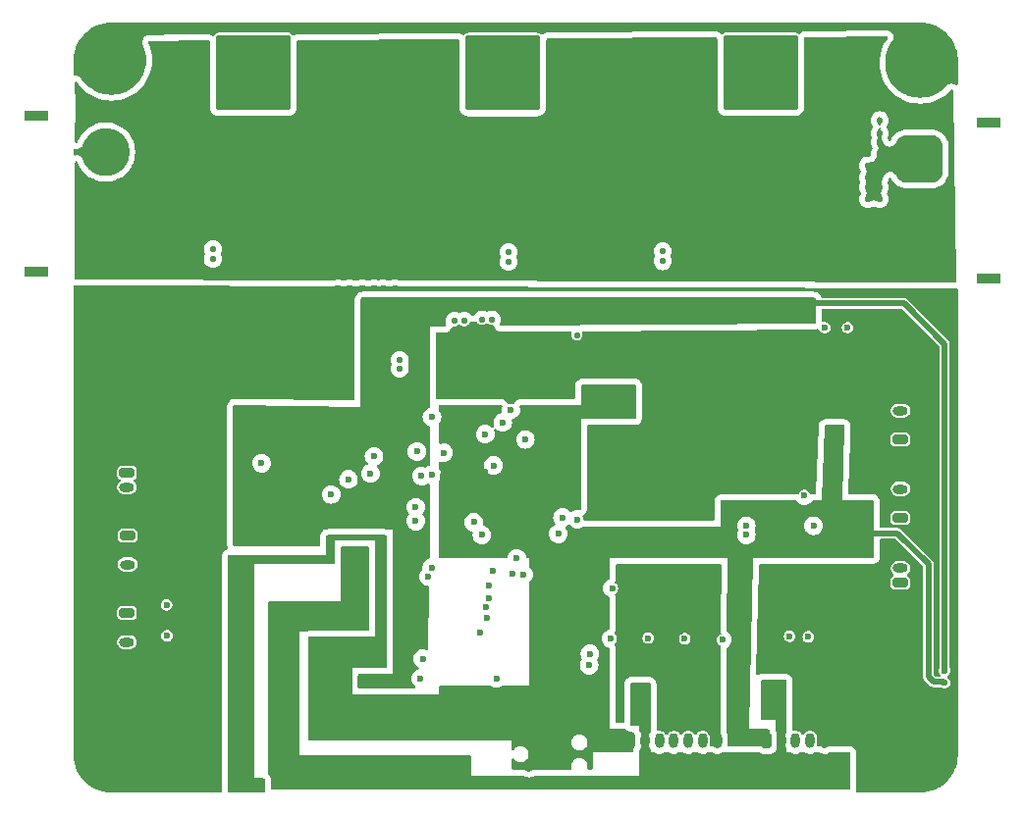
<source format=gbr>
%TF.GenerationSoftware,KiCad,Pcbnew,8.0.4*%
%TF.CreationDate,2024-12-09T12:19:11+01:00*%
%TF.ProjectId,BLDC motor controller,424c4443-206d-46f7-946f-7220636f6e74,1.1*%
%TF.SameCoordinates,Original*%
%TF.FileFunction,Copper,L3,Inr*%
%TF.FilePolarity,Positive*%
%FSLAX46Y46*%
G04 Gerber Fmt 4.6, Leading zero omitted, Abs format (unit mm)*
G04 Created by KiCad (PCBNEW 8.0.4) date 2024-12-09 12:19:11*
%MOMM*%
%LPD*%
G01*
G04 APERTURE LIST*
G04 Aperture macros list*
%AMRoundRect*
0 Rectangle with rounded corners*
0 $1 Rounding radius*
0 $2 $3 $4 $5 $6 $7 $8 $9 X,Y pos of 4 corners*
0 Add a 4 corners polygon primitive as box body*
4,1,4,$2,$3,$4,$5,$6,$7,$8,$9,$2,$3,0*
0 Add four circle primitives for the rounded corners*
1,1,$1+$1,$2,$3*
1,1,$1+$1,$4,$5*
1,1,$1+$1,$6,$7*
1,1,$1+$1,$8,$9*
0 Add four rect primitives between the rounded corners*
20,1,$1+$1,$2,$3,$4,$5,0*
20,1,$1+$1,$4,$5,$6,$7,0*
20,1,$1+$1,$6,$7,$8,$9,0*
20,1,$1+$1,$8,$9,$2,$3,0*%
G04 Aperture macros list end*
%TA.AperFunction,ComponentPad*%
%ADD10C,0.800000*%
%TD*%
%TA.AperFunction,ComponentPad*%
%ADD11C,6.000000*%
%TD*%
%TA.AperFunction,ComponentPad*%
%ADD12RoundRect,0.200000X-0.200000X-0.450000X0.200000X-0.450000X0.200000X0.450000X-0.200000X0.450000X0*%
%TD*%
%TA.AperFunction,ComponentPad*%
%ADD13O,0.800000X1.300000*%
%TD*%
%TA.AperFunction,ComponentPad*%
%ADD14RoundRect,0.200000X-0.450000X0.200000X-0.450000X-0.200000X0.450000X-0.200000X0.450000X0.200000X0*%
%TD*%
%TA.AperFunction,ComponentPad*%
%ADD15O,1.300000X0.800000*%
%TD*%
%TA.AperFunction,ComponentPad*%
%ADD16C,0.550000*%
%TD*%
%TA.AperFunction,ComponentPad*%
%ADD17C,2.000000*%
%TD*%
%TA.AperFunction,ComponentPad*%
%ADD18RoundRect,0.325000X-2.925000X-2.925000X2.925000X-2.925000X2.925000X2.925000X-2.925000X2.925000X0*%
%TD*%
%TA.AperFunction,ComponentPad*%
%ADD19RoundRect,0.200000X0.450000X-0.200000X0.450000X0.200000X-0.450000X0.200000X-0.450000X-0.200000X0*%
%TD*%
%TA.AperFunction,ComponentPad*%
%ADD20R,2.000000X0.900000*%
%TD*%
%TA.AperFunction,ComponentPad*%
%ADD21RoundRect,1.025000X-1.025000X1.025000X-1.025000X-1.025000X1.025000X-1.025000X1.025000X1.025000X0*%
%TD*%
%TA.AperFunction,ComponentPad*%
%ADD22C,4.100000*%
%TD*%
%TA.AperFunction,ComponentPad*%
%ADD23RoundRect,1.025000X1.025000X-1.025000X1.025000X1.025000X-1.025000X1.025000X-1.025000X-1.025000X0*%
%TD*%
%TA.AperFunction,ViaPad*%
%ADD24C,0.550000*%
%TD*%
%TA.AperFunction,ViaPad*%
%ADD25C,0.600000*%
%TD*%
%TA.AperFunction,Conductor*%
%ADD26C,0.500000*%
%TD*%
G04 APERTURE END LIST*
D10*
%TO.N,GND*%
%TO.C,H2303*%
X164750000Y-71250000D03*
X165409010Y-69659010D03*
X165409010Y-72840990D03*
X167000000Y-69000000D03*
D11*
X167000000Y-71250000D03*
D10*
X167000000Y-73500000D03*
X168590990Y-69659010D03*
X168590990Y-72840990D03*
X169250000Y-71250000D03*
%TD*%
D12*
%TO.N,+3V3*%
%TO.C,J2202*%
X153750000Y-129750000D03*
D13*
%TO.N,+5V*%
X155000000Y-129750000D03*
%TO.N,/Project Architecture/Interface - Interconnects/AUXP_2_SCL*%
X156250000Y-129750000D03*
%TO.N,/Project Architecture/Interface - Interconnects/AUXP_2_SDA*%
X157500000Y-129750000D03*
%TO.N,GND*%
X158750000Y-129750000D03*
%TD*%
D10*
%TO.N,GND*%
%TO.C,H2304*%
X164750000Y-131000000D03*
X165409010Y-129409010D03*
X165409010Y-132590990D03*
X167000000Y-128750000D03*
D11*
X167000000Y-131000000D03*
D10*
X167000000Y-133250000D03*
X168590990Y-129409010D03*
X168590990Y-132590990D03*
X169250000Y-131000000D03*
%TD*%
D14*
%TO.N,/Project Architecture/Interface - FD-CAN/FDCAN_P*%
%TO.C,J2004*%
X98600000Y-118750000D03*
D15*
%TO.N,GND*%
X98600000Y-120000000D03*
%TO.N,/Project Architecture/Interface - FD-CAN/FDCAN_N*%
X98600000Y-121250000D03*
%TD*%
D16*
%TO.N,/Project Architecture/Motor Control - Inverter - Phase C/PHASE_C*%
%TO.C,J1301*%
X106550000Y-69140000D03*
X106550000Y-71070000D03*
X106550000Y-71580000D03*
X106550000Y-72090000D03*
X106550000Y-72600000D03*
X106550000Y-73110000D03*
X106550000Y-75040000D03*
X107000000Y-71325000D03*
X107000000Y-71835000D03*
X107000000Y-72345000D03*
X107000000Y-72855000D03*
D17*
X107350000Y-69940000D03*
X107350000Y-74240000D03*
D16*
X107450000Y-71070000D03*
X107450000Y-71580000D03*
X107450000Y-72090000D03*
X107450000Y-72600000D03*
X107450000Y-73110000D03*
X108480000Y-69140000D03*
X108480000Y-70040000D03*
X108480000Y-74140000D03*
X108480000Y-75040000D03*
X108735000Y-69590000D03*
X108735000Y-74590000D03*
X108990000Y-69140000D03*
X108990000Y-70040000D03*
X108990000Y-74140000D03*
X108990000Y-75040000D03*
X109245000Y-69590000D03*
X109245000Y-74590000D03*
X109500000Y-69140000D03*
X109500000Y-70040000D03*
D18*
X109500000Y-72090000D03*
D16*
X109500000Y-74140000D03*
X109500000Y-75040000D03*
X109755000Y-69590000D03*
X109755000Y-74590000D03*
X110010000Y-69140000D03*
X110010000Y-70040000D03*
X110010000Y-74140000D03*
X110010000Y-75040000D03*
X110265000Y-69590000D03*
X110265000Y-74590000D03*
X110520000Y-69140000D03*
X110520000Y-70040000D03*
X110520000Y-74140000D03*
X110520000Y-75040000D03*
X111550000Y-71070000D03*
X111550000Y-71580000D03*
X111550000Y-72090000D03*
X111550000Y-72600000D03*
X111550000Y-73110000D03*
D17*
X111650000Y-69940000D03*
X111650000Y-74240000D03*
D16*
X112000000Y-71325000D03*
X112000000Y-71835000D03*
X112000000Y-72345000D03*
X112000000Y-72855000D03*
X112450000Y-69140000D03*
X112450000Y-71070000D03*
X112450000Y-71580000D03*
X112450000Y-72090000D03*
X112450000Y-72600000D03*
X112450000Y-73110000D03*
X112450000Y-75040000D03*
%TD*%
D19*
%TO.N,/Project Architecture/Interface - Interconnects/RS485_P*%
%TO.C,J2008*%
X165300000Y-110525000D03*
D15*
%TO.N,GND*%
X165300000Y-109275000D03*
%TO.N,/Project Architecture/Interface - Interconnects/RS485_N*%
X165300000Y-108025000D03*
%TD*%
D16*
%TO.N,/Project Architecture/Motor Control - Inverter - Phase A/PHASE_A*%
%TO.C,J1101*%
X150300000Y-69130000D03*
X150300000Y-71060000D03*
X150300000Y-71570000D03*
X150300000Y-72080000D03*
X150300000Y-72590000D03*
X150300000Y-73100000D03*
X150300000Y-75030000D03*
X150750000Y-71315000D03*
X150750000Y-71825000D03*
X150750000Y-72335000D03*
X150750000Y-72845000D03*
D17*
X151100000Y-69930000D03*
X151100000Y-74230000D03*
D16*
X151200000Y-71060000D03*
X151200000Y-71570000D03*
X151200000Y-72080000D03*
X151200000Y-72590000D03*
X151200000Y-73100000D03*
X152230000Y-69130000D03*
X152230000Y-70030000D03*
X152230000Y-74130000D03*
X152230000Y-75030000D03*
X152485000Y-69580000D03*
X152485000Y-74580000D03*
X152740000Y-69130000D03*
X152740000Y-70030000D03*
X152740000Y-74130000D03*
X152740000Y-75030000D03*
X152995000Y-69580000D03*
X152995000Y-74580000D03*
X153250000Y-69130000D03*
X153250000Y-70030000D03*
D18*
X153250000Y-72080000D03*
D16*
X153250000Y-74130000D03*
X153250000Y-75030000D03*
X153505000Y-69580000D03*
X153505000Y-74580000D03*
X153760000Y-69130000D03*
X153760000Y-70030000D03*
X153760000Y-74130000D03*
X153760000Y-75030000D03*
X154015000Y-69580000D03*
X154015000Y-74580000D03*
X154270000Y-69130000D03*
X154270000Y-70030000D03*
X154270000Y-74130000D03*
X154270000Y-75030000D03*
X155300000Y-71060000D03*
X155300000Y-71570000D03*
X155300000Y-72080000D03*
X155300000Y-72590000D03*
X155300000Y-73100000D03*
D17*
X155400000Y-69930000D03*
X155400000Y-74230000D03*
D16*
X155750000Y-71315000D03*
X155750000Y-71825000D03*
X155750000Y-72335000D03*
X155750000Y-72845000D03*
X156200000Y-69130000D03*
X156200000Y-71060000D03*
X156200000Y-71570000D03*
X156200000Y-72080000D03*
X156200000Y-72590000D03*
X156200000Y-73100000D03*
X156200000Y-75030000D03*
%TD*%
%TO.N,/Project Architecture/Motor Control - Inverter - Phase B/PHASE_B*%
%TO.C,J1201*%
X128050000Y-69150000D03*
X128050000Y-71080000D03*
X128050000Y-71590000D03*
X128050000Y-72100000D03*
X128050000Y-72610000D03*
X128050000Y-73120000D03*
X128050000Y-75050000D03*
X128500000Y-71335000D03*
X128500000Y-71845000D03*
X128500000Y-72355000D03*
X128500000Y-72865000D03*
D17*
X128850000Y-69950000D03*
X128850000Y-74250000D03*
D16*
X128950000Y-71080000D03*
X128950000Y-71590000D03*
X128950000Y-72100000D03*
X128950000Y-72610000D03*
X128950000Y-73120000D03*
X129980000Y-69150000D03*
X129980000Y-70050000D03*
X129980000Y-74150000D03*
X129980000Y-75050000D03*
X130235000Y-69600000D03*
X130235000Y-74600000D03*
X130490000Y-69150000D03*
X130490000Y-70050000D03*
X130490000Y-74150000D03*
X130490000Y-75050000D03*
X130745000Y-69600000D03*
X130745000Y-74600000D03*
X131000000Y-69150000D03*
X131000000Y-70050000D03*
D18*
X131000000Y-72100000D03*
D16*
X131000000Y-74150000D03*
X131000000Y-75050000D03*
X131255000Y-69600000D03*
X131255000Y-74600000D03*
X131510000Y-69150000D03*
X131510000Y-70050000D03*
X131510000Y-74150000D03*
X131510000Y-75050000D03*
X131765000Y-69600000D03*
X131765000Y-74600000D03*
X132020000Y-69150000D03*
X132020000Y-70050000D03*
X132020000Y-74150000D03*
X132020000Y-75050000D03*
X133050000Y-71080000D03*
X133050000Y-71590000D03*
X133050000Y-72100000D03*
X133050000Y-72610000D03*
X133050000Y-73120000D03*
D17*
X133150000Y-69950000D03*
X133150000Y-74250000D03*
D16*
X133500000Y-71335000D03*
X133500000Y-71845000D03*
X133500000Y-72355000D03*
X133500000Y-72865000D03*
X133950000Y-69150000D03*
X133950000Y-71080000D03*
X133950000Y-71590000D03*
X133950000Y-72100000D03*
X133950000Y-72610000D03*
X133950000Y-73120000D03*
X133950000Y-75050000D03*
%TD*%
D19*
%TO.N,/Project Architecture/Interface - Fan Control/FAN_CONTROL_PWM*%
%TO.C,J2012*%
X165300000Y-116125000D03*
D15*
%TO.N,+12V*%
X165300000Y-114875000D03*
%TD*%
D10*
%TO.N,GND*%
%TO.C,H2301*%
X95000000Y-71000000D03*
X95659010Y-69409010D03*
X95659010Y-72590990D03*
X97250000Y-68750000D03*
D11*
X97250000Y-71000000D03*
D10*
X97250000Y-73250000D03*
X98840990Y-69409010D03*
X98840990Y-72590990D03*
X99500000Y-71000000D03*
%TD*%
D14*
%TO.N,/Project Architecture/Interface - Interconnects/TEMP_MOT_L*%
%TO.C,J2011*%
X98600000Y-106625000D03*
D15*
%TO.N,/Project Architecture/Interface - Interconnects/TEMP_MOT_H*%
X98600000Y-107875000D03*
%TD*%
D19*
%TO.N,/Project Architecture/Interface - Interconnects/RS485_N*%
%TO.C,J2009*%
X165300000Y-103775000D03*
D15*
%TO.N,GND*%
X165300000Y-102525000D03*
%TO.N,/Project Architecture/Interface - Interconnects/RS485_P*%
X165300000Y-101275000D03*
%TD*%
D14*
%TO.N,/Project Architecture/Interface - FD-CAN/FDCAN_N*%
%TO.C,J2005*%
X98650000Y-112050000D03*
D15*
%TO.N,GND*%
X98650000Y-113300000D03*
%TO.N,/Project Architecture/Interface - FD-CAN/FDCAN_P*%
X98650000Y-114550000D03*
%TD*%
D12*
%TO.N,+3V3*%
%TO.C,J2001*%
X142000000Y-129750000D03*
D13*
%TO.N,+5V*%
X143250000Y-129750000D03*
%TO.N,/Project Architecture/Interface - Interconnects/AUXP_1_CS*%
X144500000Y-129750000D03*
%TO.N,/Project Architecture/Interface - Interconnects/AUXP_1_MISO*%
X145750000Y-129750000D03*
%TO.N,/Project Architecture/Interface - Interconnects/AUXP_1_MOSI*%
X147000000Y-129750000D03*
%TO.N,/Project Architecture/Interface - Interconnects/AUXP_1_SCK*%
X148250000Y-129750000D03*
%TO.N,GND*%
X149500000Y-129750000D03*
%TD*%
D10*
%TO.N,GND*%
%TO.C,H2302*%
X95000000Y-130900000D03*
X95659010Y-129309010D03*
X95659010Y-132490990D03*
X97250000Y-128650000D03*
D11*
X97250000Y-130900000D03*
D10*
X97250000Y-133150000D03*
X98840990Y-129309010D03*
X98840990Y-132490990D03*
X99500000Y-130900000D03*
%TD*%
D20*
%TO.N,*%
%TO.C,J402*%
X90750000Y-75800000D03*
X90750000Y-89300000D03*
D21*
%TO.N,+VBAT_SAFE*%
X96750000Y-86150000D03*
D22*
%TO.N,GND*%
X96750000Y-78950000D03*
%TD*%
D20*
%TO.N,*%
%TO.C,J401*%
X172905000Y-89875000D03*
X172905000Y-76375000D03*
D23*
%TO.N,GND*%
X166905000Y-79525000D03*
D22*
%TO.N,+VBAT_SAFE*%
X166905000Y-86725000D03*
%TD*%
D24*
%TO.N,+VBAT_SAFE*%
X125950000Y-81400000D03*
X152500000Y-81100000D03*
X125250000Y-79800000D03*
X115250000Y-85550000D03*
X125950000Y-80600000D03*
X129100000Y-85400000D03*
X128600000Y-81400000D03*
X154650000Y-84900000D03*
X155200000Y-81100000D03*
X125250000Y-81400000D03*
X125250000Y-86200000D03*
X127950000Y-79100000D03*
X112600000Y-86900000D03*
X127250000Y-84250000D03*
X127300000Y-81400000D03*
X128500000Y-86300000D03*
X115250000Y-86850000D03*
X128650000Y-79100000D03*
X113650000Y-79200000D03*
X112000000Y-87500000D03*
X127850000Y-86900000D03*
X126650000Y-81400000D03*
X113950000Y-87500000D03*
X125250000Y-83550000D03*
X127900000Y-81400000D03*
X129150000Y-86250000D03*
X127300000Y-80600000D03*
X153250000Y-86900000D03*
X124650000Y-79100000D03*
X127350000Y-79100000D03*
X154550000Y-81100000D03*
X154650000Y-85550000D03*
X124600000Y-79800000D03*
X113300000Y-87500000D03*
X153850000Y-80300000D03*
X113950000Y-86900000D03*
X115050000Y-79200000D03*
X114600000Y-86900000D03*
X113000000Y-79200000D03*
X116250000Y-81500000D03*
X113100000Y-86200000D03*
X115250000Y-84900000D03*
X116250000Y-79900000D03*
X112950000Y-79900000D03*
X127300000Y-79800000D03*
X112600000Y-83800000D03*
X114350000Y-79200000D03*
X126600000Y-83550000D03*
X127200000Y-86900000D03*
X114000000Y-83700000D03*
X127900000Y-79800000D03*
X153850000Y-79500000D03*
X153150000Y-79500000D03*
X113100000Y-84400000D03*
X116300000Y-79200000D03*
X154600000Y-78800000D03*
X125950000Y-79800000D03*
X152850000Y-84250000D03*
X114850000Y-83750000D03*
X124600000Y-81400000D03*
X155800000Y-80300000D03*
X129150000Y-84050000D03*
X117850000Y-83000000D03*
X155200000Y-79500000D03*
X152850000Y-85550000D03*
X119950000Y-83000000D03*
X112950000Y-80700000D03*
X152600000Y-86900000D03*
X127300000Y-83550000D03*
X157550000Y-82150000D03*
X115250000Y-84250000D03*
X120650000Y-82300000D03*
X115000000Y-80700000D03*
X116250000Y-80700000D03*
X113600000Y-81500000D03*
X120000000Y-82250000D03*
X115000000Y-81500000D03*
X125250000Y-85500000D03*
X128600000Y-79800000D03*
X115700000Y-79200000D03*
X113600000Y-80700000D03*
X155250000Y-78800000D03*
X153900000Y-86900000D03*
X153850000Y-81100000D03*
X152550000Y-78800000D03*
X152850000Y-84900000D03*
X152250000Y-83550000D03*
X125250000Y-84850000D03*
X113100000Y-84950000D03*
X153150000Y-80300000D03*
X111950000Y-83800000D03*
X156500000Y-81100000D03*
X154550000Y-79500000D03*
X128500000Y-86900000D03*
X152850000Y-86200000D03*
X152500000Y-79500000D03*
X156550000Y-78800000D03*
X128600000Y-83600000D03*
X116950000Y-79900000D03*
X126650000Y-80600000D03*
X117850000Y-82350000D03*
X155200000Y-80300000D03*
X125250000Y-86850000D03*
X116950000Y-81500000D03*
X129150000Y-84700000D03*
X125900000Y-86900000D03*
X127950000Y-83550000D03*
X129150000Y-86900000D03*
X115000000Y-79900000D03*
X114300000Y-80700000D03*
X137400000Y-94750000D03*
X156500000Y-79500000D03*
X113300000Y-86900000D03*
X120650000Y-79600000D03*
X153650000Y-83550000D03*
X151950000Y-86900000D03*
X115650000Y-81500000D03*
X154650000Y-84150000D03*
X115650000Y-80700000D03*
X127250000Y-85600000D03*
X120650000Y-81650000D03*
X113100000Y-85600000D03*
X125950000Y-83550000D03*
X127200000Y-86300000D03*
X117000000Y-79200000D03*
X115250000Y-87500000D03*
X128600000Y-80600000D03*
X126550000Y-86900000D03*
X155850000Y-78800000D03*
X124600000Y-80600000D03*
X114300000Y-81500000D03*
X115650000Y-79900000D03*
X153150000Y-81100000D03*
X116950000Y-80700000D03*
X114600000Y-87500000D03*
X112650000Y-87500000D03*
X114300000Y-79900000D03*
X125250000Y-84200000D03*
X154650000Y-86200000D03*
X127250000Y-84900000D03*
X113250000Y-83800000D03*
X154550000Y-86900000D03*
X112950000Y-81500000D03*
X156500000Y-80300000D03*
X155800000Y-79500000D03*
X111950000Y-86900000D03*
X127900000Y-80600000D03*
X154300000Y-83550000D03*
X113600000Y-79900000D03*
X126700000Y-79100000D03*
X120650000Y-80250000D03*
X120650000Y-80900000D03*
X152950000Y-83550000D03*
X120650000Y-82950000D03*
X155800000Y-81100000D03*
X157550000Y-82900000D03*
X153200000Y-78800000D03*
X125250000Y-80600000D03*
X152500000Y-80300000D03*
X125300000Y-79100000D03*
X126000000Y-79100000D03*
X120650000Y-78950000D03*
X127850000Y-86300000D03*
X154550000Y-80300000D03*
X153900000Y-78800000D03*
X126650000Y-79800000D03*
X115250000Y-86200000D03*
%TO.N,GND*%
X163500000Y-79100000D03*
X101200000Y-95600000D03*
X95700000Y-126200000D03*
X117800000Y-90700000D03*
X94600000Y-123000000D03*
X97000000Y-124000000D03*
X98400000Y-94400000D03*
X105500000Y-95600000D03*
X103700000Y-97900000D03*
X105600000Y-94400000D03*
X101200000Y-98900000D03*
X116800000Y-93700000D03*
X162100000Y-119700000D03*
X103700000Y-94400000D03*
X100300000Y-101400000D03*
X102700000Y-101400000D03*
X114900000Y-93700000D03*
X163100000Y-121600000D03*
X100900000Y-133700000D03*
X98800000Y-125000000D03*
X155100000Y-98900000D03*
X116800000Y-91700000D03*
X163200000Y-97400000D03*
X99300000Y-98900000D03*
X152200000Y-99900000D03*
X164200000Y-96400000D03*
X155300000Y-95300000D03*
X105500000Y-97900000D03*
X94700000Y-124300000D03*
X97000000Y-127100000D03*
X158300000Y-99800000D03*
X163500000Y-81200000D03*
X153300000Y-98900000D03*
X162100000Y-121500000D03*
X120700000Y-90700000D03*
X100200000Y-97900000D03*
X159300000Y-99800000D03*
X163500000Y-77300000D03*
X99400000Y-97900000D03*
X104600000Y-94400000D03*
X163500000Y-76200000D03*
X162200000Y-126800000D03*
X145100000Y-95300000D03*
X155100000Y-99900000D03*
X104500000Y-95600000D03*
X102700000Y-131600000D03*
X102700000Y-100400000D03*
X100200000Y-98900000D03*
X100300000Y-94400000D03*
X94700000Y-127200000D03*
X162200000Y-125700000D03*
X99900000Y-127100000D03*
X163500000Y-78100000D03*
X139900000Y-96300000D03*
X102600000Y-97900000D03*
X162100000Y-122600000D03*
X98000000Y-125000000D03*
X164200000Y-95600000D03*
X116000000Y-92700000D03*
X103700000Y-101400000D03*
X163200000Y-123900000D03*
X98900000Y-124000000D03*
X104500000Y-97900000D03*
X104600000Y-100400000D03*
X116800000Y-92700000D03*
X98900000Y-126100000D03*
X99900000Y-126100000D03*
X103500000Y-95600000D03*
X103600000Y-98900000D03*
X95600000Y-123000000D03*
X159300000Y-98800000D03*
X95600000Y-121100000D03*
X102700000Y-132700000D03*
X99400000Y-93400000D03*
X95700000Y-125300000D03*
X153500000Y-95300000D03*
X117800000Y-92700000D03*
X100300000Y-100400000D03*
X102600000Y-98900000D03*
X162200000Y-124900000D03*
X104600000Y-101400000D03*
X100200000Y-95600000D03*
X98300000Y-97900000D03*
X115900000Y-93700000D03*
X163100000Y-120700000D03*
X101200000Y-97900000D03*
X101300000Y-101400000D03*
X100900000Y-131600000D03*
X162500000Y-82000000D03*
X154100000Y-98900000D03*
X143200000Y-95300000D03*
X103800000Y-100400000D03*
X95600000Y-120100000D03*
X163500000Y-82000000D03*
X118900000Y-90700000D03*
X152200000Y-98900000D03*
X140800000Y-95300000D03*
X121700000Y-90700000D03*
X94600000Y-121100000D03*
X98400000Y-101400000D03*
X99400000Y-101400000D03*
X103700000Y-93400000D03*
X162500000Y-81100000D03*
X105600000Y-93400000D03*
X101300000Y-93400000D03*
X94700000Y-126100000D03*
X101300000Y-94400000D03*
X97000000Y-125000000D03*
X99400000Y-94400000D03*
X98400000Y-93400000D03*
X163500000Y-80100000D03*
X98300000Y-95600000D03*
X101300000Y-100400000D03*
X104600000Y-93400000D03*
X144300000Y-95300000D03*
X157500000Y-98800000D03*
X94600000Y-121900000D03*
X162200000Y-123900000D03*
X156400000Y-99800000D03*
X163100000Y-119700000D03*
X157400000Y-99800000D03*
X98400000Y-100400000D03*
X102700000Y-93400000D03*
X117800000Y-91700000D03*
X95700000Y-127200000D03*
X98300000Y-98900000D03*
X94700000Y-125300000D03*
X163200000Y-124900000D03*
X156400000Y-98800000D03*
X102600000Y-95600000D03*
X99500000Y-100400000D03*
X105600000Y-100400000D03*
X98800000Y-127100000D03*
X141800000Y-95300000D03*
X99200000Y-95600000D03*
X97000000Y-126100000D03*
X164200000Y-94500000D03*
X101800000Y-133700000D03*
X154100000Y-99900000D03*
X101800000Y-132700000D03*
X117800000Y-93700000D03*
X146100000Y-95300000D03*
X162500000Y-80100000D03*
X102700000Y-94400000D03*
X100300000Y-93400000D03*
X105500000Y-98900000D03*
X162500000Y-83000000D03*
X152400000Y-95300000D03*
X94600000Y-120100000D03*
X163200000Y-125800000D03*
X163100000Y-122600000D03*
X162100000Y-120700000D03*
X163200000Y-95500000D03*
X98000000Y-124000000D03*
X95600000Y-122000000D03*
X101800000Y-131600000D03*
X140000000Y-95300000D03*
X158300000Y-98800000D03*
X98000000Y-126100000D03*
X154300000Y-95300000D03*
X98000000Y-127100000D03*
X119900000Y-90700000D03*
X95700000Y-124300000D03*
X104500000Y-98900000D03*
X153200000Y-99900000D03*
X163500000Y-83000000D03*
X102600000Y-133700000D03*
X116800000Y-90700000D03*
X163200000Y-126800000D03*
X164200000Y-97400000D03*
X100900000Y-132700000D03*
%TO.N,+5V*%
X127570000Y-132130000D03*
X154050000Y-125150000D03*
X121600000Y-132000000D03*
X142625000Y-125125000D03*
D25*
X118250000Y-114750000D03*
X117650000Y-113250000D03*
X119150000Y-113300000D03*
X118300000Y-114000000D03*
X119050000Y-114800000D03*
X119100000Y-114050000D03*
X118350000Y-113250000D03*
%TO.N,+3V3*%
X156250000Y-111600000D03*
X138807932Y-111525520D03*
X125865649Y-107000000D03*
D24*
X150900000Y-125300000D03*
D25*
X129500000Y-106500000D03*
D24*
X110025000Y-133475000D03*
D25*
X132178822Y-108100000D03*
D24*
X133250000Y-132150000D03*
D25*
X159650000Y-102850000D03*
X169100000Y-124750000D03*
X162700000Y-111850000D03*
X139396016Y-119900000D03*
X151550000Y-109325000D03*
D24*
X126000000Y-125300000D03*
D25*
X137450000Y-127650000D03*
X138200000Y-113203984D03*
D24*
X120500000Y-115500000D03*
D25*
X145300000Y-111750000D03*
X140550000Y-111750000D03*
X116950000Y-121050000D03*
X130975000Y-109925000D03*
X140900000Y-99900000D03*
X115300000Y-122750000D03*
X117700000Y-121050000D03*
X117800000Y-121900000D03*
X115350000Y-121050000D03*
X116150000Y-121050000D03*
X115350000Y-121900000D03*
X127400000Y-101000000D03*
X117750000Y-122750000D03*
X117000000Y-121900000D03*
X116950000Y-122750000D03*
X116150000Y-121900000D03*
X114500000Y-122750000D03*
X114550000Y-121900000D03*
X116100000Y-122750000D03*
X114550000Y-121050000D03*
D24*
%TO.N,+3V3A*%
X109050000Y-108050000D03*
D25*
X157500000Y-92000000D03*
D24*
X115000000Y-112300000D03*
X114100000Y-111500000D03*
X121500000Y-102400000D03*
D25*
X169100000Y-123700000D03*
X122450000Y-124700000D03*
X120900000Y-124700000D03*
X120100000Y-124700000D03*
X121700000Y-124700000D03*
X119300000Y-124700000D03*
%TO.N,/Project Architecture/MCU - I_O/SENSE_TEMP_FET*%
X158750000Y-94100000D03*
X136150000Y-110500000D03*
%TO.N,/Project Architecture/MCU - I_O/SENSE_TEMP_MOT*%
X110200000Y-105800000D03*
X135800000Y-111900000D03*
%TO.N,/Project Architecture/MCU - I_O/BATTERY_VSENSE*%
X160750000Y-94100000D03*
X137450000Y-110650000D03*
%TO.N,/Project Architecture/Interface - FD-CAN/FDCAN_TERM_MID*%
X102000000Y-118050000D03*
X102050000Y-120700000D03*
%TO.N,/Project Architecture/Interface - Interconnects/AUX_1_SCK*%
X129800000Y-117440065D03*
X149950000Y-121050000D03*
%TO.N,/Project Architecture/Interface - Interconnects/AUX_1_MISO*%
X129650000Y-119150000D03*
X143550000Y-120900000D03*
%TO.N,/Project Architecture/Interface - Interconnects/AUX_1_MOSI*%
X146700000Y-120950000D03*
X129550000Y-118200000D03*
%TO.N,/Project Architecture/Interface - Interconnects/AUX_1_CS*%
X140350000Y-120950000D03*
X129050000Y-120400000D03*
%TO.N,/Project Architecture/Interface - Interconnects/AUX_2_SCL*%
X138511357Y-122252354D03*
X155750000Y-120750000D03*
%TO.N,/Project Architecture/Interface - Interconnects/AUX_2_SDA*%
X157350000Y-120800000D03*
X138450000Y-123250000D03*
%TO.N,/Project Architecture/MCU - I_O/DRIVER_ENABLE*%
X130200000Y-106000000D03*
X128500000Y-110900000D03*
%TO.N,/Project Architecture/MCU - I_O/DRIVER_NFALUT*%
X124900000Y-101800000D03*
X124000000Y-106900000D03*
X124600000Y-115600000D03*
%TO.N,/Project Architecture/Interface - RS8485/RS485_UART_DE*%
X157800000Y-111200000D03*
X152000000Y-111200000D03*
%TO.N,/Project Architecture/Interface - RS8485/RS485_UART_nRE*%
X152000000Y-112000000D03*
X157000000Y-108600000D03*
%TO.N,/Project Architecture/Interface - Interconnects/MCU_nRESET*%
X132200000Y-114000000D03*
X130450000Y-124400000D03*
%TO.N,/Project Architecture/Interface - Interconnects/AUX_1_V*%
X129800000Y-116350000D03*
%TO.N,/Project Architecture/Interface - Interconnects/AUX_1_U*%
X132800000Y-115400000D03*
%TO.N,/Project Architecture/Interface - Interconnects/AUX_1_B*%
X131800000Y-115350000D03*
%TO.N,/Project Architecture/Interface - Interconnects/AUX_1_A*%
X130165380Y-115115380D03*
%TO.N,/Project Architecture/Interface - Interconnects/AUX_2_PWM*%
X140450000Y-116600000D03*
%TO.N,/Project Architecture/MCU - I_O/PWM_PHASE_C*%
X116200000Y-108500000D03*
X124900000Y-114800000D03*
X131700000Y-101200000D03*
%TO.N,/Project Architecture/MCU - I_O/PWM_PHASE_B*%
X117700000Y-107200000D03*
X131000000Y-102300000D03*
X123500000Y-110800000D03*
%TO.N,/Project Architecture/MCU - I_O/PWM_PHASE_A*%
X129500000Y-103300000D03*
X119900000Y-105200000D03*
X123500000Y-109600000D03*
%TO.N,/Project Architecture/MCU - I_O/DRIVER_HIZ*%
X132950000Y-103750000D03*
X129200000Y-112000000D03*
%TO.N,/Project Architecture/MCU - I_O/DRIVER_MOSI*%
X123600000Y-104800000D03*
X119600000Y-106700000D03*
%TO.N,/Project Architecture/MCU - I_O/DRIVER_SCK*%
X124900000Y-106800000D03*
X125900000Y-104900000D03*
D24*
%TO.N,/Project Architecture/Motor Control - Inverter - Phase A/DRIVER_SPA+*%
X130071701Y-93396701D03*
X144782012Y-87517587D03*
%TO.N,/Project Architecture/Motor Control - Inverter - Phase A/DRIVER_SPB+*%
X126836514Y-93511514D03*
X131500000Y-87575000D03*
%TO.N,/Project Architecture/Motor Control - Inverter - Phase A/DRIVER_SPC+*%
X122125000Y-96875000D03*
X106000000Y-87325000D03*
%TO.N,/Project Architecture/Motor Control - Inverter - Phase A/DRIVER_SPA-*%
X144782012Y-88367587D03*
X129221701Y-93396701D03*
%TO.N,/Project Architecture/Motor Control - Inverter - Phase A/DRIVER_SPB-*%
X127686514Y-93511514D03*
X131500000Y-88425000D03*
%TO.N,/Project Architecture/Motor Control - Inverter - Phase A/DRIVER_SPC-*%
X122125000Y-97625000D03*
X106000000Y-88175000D03*
D25*
%TO.N,/Project Architecture/Interface - FD-CAN/CAN_MCU_N*%
X124099029Y-122675050D03*
X123922329Y-124378713D03*
%TD*%
D26*
%TO.N,+3V3*%
X168200000Y-124700000D02*
X167700000Y-124200000D01*
X169089339Y-124750000D02*
X169039339Y-124700000D01*
X167700000Y-114500000D02*
X165050000Y-111850000D01*
X169100000Y-124750000D02*
X169089339Y-124750000D01*
X167700000Y-124200000D02*
X167700000Y-114500000D01*
X165050000Y-111850000D02*
X162700000Y-111850000D01*
X169039339Y-124700000D02*
X168200000Y-124700000D01*
%TO.N,+3V3A*%
X169100000Y-95500000D02*
X165600000Y-92000000D01*
X165600000Y-92000000D02*
X157500000Y-92000000D01*
X169100000Y-123700000D02*
X169100000Y-95500000D01*
%TD*%
%TA.AperFunction,Conductor*%
%TO.N,+3V3*%
G36*
X129934000Y-125019685D02*
G01*
X129944276Y-125027055D01*
X129947736Y-125029814D01*
X129947738Y-125029816D01*
X130061270Y-125101152D01*
X130097630Y-125124000D01*
X130100478Y-125125789D01*
X130246193Y-125176777D01*
X130270745Y-125185368D01*
X130270750Y-125185369D01*
X130449996Y-125205565D01*
X130450000Y-125205565D01*
X130450004Y-125205565D01*
X130629249Y-125185369D01*
X130629252Y-125185368D01*
X130629255Y-125185368D01*
X130799522Y-125125789D01*
X130952262Y-125029816D01*
X130952267Y-125029810D01*
X130955724Y-125027055D01*
X131020410Y-125000645D01*
X131033039Y-125000000D01*
X133250000Y-125000000D01*
X133250000Y-128750000D01*
X138750000Y-128750000D01*
X141565144Y-128750000D01*
X141632183Y-128769685D01*
X141658855Y-128792795D01*
X141674930Y-128811347D01*
X141783664Y-128905567D01*
X141783667Y-128905568D01*
X141783668Y-128905569D01*
X141911569Y-128963981D01*
X141914541Y-128965338D01*
X141981580Y-128985023D01*
X141981584Y-128985024D01*
X142124000Y-129005500D01*
X142192709Y-129005500D01*
X142259748Y-129025185D01*
X142305503Y-129077989D01*
X142306540Y-129080322D01*
X142335286Y-129146861D01*
X142335288Y-129146865D01*
X142360675Y-129188860D01*
X142378511Y-129256415D01*
X142376175Y-129277200D01*
X142349500Y-129411304D01*
X142349500Y-130088695D01*
X142376175Y-130222800D01*
X142369948Y-130292392D01*
X142360675Y-130311140D01*
X142335288Y-130353134D01*
X142335286Y-130353138D01*
X142280948Y-130478913D01*
X142263065Y-130543064D01*
X142249424Y-130642803D01*
X142220837Y-130706557D01*
X142162320Y-130744734D01*
X142126568Y-130750000D01*
X138750000Y-130750000D01*
X138750000Y-132120500D01*
X138730315Y-132187539D01*
X138677511Y-132233294D01*
X138626000Y-132244500D01*
X138418167Y-132244500D01*
X138351128Y-132224815D01*
X138305373Y-132172011D01*
X138295429Y-132102853D01*
X138296550Y-132096309D01*
X138315799Y-131999534D01*
X138315800Y-131999531D01*
X138315800Y-131862469D01*
X138315799Y-131862465D01*
X138289062Y-131728050D01*
X138289061Y-131728043D01*
X138289059Y-131728038D01*
X138236613Y-131601421D01*
X138236606Y-131601408D01*
X138160463Y-131487453D01*
X138160460Y-131487449D01*
X138063550Y-131390539D01*
X138063546Y-131390536D01*
X137949591Y-131314393D01*
X137949578Y-131314386D01*
X137822961Y-131261940D01*
X137822949Y-131261937D01*
X137688534Y-131235200D01*
X137688530Y-131235200D01*
X137551470Y-131235200D01*
X137551465Y-131235200D01*
X137417050Y-131261937D01*
X137417038Y-131261940D01*
X137290421Y-131314386D01*
X137290408Y-131314393D01*
X137176453Y-131390536D01*
X137176449Y-131390539D01*
X137079539Y-131487449D01*
X137079536Y-131487453D01*
X137003393Y-131601408D01*
X137003386Y-131601421D01*
X136950940Y-131728038D01*
X136950937Y-131728050D01*
X136924200Y-131862465D01*
X136924200Y-131999534D01*
X136943450Y-132096309D01*
X136937223Y-132165900D01*
X136894360Y-132221078D01*
X136828470Y-132244322D01*
X136821833Y-132244500D01*
X133788446Y-132244500D01*
X133648515Y-132264253D01*
X133648511Y-132264254D01*
X133582545Y-132283258D01*
X133582535Y-132283261D01*
X133453550Y-132340977D01*
X133453539Y-132340983D01*
X133453534Y-132340985D01*
X133453534Y-132340986D01*
X133379710Y-132387371D01*
X133354699Y-132399415D01*
X133323652Y-132410280D01*
X133323649Y-132410281D01*
X133296579Y-132416459D01*
X133263883Y-132420143D01*
X133236115Y-132420143D01*
X133203419Y-132416459D01*
X133176348Y-132410280D01*
X133145298Y-132399415D01*
X133120282Y-132387368D01*
X133046463Y-132340985D01*
X133046459Y-132340983D01*
X133046457Y-132340982D01*
X132917454Y-132283258D01*
X132851490Y-132264255D01*
X132851486Y-132264254D01*
X132711553Y-132244500D01*
X132711552Y-132244500D01*
X131874000Y-132244500D01*
X131806961Y-132224815D01*
X131761206Y-132172011D01*
X131750000Y-132120500D01*
X131750000Y-131393862D01*
X131769685Y-131326823D01*
X131822489Y-131281068D01*
X131891647Y-131271124D01*
X131955203Y-131300149D01*
X131977102Y-131324971D01*
X131999536Y-131358547D01*
X132096449Y-131455460D01*
X132096453Y-131455463D01*
X132210408Y-131531606D01*
X132210421Y-131531613D01*
X132337038Y-131584059D01*
X132337043Y-131584061D01*
X132471465Y-131610799D01*
X132471469Y-131610800D01*
X132471470Y-131610800D01*
X132608531Y-131610800D01*
X132608532Y-131610799D01*
X132742957Y-131584061D01*
X132869585Y-131531610D01*
X132983547Y-131455463D01*
X133080463Y-131358547D01*
X133156610Y-131244585D01*
X133209061Y-131117957D01*
X133235800Y-130983530D01*
X133235800Y-130846470D01*
X133209061Y-130712043D01*
X133180381Y-130642803D01*
X133156613Y-130585421D01*
X133156606Y-130585408D01*
X133080463Y-130471453D01*
X133080460Y-130471449D01*
X132983550Y-130374539D01*
X132983546Y-130374536D01*
X132869591Y-130298393D01*
X132869578Y-130298386D01*
X132742961Y-130245940D01*
X132742949Y-130245937D01*
X132608534Y-130219200D01*
X132608530Y-130219200D01*
X132471470Y-130219200D01*
X132471465Y-130219200D01*
X132337050Y-130245937D01*
X132337038Y-130245940D01*
X132210421Y-130298386D01*
X132210408Y-130298393D01*
X132096453Y-130374536D01*
X132096449Y-130374539D01*
X131999539Y-130471449D01*
X131977102Y-130505029D01*
X131923489Y-130549833D01*
X131854164Y-130558540D01*
X131791137Y-130528385D01*
X131754418Y-130468941D01*
X131750000Y-130436137D01*
X131750000Y-129830465D01*
X136924200Y-129830465D01*
X136924200Y-129967534D01*
X136950937Y-130101949D01*
X136950940Y-130101961D01*
X137003386Y-130228578D01*
X137003393Y-130228591D01*
X137079536Y-130342546D01*
X137079539Y-130342550D01*
X137176449Y-130439460D01*
X137176453Y-130439463D01*
X137290408Y-130515606D01*
X137290421Y-130515613D01*
X137394057Y-130558540D01*
X137417043Y-130568061D01*
X137549625Y-130594433D01*
X137551465Y-130594799D01*
X137551469Y-130594800D01*
X137551470Y-130594800D01*
X137688531Y-130594800D01*
X137688532Y-130594799D01*
X137822957Y-130568061D01*
X137949585Y-130515610D01*
X138063547Y-130439463D01*
X138160463Y-130342547D01*
X138236610Y-130228585D01*
X138289061Y-130101957D01*
X138315800Y-129967530D01*
X138315800Y-129830470D01*
X138289061Y-129696043D01*
X138289059Y-129696038D01*
X138236613Y-129569421D01*
X138236606Y-129569408D01*
X138160463Y-129455453D01*
X138160460Y-129455449D01*
X138063550Y-129358539D01*
X138063546Y-129358536D01*
X137949591Y-129282393D01*
X137949578Y-129282386D01*
X137822961Y-129229940D01*
X137822949Y-129229937D01*
X137688534Y-129203200D01*
X137688530Y-129203200D01*
X137551470Y-129203200D01*
X137551465Y-129203200D01*
X137417050Y-129229937D01*
X137417038Y-129229940D01*
X137290421Y-129282386D01*
X137290408Y-129282393D01*
X137176453Y-129358536D01*
X137176449Y-129358539D01*
X137079539Y-129455449D01*
X137079536Y-129455453D01*
X137003393Y-129569408D01*
X137003386Y-129569421D01*
X136950940Y-129696038D01*
X136950937Y-129696050D01*
X136924200Y-129830465D01*
X131750000Y-129830465D01*
X131750000Y-129750000D01*
X125500000Y-129750000D01*
X125500000Y-125124000D01*
X125519685Y-125056961D01*
X125572489Y-125011206D01*
X125624000Y-125000000D01*
X129866961Y-125000000D01*
X129934000Y-125019685D01*
G37*
%TD.AperFunction*%
%TD*%
%TA.AperFunction,Conductor*%
%TO.N,GND*%
G36*
X94142497Y-90422835D02*
G01*
X94197338Y-90430904D01*
X98644577Y-90445528D01*
X116433530Y-90504025D01*
X116433530Y-90504024D01*
X116433534Y-90504025D01*
X116519042Y-90497026D01*
X116560404Y-90490069D01*
X116643515Y-90468704D01*
X116726364Y-90439713D01*
X116753420Y-90433538D01*
X116786118Y-90429854D01*
X116813880Y-90429854D01*
X116846575Y-90433537D01*
X116873641Y-90439715D01*
X116963394Y-90471122D01*
X117044857Y-90492208D01*
X117085404Y-90499166D01*
X117085414Y-90499166D01*
X117085415Y-90499167D01*
X117087972Y-90499389D01*
X117169239Y-90506445D01*
X117354684Y-90507054D01*
X117424223Y-90507283D01*
X117424223Y-90507282D01*
X117424226Y-90507283D01*
X117509731Y-90500284D01*
X117551094Y-90493327D01*
X117630240Y-90472983D01*
X117637257Y-90472983D01*
X117637310Y-90473159D01*
X117637424Y-90473485D01*
X117637432Y-90473484D01*
X117637257Y-90472983D01*
X117630240Y-90472983D01*
X117634189Y-90471968D01*
X117636307Y-90471227D01*
X117636599Y-90471125D01*
X117636634Y-90471227D01*
X117636642Y-90471224D01*
X117636606Y-90471122D01*
X117636607Y-90471122D01*
X117726363Y-90439713D01*
X117753423Y-90433537D01*
X117786119Y-90429854D01*
X117813881Y-90429854D01*
X117846573Y-90433537D01*
X117873642Y-90439716D01*
X117968304Y-90472840D01*
X117968319Y-90472845D01*
X117971579Y-90473985D01*
X117971579Y-90473986D01*
X117972813Y-90474418D01*
X118054356Y-90495530D01*
X118094903Y-90502487D01*
X118094912Y-90502487D01*
X118094914Y-90502488D01*
X118178713Y-90509763D01*
X118178725Y-90509764D01*
X118436617Y-90510611D01*
X118513982Y-90510866D01*
X118513982Y-90510865D01*
X118513985Y-90510866D01*
X118599491Y-90503867D01*
X118640854Y-90496910D01*
X118723968Y-90475544D01*
X118826359Y-90439714D01*
X118853421Y-90433538D01*
X118886118Y-90429854D01*
X118913879Y-90429854D01*
X118946581Y-90433539D01*
X118973644Y-90439716D01*
X119041596Y-90463493D01*
X119078208Y-90476305D01*
X119078210Y-90476305D01*
X119078220Y-90476309D01*
X119148069Y-90495262D01*
X119148076Y-90495262D01*
X119154644Y-90496307D01*
X119154602Y-90496565D01*
X119165170Y-90498035D01*
X119176117Y-90500553D01*
X119287756Y-90513411D01*
X119462836Y-90513987D01*
X119506603Y-90514131D01*
X119506606Y-90514131D01*
X119506608Y-90514131D01*
X119619919Y-90501649D01*
X119619925Y-90501647D01*
X119619933Y-90501647D01*
X119666133Y-90491183D01*
X119666132Y-90491182D01*
X119698626Y-90483823D01*
X119717554Y-90477646D01*
X119717506Y-90477470D01*
X119721026Y-90476513D01*
X119721461Y-90476372D01*
X119721776Y-90476310D01*
X119721776Y-90476309D01*
X119721781Y-90476309D01*
X119826357Y-90439714D01*
X119853421Y-90433537D01*
X119886117Y-90429853D01*
X119913871Y-90429853D01*
X119946583Y-90433538D01*
X119973640Y-90439714D01*
X120071644Y-90474008D01*
X120071644Y-90474007D01*
X120100132Y-90483976D01*
X120123484Y-90489440D01*
X120129583Y-90491581D01*
X120182970Y-90503861D01*
X120294587Y-90516722D01*
X120300044Y-90516740D01*
X120301135Y-90516744D01*
X120301135Y-90516743D01*
X120301136Y-90516744D01*
X120414487Y-90504262D01*
X120462767Y-90493328D01*
X120468693Y-90491986D01*
X120468694Y-90491985D01*
X120468706Y-90491983D01*
X120476469Y-90489272D01*
X120486120Y-90488786D01*
X120528344Y-90474010D01*
X120528345Y-90474012D01*
X120626361Y-90439713D01*
X120653421Y-90433538D01*
X120686118Y-90429854D01*
X120713881Y-90429854D01*
X120746574Y-90433537D01*
X120773644Y-90439715D01*
X120820156Y-90455991D01*
X120871577Y-90473985D01*
X120871649Y-90474010D01*
X120878007Y-90476235D01*
X120882729Y-90477996D01*
X120892711Y-90481952D01*
X120892713Y-90481952D01*
X120896568Y-90483020D01*
X120897191Y-90483215D01*
X120898160Y-90483055D01*
X120917655Y-90487043D01*
X120946934Y-90495530D01*
X120960244Y-90499388D01*
X120960245Y-90499388D01*
X120960248Y-90499389D01*
X121099306Y-90519368D01*
X121127337Y-90519460D01*
X121295520Y-90520013D01*
X121295520Y-90520012D01*
X121295526Y-90520013D01*
X121436269Y-90500507D01*
X121483155Y-90487089D01*
X121490823Y-90487141D01*
X121522677Y-90475995D01*
X121529516Y-90473822D01*
X121532192Y-90473056D01*
X121536505Y-90471156D01*
X121536605Y-90471121D01*
X121626354Y-90439715D01*
X121653415Y-90433539D01*
X121686119Y-90429854D01*
X121713880Y-90429854D01*
X121746577Y-90433537D01*
X121773640Y-90439714D01*
X121856477Y-90468701D01*
X121859938Y-90469912D01*
X121865045Y-90473575D01*
X121883820Y-90479017D01*
X121891194Y-90481539D01*
X121892896Y-90482010D01*
X121892899Y-90482011D01*
X121892901Y-90482011D01*
X121896608Y-90483037D01*
X121904517Y-90485511D01*
X121907423Y-90486528D01*
X121915309Y-90488143D01*
X121965502Y-90502692D01*
X122104567Y-90522673D01*
X144442638Y-90596130D01*
X169971856Y-90680081D01*
X169971859Y-90680081D01*
X169971859Y-90680080D01*
X169971864Y-90680081D01*
X170084225Y-90667814D01*
X170098345Y-90664645D01*
X170168068Y-90669170D01*
X170224276Y-90710673D01*
X170249123Y-90775975D01*
X170249500Y-90785635D01*
X170249500Y-130996753D01*
X170249330Y-131003243D01*
X170232038Y-131333178D01*
X170230681Y-131346086D01*
X170179508Y-131669184D01*
X170176810Y-131681880D01*
X170092139Y-131997875D01*
X170088128Y-132010218D01*
X169970895Y-132315622D01*
X169965616Y-132327480D01*
X169817098Y-132618964D01*
X169810612Y-132630197D01*
X169685988Y-132822101D01*
X169632442Y-132904555D01*
X169624813Y-132915055D01*
X169418935Y-133169293D01*
X169410250Y-133178938D01*
X169178938Y-133410250D01*
X169169293Y-133418935D01*
X168915055Y-133624813D01*
X168904555Y-133632442D01*
X168630197Y-133810612D01*
X168618964Y-133817098D01*
X168327480Y-133965616D01*
X168315622Y-133970895D01*
X168010218Y-134088128D01*
X167997875Y-134092139D01*
X167681880Y-134176810D01*
X167669184Y-134179508D01*
X167346086Y-134230681D01*
X167333178Y-134232038D01*
X167003244Y-134249330D01*
X166996754Y-134249500D01*
X161582748Y-134249500D01*
X161515709Y-134229815D01*
X161469954Y-134177011D01*
X161460010Y-134107853D01*
X161464600Y-134089856D01*
X161464090Y-134089707D01*
X161465336Y-134085463D01*
X161465338Y-134085459D01*
X161485023Y-134018420D01*
X161485024Y-134018416D01*
X161505500Y-133876000D01*
X161505500Y-130874000D01*
X161493947Y-130766544D01*
X161482741Y-130715033D01*
X161473961Y-130688653D01*
X161448616Y-130612502D01*
X161448613Y-130612496D01*
X161399716Y-130536412D01*
X161370825Y-130491457D01*
X161370820Y-130491451D01*
X161325076Y-130438659D01*
X161325072Y-130438656D01*
X161325070Y-130438653D01*
X161216336Y-130344433D01*
X161216333Y-130344431D01*
X161216331Y-130344430D01*
X161085465Y-130284664D01*
X161085460Y-130284662D01*
X161085459Y-130284662D01*
X161040766Y-130271538D01*
X161018417Y-130264976D01*
X160952508Y-130255500D01*
X160876000Y-130244500D01*
X159286019Y-130244500D01*
X159281453Y-130244521D01*
X159279239Y-130244541D01*
X159275924Y-130244585D01*
X159274771Y-130244601D01*
X159132754Y-130267615D01*
X159066077Y-130288493D01*
X159066073Y-130288495D01*
X158942497Y-130347617D01*
X158936434Y-130350320D01*
X158876500Y-130375145D01*
X158853240Y-130382201D01*
X158800878Y-130392617D01*
X158776686Y-130395000D01*
X158723307Y-130395000D01*
X158699115Y-130392617D01*
X158646762Y-130382203D01*
X158623503Y-130375147D01*
X158573583Y-130354470D01*
X158558382Y-130346477D01*
X158558303Y-130346621D01*
X158554312Y-130344430D01*
X158423446Y-130284664D01*
X158423441Y-130284662D01*
X158423440Y-130284662D01*
X158378747Y-130271538D01*
X158356398Y-130264976D01*
X158290489Y-130255500D01*
X158213981Y-130244500D01*
X158213979Y-130244500D01*
X158209561Y-130244184D01*
X158209707Y-130242132D01*
X158150730Y-130224815D01*
X158104975Y-130172011D01*
X158095031Y-130102853D01*
X158097995Y-130088405D01*
X158100500Y-130079057D01*
X158100500Y-129420943D01*
X158059577Y-129268216D01*
X158058784Y-129266842D01*
X157980524Y-129131290D01*
X157980518Y-129131282D01*
X157868717Y-129019481D01*
X157868709Y-129019475D01*
X157731790Y-128940426D01*
X157731786Y-128940424D01*
X157731784Y-128940423D01*
X157579057Y-128899500D01*
X157420943Y-128899500D01*
X157268216Y-128940423D01*
X157268209Y-128940426D01*
X157131290Y-129019475D01*
X157131282Y-129019481D01*
X157019481Y-129131282D01*
X157019477Y-129131287D01*
X156982387Y-129195531D01*
X156931821Y-129243746D01*
X156863214Y-129256970D01*
X156798349Y-129231002D01*
X156767613Y-129195531D01*
X156730522Y-129131287D01*
X156730518Y-129131282D01*
X156618717Y-129019481D01*
X156618709Y-129019475D01*
X156481790Y-128940426D01*
X156481786Y-128940424D01*
X156481784Y-128940423D01*
X156329057Y-128899500D01*
X156170943Y-128899500D01*
X156170941Y-128899500D01*
X156161589Y-128902006D01*
X156091739Y-128900341D01*
X156033878Y-128861176D01*
X156006376Y-128796946D01*
X156005500Y-128782230D01*
X156005500Y-124624010D01*
X156005500Y-124624000D01*
X155993947Y-124516544D01*
X155982741Y-124465033D01*
X155973590Y-124437539D01*
X155948616Y-124362502D01*
X155948613Y-124362496D01*
X155909340Y-124301387D01*
X155870825Y-124241457D01*
X155870820Y-124241451D01*
X155825076Y-124188659D01*
X155825072Y-124188656D01*
X155825070Y-124188653D01*
X155716336Y-124094433D01*
X155716333Y-124094431D01*
X155716331Y-124094430D01*
X155585465Y-124034664D01*
X155585460Y-124034662D01*
X155585459Y-124034662D01*
X155518420Y-124014977D01*
X155518422Y-124014977D01*
X155518417Y-124014976D01*
X155456347Y-124006052D01*
X155376000Y-123994500D01*
X153374000Y-123994500D01*
X153373991Y-123994500D01*
X153373990Y-123994501D01*
X153266549Y-124006052D01*
X153266537Y-124006054D01*
X153215027Y-124017260D01*
X153112502Y-124051383D01*
X153112494Y-124051387D01*
X153058338Y-124086191D01*
X152991299Y-124105875D01*
X152924259Y-124086190D01*
X152878505Y-124033385D01*
X152867334Y-123978973D01*
X152868246Y-123940047D01*
X152942929Y-120750000D01*
X155244353Y-120750000D01*
X155264834Y-120892456D01*
X155322265Y-121018209D01*
X155324623Y-121023373D01*
X155418872Y-121132143D01*
X155539947Y-121209953D01*
X155539950Y-121209954D01*
X155539949Y-121209954D01*
X155678036Y-121250499D01*
X155678038Y-121250500D01*
X155678039Y-121250500D01*
X155821962Y-121250500D01*
X155821962Y-121250499D01*
X155960053Y-121209953D01*
X156081128Y-121132143D01*
X156175377Y-121023373D01*
X156235165Y-120892457D01*
X156248458Y-120800000D01*
X156844353Y-120800000D01*
X156864834Y-120942456D01*
X156910504Y-121042457D01*
X156924623Y-121073373D01*
X157018872Y-121182143D01*
X157139947Y-121259953D01*
X157139950Y-121259954D01*
X157139949Y-121259954D01*
X157278036Y-121300499D01*
X157278038Y-121300500D01*
X157278039Y-121300500D01*
X157421962Y-121300500D01*
X157421962Y-121300499D01*
X157560053Y-121259953D01*
X157681128Y-121182143D01*
X157775377Y-121073373D01*
X157835165Y-120942457D01*
X157855647Y-120800000D01*
X157835165Y-120657543D01*
X157775377Y-120526627D01*
X157681128Y-120417857D01*
X157560053Y-120340047D01*
X157560051Y-120340046D01*
X157560049Y-120340045D01*
X157560050Y-120340045D01*
X157421963Y-120299500D01*
X157421961Y-120299500D01*
X157278039Y-120299500D01*
X157278036Y-120299500D01*
X157139949Y-120340045D01*
X157018873Y-120417856D01*
X156924623Y-120526626D01*
X156924622Y-120526628D01*
X156864834Y-120657543D01*
X156844353Y-120800000D01*
X156248458Y-120800000D01*
X156255647Y-120750000D01*
X156235165Y-120607543D01*
X156175377Y-120476627D01*
X156081128Y-120367857D01*
X155960053Y-120290047D01*
X155960051Y-120290046D01*
X155960049Y-120290045D01*
X155960050Y-120290045D01*
X155821963Y-120249500D01*
X155821961Y-120249500D01*
X155678039Y-120249500D01*
X155678036Y-120249500D01*
X155539949Y-120290045D01*
X155418873Y-120367856D01*
X155418872Y-120367856D01*
X155418872Y-120367857D01*
X155415947Y-120371233D01*
X155324623Y-120476626D01*
X155324622Y-120476628D01*
X155264834Y-120607543D01*
X155244353Y-120750000D01*
X152942929Y-120750000D01*
X153082320Y-114795943D01*
X164449500Y-114795943D01*
X164449500Y-114954057D01*
X164482708Y-115077989D01*
X164490423Y-115106783D01*
X164490426Y-115106790D01*
X164569475Y-115243709D01*
X164569479Y-115243714D01*
X164569480Y-115243716D01*
X164681284Y-115355520D01*
X164681287Y-115355522D01*
X164686667Y-115359650D01*
X164727869Y-115416079D01*
X164732023Y-115485825D01*
X164697809Y-115546745D01*
X164667475Y-115568509D01*
X164611659Y-115596949D01*
X164611652Y-115596954D01*
X164521954Y-115686652D01*
X164521951Y-115686657D01*
X164464352Y-115799698D01*
X164449500Y-115893475D01*
X164449500Y-116356517D01*
X164457871Y-116409369D01*
X164464354Y-116450304D01*
X164521950Y-116563342D01*
X164521952Y-116563344D01*
X164521954Y-116563347D01*
X164611652Y-116653045D01*
X164611654Y-116653046D01*
X164611658Y-116653050D01*
X164724694Y-116710645D01*
X164724698Y-116710647D01*
X164818475Y-116725499D01*
X164818481Y-116725500D01*
X165781518Y-116725499D01*
X165875304Y-116710646D01*
X165988342Y-116653050D01*
X166078050Y-116563342D01*
X166135646Y-116450304D01*
X166135646Y-116450302D01*
X166135647Y-116450301D01*
X166150499Y-116356524D01*
X166150500Y-116356519D01*
X166150499Y-115893482D01*
X166135646Y-115799696D01*
X166078050Y-115686658D01*
X166078046Y-115686654D01*
X166078045Y-115686652D01*
X165988347Y-115596954D01*
X165988338Y-115596947D01*
X165932525Y-115568509D01*
X165881729Y-115520535D01*
X165864934Y-115452714D01*
X165887472Y-115386579D01*
X165913336Y-115359647D01*
X165918705Y-115355525D01*
X165918716Y-115355520D01*
X166030520Y-115243716D01*
X166109577Y-115106784D01*
X166150500Y-114954057D01*
X166150500Y-114795943D01*
X166109577Y-114643216D01*
X166089887Y-114609112D01*
X166030524Y-114506290D01*
X166030518Y-114506282D01*
X165918717Y-114394481D01*
X165918709Y-114394475D01*
X165781790Y-114315426D01*
X165781786Y-114315424D01*
X165781784Y-114315423D01*
X165629057Y-114274500D01*
X164970943Y-114274500D01*
X164818216Y-114315423D01*
X164818209Y-114315426D01*
X164681290Y-114394475D01*
X164681282Y-114394481D01*
X164569481Y-114506282D01*
X164569475Y-114506290D01*
X164490426Y-114643209D01*
X164490423Y-114643216D01*
X164449500Y-114795943D01*
X153082320Y-114795943D01*
X153086345Y-114624022D01*
X153107593Y-114557462D01*
X153161454Y-114512956D01*
X153210339Y-114502925D01*
X162875834Y-114505467D01*
X162983357Y-114493928D01*
X163034901Y-114482722D01*
X163137504Y-114448580D01*
X163258543Y-114370792D01*
X163311347Y-114325037D01*
X163405567Y-114216303D01*
X163465338Y-114085426D01*
X163485023Y-114018387D01*
X163485024Y-114018383D01*
X163505500Y-113875967D01*
X163505500Y-112424500D01*
X163525185Y-112357461D01*
X163577989Y-112311706D01*
X163629500Y-112300500D01*
X164812035Y-112300500D01*
X164879074Y-112320185D01*
X164899716Y-112336819D01*
X167213181Y-114650284D01*
X167246666Y-114711607D01*
X167249500Y-114737965D01*
X167249500Y-124259309D01*
X167256294Y-124284664D01*
X167265188Y-124317857D01*
X167280201Y-124373888D01*
X167283254Y-124379175D01*
X167339511Y-124476614D01*
X167923386Y-125060490D01*
X167923388Y-125060491D01*
X167923392Y-125060494D01*
X168026110Y-125119798D01*
X168026115Y-125119800D01*
X168041785Y-125123998D01*
X168041790Y-125124001D01*
X168041791Y-125124000D01*
X168062691Y-125129599D01*
X168140691Y-125150500D01*
X168761026Y-125150500D01*
X168828064Y-125170184D01*
X168889949Y-125209954D01*
X169028036Y-125250499D01*
X169028038Y-125250500D01*
X169028039Y-125250500D01*
X169171962Y-125250500D01*
X169171962Y-125250499D01*
X169310053Y-125209953D01*
X169431128Y-125132143D01*
X169525377Y-125023373D01*
X169585165Y-124892457D01*
X169605647Y-124750000D01*
X169585165Y-124607543D01*
X169525377Y-124476627D01*
X169431128Y-124367857D01*
X169371154Y-124329314D01*
X169325401Y-124276512D01*
X169315457Y-124207354D01*
X169344482Y-124143798D01*
X169371153Y-124120686D01*
X169431128Y-124082143D01*
X169525377Y-123973373D01*
X169585165Y-123842457D01*
X169605647Y-123700000D01*
X169585165Y-123557543D01*
X169582484Y-123551673D01*
X169561706Y-123506174D01*
X169550500Y-123454663D01*
X169550500Y-95440693D01*
X169550500Y-95440691D01*
X169519799Y-95326114D01*
X169519797Y-95326110D01*
X169494731Y-95282694D01*
X169460493Y-95223392D01*
X169460487Y-95223384D01*
X165876616Y-91639513D01*
X165876614Y-91639511D01*
X165825250Y-91609856D01*
X165773888Y-91580201D01*
X165761780Y-91576957D01*
X165749673Y-91573713D01*
X165749670Y-91573712D01*
X165711478Y-91563478D01*
X165659309Y-91549500D01*
X165659308Y-91549500D01*
X158600271Y-91549500D01*
X158533232Y-91529815D01*
X158487477Y-91477011D01*
X158482617Y-91464659D01*
X158448615Y-91362502D01*
X158448613Y-91362496D01*
X158370828Y-91241462D01*
X158370825Y-91241457D01*
X158370820Y-91241451D01*
X158325076Y-91188659D01*
X158325072Y-91188656D01*
X158325070Y-91188653D01*
X158216336Y-91094433D01*
X158216333Y-91094431D01*
X158216331Y-91094430D01*
X158085465Y-91034664D01*
X158085460Y-91034662D01*
X158085459Y-91034662D01*
X158018420Y-91014977D01*
X158018422Y-91014977D01*
X158018417Y-91014976D01*
X157956347Y-91006052D01*
X157876000Y-90994500D01*
X118874000Y-90994500D01*
X118873991Y-90994500D01*
X118873990Y-90994501D01*
X118766549Y-91006052D01*
X118766537Y-91006054D01*
X118715027Y-91017260D01*
X118612502Y-91051383D01*
X118612496Y-91051386D01*
X118491462Y-91129171D01*
X118491451Y-91129179D01*
X118438659Y-91174923D01*
X118344433Y-91283664D01*
X118344430Y-91283668D01*
X118284664Y-91414534D01*
X118264976Y-91481582D01*
X118244500Y-91624001D01*
X118244500Y-100275211D01*
X118224815Y-100342250D01*
X118172011Y-100388005D01*
X118118649Y-100399197D01*
X107883402Y-100246434D01*
X107883399Y-100246434D01*
X107883393Y-100246434D01*
X107883384Y-100246434D01*
X107883380Y-100246435D01*
X107772078Y-100257143D01*
X107718717Y-100268335D01*
X107612497Y-100303250D01*
X107612493Y-100303252D01*
X107491462Y-100381034D01*
X107491451Y-100381043D01*
X107438659Y-100426787D01*
X107344433Y-100535528D01*
X107344430Y-100535532D01*
X107284664Y-100666398D01*
X107266672Y-100727672D01*
X107264977Y-100733444D01*
X107264976Y-100733448D01*
X107244500Y-100875864D01*
X107244500Y-104799996D01*
X107244500Y-105199996D01*
X107244500Y-105799996D01*
X107244500Y-106699996D01*
X107244500Y-107199996D01*
X107244500Y-108499996D01*
X107244500Y-109599996D01*
X107244500Y-112876000D01*
X107244501Y-112876009D01*
X107256052Y-112983450D01*
X107256054Y-112983462D01*
X107267258Y-113034963D01*
X107292495Y-113110789D01*
X107294988Y-113180615D01*
X107259335Y-113240703D01*
X107214000Y-113267602D01*
X107112500Y-113301384D01*
X107112496Y-113301386D01*
X106991462Y-113379171D01*
X106991451Y-113379179D01*
X106938659Y-113424923D01*
X106844433Y-113533664D01*
X106844430Y-113533668D01*
X106784664Y-113664534D01*
X106764976Y-113731582D01*
X106744500Y-113874001D01*
X106744500Y-134125500D01*
X106724815Y-134192539D01*
X106672011Y-134238294D01*
X106620500Y-134249500D01*
X97253246Y-134249500D01*
X97246756Y-134249330D01*
X96916821Y-134232038D01*
X96903913Y-134230681D01*
X96580815Y-134179508D01*
X96568119Y-134176810D01*
X96252124Y-134092139D01*
X96239781Y-134088128D01*
X95934377Y-133970895D01*
X95922519Y-133965616D01*
X95631029Y-133817094D01*
X95619810Y-133810617D01*
X95345438Y-133632438D01*
X95334944Y-133624813D01*
X95080706Y-133418935D01*
X95071061Y-133410250D01*
X94839749Y-133178938D01*
X94831064Y-133169293D01*
X94625186Y-132915055D01*
X94617564Y-132904565D01*
X94439378Y-132630183D01*
X94432908Y-132618977D01*
X94284378Y-132327470D01*
X94279104Y-132315622D01*
X94259683Y-132265029D01*
X94161871Y-132010218D01*
X94157860Y-131997875D01*
X94073189Y-131681880D01*
X94070491Y-131669184D01*
X94019318Y-131346086D01*
X94017961Y-131333178D01*
X94000670Y-131003243D01*
X94000500Y-130996753D01*
X94000500Y-121170943D01*
X97749500Y-121170943D01*
X97749500Y-121329057D01*
X97782041Y-121450500D01*
X97790423Y-121481783D01*
X97790426Y-121481790D01*
X97869475Y-121618709D01*
X97869479Y-121618714D01*
X97869480Y-121618716D01*
X97981284Y-121730520D01*
X97981286Y-121730521D01*
X97981290Y-121730524D01*
X98090153Y-121793375D01*
X98118216Y-121809577D01*
X98270943Y-121850500D01*
X98270945Y-121850500D01*
X98929055Y-121850500D01*
X98929057Y-121850500D01*
X99081784Y-121809577D01*
X99218716Y-121730520D01*
X99330520Y-121618716D01*
X99409577Y-121481784D01*
X99450500Y-121329057D01*
X99450500Y-121170943D01*
X99409577Y-121018216D01*
X99365838Y-120942457D01*
X99330524Y-120881290D01*
X99330518Y-120881282D01*
X99218717Y-120769481D01*
X99218709Y-120769475D01*
X99098373Y-120700000D01*
X101544353Y-120700000D01*
X101564834Y-120842456D01*
X101610504Y-120942457D01*
X101624623Y-120973373D01*
X101718872Y-121082143D01*
X101839947Y-121159953D01*
X101839950Y-121159954D01*
X101839949Y-121159954D01*
X101978036Y-121200499D01*
X101978038Y-121200500D01*
X101978039Y-121200500D01*
X102121962Y-121200500D01*
X102121962Y-121200499D01*
X102260053Y-121159953D01*
X102381128Y-121082143D01*
X102475377Y-120973373D01*
X102535165Y-120842457D01*
X102555647Y-120700000D01*
X102535165Y-120557543D01*
X102475377Y-120426627D01*
X102381128Y-120317857D01*
X102260053Y-120240047D01*
X102260051Y-120240046D01*
X102260049Y-120240045D01*
X102260050Y-120240045D01*
X102121963Y-120199500D01*
X102121961Y-120199500D01*
X101978039Y-120199500D01*
X101978036Y-120199500D01*
X101839949Y-120240045D01*
X101718873Y-120317856D01*
X101624623Y-120426626D01*
X101624622Y-120426628D01*
X101564834Y-120557543D01*
X101544353Y-120700000D01*
X99098373Y-120700000D01*
X99081790Y-120690426D01*
X99081786Y-120690424D01*
X99081784Y-120690423D01*
X98929057Y-120649500D01*
X98270943Y-120649500D01*
X98118216Y-120690423D01*
X98118209Y-120690426D01*
X97981290Y-120769475D01*
X97981282Y-120769481D01*
X97869481Y-120881282D01*
X97869475Y-120881290D01*
X97790426Y-121018209D01*
X97790423Y-121018216D01*
X97749500Y-121170943D01*
X94000500Y-121170943D01*
X94000500Y-118518475D01*
X97749500Y-118518475D01*
X97749500Y-118981517D01*
X97760292Y-119049657D01*
X97764354Y-119075304D01*
X97821950Y-119188342D01*
X97821952Y-119188344D01*
X97821954Y-119188347D01*
X97911652Y-119278045D01*
X97911654Y-119278046D01*
X97911658Y-119278050D01*
X98024694Y-119335645D01*
X98024698Y-119335647D01*
X98118475Y-119350499D01*
X98118481Y-119350500D01*
X99081518Y-119350499D01*
X99175304Y-119335646D01*
X99288342Y-119278050D01*
X99378050Y-119188342D01*
X99435646Y-119075304D01*
X99435646Y-119075302D01*
X99435647Y-119075301D01*
X99450499Y-118981524D01*
X99450500Y-118981519D01*
X99450499Y-118518482D01*
X99435646Y-118424696D01*
X99378050Y-118311658D01*
X99378046Y-118311654D01*
X99378045Y-118311652D01*
X99288347Y-118221954D01*
X99288344Y-118221952D01*
X99288342Y-118221950D01*
X99211517Y-118182805D01*
X99175301Y-118164352D01*
X99081524Y-118149500D01*
X98118482Y-118149500D01*
X98037519Y-118162323D01*
X98024696Y-118164354D01*
X97911658Y-118221950D01*
X97911657Y-118221951D01*
X97911652Y-118221954D01*
X97821954Y-118311652D01*
X97821951Y-118311657D01*
X97764352Y-118424698D01*
X97749500Y-118518475D01*
X94000500Y-118518475D01*
X94000500Y-118050000D01*
X101494353Y-118050000D01*
X101514834Y-118192456D01*
X101528306Y-118221954D01*
X101574623Y-118323373D01*
X101668872Y-118432143D01*
X101789947Y-118509953D01*
X101789950Y-118509954D01*
X101789949Y-118509954D01*
X101928036Y-118550499D01*
X101928038Y-118550500D01*
X101928039Y-118550500D01*
X102071962Y-118550500D01*
X102071962Y-118550499D01*
X102210053Y-118509953D01*
X102331128Y-118432143D01*
X102425377Y-118323373D01*
X102485165Y-118192457D01*
X102505647Y-118050000D01*
X102485165Y-117907543D01*
X102425377Y-117776627D01*
X102331128Y-117667857D01*
X102210053Y-117590047D01*
X102210051Y-117590046D01*
X102210049Y-117590045D01*
X102210050Y-117590045D01*
X102071963Y-117549500D01*
X102071961Y-117549500D01*
X101928039Y-117549500D01*
X101928036Y-117549500D01*
X101789949Y-117590045D01*
X101668873Y-117667856D01*
X101574623Y-117776626D01*
X101574622Y-117776628D01*
X101514834Y-117907543D01*
X101494353Y-118050000D01*
X94000500Y-118050000D01*
X94000500Y-114470943D01*
X97799500Y-114470943D01*
X97799500Y-114629057D01*
X97827415Y-114733235D01*
X97840423Y-114781783D01*
X97840426Y-114781790D01*
X97919475Y-114918709D01*
X97919479Y-114918714D01*
X97919480Y-114918716D01*
X98031284Y-115030520D01*
X98031286Y-115030521D01*
X98031290Y-115030524D01*
X98111144Y-115076627D01*
X98168216Y-115109577D01*
X98320943Y-115150500D01*
X98320945Y-115150500D01*
X98979055Y-115150500D01*
X98979057Y-115150500D01*
X99131784Y-115109577D01*
X99268716Y-115030520D01*
X99380520Y-114918716D01*
X99459577Y-114781784D01*
X99500500Y-114629057D01*
X99500500Y-114470943D01*
X99459577Y-114318216D01*
X99457966Y-114315426D01*
X99380524Y-114181290D01*
X99380518Y-114181282D01*
X99268717Y-114069481D01*
X99268709Y-114069475D01*
X99131790Y-113990426D01*
X99131786Y-113990424D01*
X99131784Y-113990423D01*
X98979057Y-113949500D01*
X98320943Y-113949500D01*
X98168216Y-113990423D01*
X98168209Y-113990426D01*
X98031290Y-114069475D01*
X98031282Y-114069481D01*
X97919481Y-114181282D01*
X97919475Y-114181290D01*
X97840426Y-114318209D01*
X97840423Y-114318216D01*
X97799500Y-114470943D01*
X94000500Y-114470943D01*
X94000500Y-111818475D01*
X97799500Y-111818475D01*
X97799500Y-112281517D01*
X97808259Y-112336819D01*
X97814354Y-112375304D01*
X97871950Y-112488342D01*
X97871952Y-112488344D01*
X97871954Y-112488347D01*
X97961652Y-112578045D01*
X97961654Y-112578046D01*
X97961658Y-112578050D01*
X98074694Y-112635645D01*
X98074698Y-112635647D01*
X98168475Y-112650499D01*
X98168481Y-112650500D01*
X99131518Y-112650499D01*
X99225304Y-112635646D01*
X99338342Y-112578050D01*
X99428050Y-112488342D01*
X99485646Y-112375304D01*
X99485646Y-112375302D01*
X99485647Y-112375301D01*
X99500499Y-112281524D01*
X99500500Y-112281519D01*
X99500499Y-111818482D01*
X99485646Y-111724696D01*
X99428050Y-111611658D01*
X99428046Y-111611654D01*
X99428045Y-111611652D01*
X99338347Y-111521954D01*
X99338344Y-111521952D01*
X99338342Y-111521950D01*
X99258680Y-111481360D01*
X99225301Y-111464352D01*
X99131524Y-111449500D01*
X98168482Y-111449500D01*
X98087519Y-111462323D01*
X98074696Y-111464354D01*
X97961658Y-111521950D01*
X97961657Y-111521951D01*
X97961652Y-111521954D01*
X97871954Y-111611652D01*
X97871951Y-111611657D01*
X97814352Y-111724698D01*
X97799500Y-111818475D01*
X94000500Y-111818475D01*
X94000500Y-106393475D01*
X97749500Y-106393475D01*
X97749500Y-106856517D01*
X97760292Y-106924657D01*
X97764354Y-106950304D01*
X97821950Y-107063342D01*
X97821952Y-107063344D01*
X97821954Y-107063347D01*
X97911652Y-107153045D01*
X97911656Y-107153048D01*
X97911658Y-107153050D01*
X97967475Y-107181490D01*
X98018270Y-107229464D01*
X98035065Y-107297285D01*
X98012528Y-107363419D01*
X97986672Y-107390345D01*
X97981284Y-107394479D01*
X97869481Y-107506282D01*
X97869475Y-107506290D01*
X97790426Y-107643209D01*
X97790423Y-107643216D01*
X97749500Y-107795943D01*
X97749500Y-107954057D01*
X97789693Y-108104057D01*
X97790423Y-108106783D01*
X97790426Y-108106790D01*
X97869475Y-108243709D01*
X97869479Y-108243714D01*
X97869480Y-108243716D01*
X97981284Y-108355520D01*
X97981286Y-108355521D01*
X97981290Y-108355524D01*
X98084955Y-108415374D01*
X98118216Y-108434577D01*
X98270943Y-108475500D01*
X98270945Y-108475500D01*
X98929055Y-108475500D01*
X98929057Y-108475500D01*
X99081784Y-108434577D01*
X99218716Y-108355520D01*
X99330520Y-108243716D01*
X99409577Y-108106784D01*
X99450500Y-107954057D01*
X99450500Y-107795943D01*
X99409577Y-107643216D01*
X99352573Y-107544481D01*
X99330524Y-107506290D01*
X99330518Y-107506282D01*
X99218717Y-107394481D01*
X99213331Y-107390348D01*
X99172130Y-107333919D01*
X99167977Y-107264173D01*
X99202191Y-107203253D01*
X99232522Y-107181491D01*
X99288342Y-107153050D01*
X99378050Y-107063342D01*
X99435646Y-106950304D01*
X99435646Y-106950302D01*
X99435647Y-106950301D01*
X99450499Y-106856524D01*
X99450500Y-106856519D01*
X99450499Y-106393482D01*
X99435646Y-106299696D01*
X99378050Y-106186658D01*
X99378046Y-106186654D01*
X99378045Y-106186652D01*
X99288347Y-106096954D01*
X99288344Y-106096952D01*
X99288342Y-106096950D01*
X99211517Y-106057805D01*
X99175301Y-106039352D01*
X99081524Y-106024500D01*
X98118482Y-106024500D01*
X98037519Y-106037323D01*
X98024696Y-106039354D01*
X97911658Y-106096950D01*
X97911657Y-106096951D01*
X97911652Y-106096954D01*
X97821954Y-106186652D01*
X97821951Y-106186657D01*
X97764352Y-106299698D01*
X97749500Y-106393475D01*
X94000500Y-106393475D01*
X94000500Y-90545522D01*
X94020185Y-90478483D01*
X94072989Y-90432728D01*
X94142147Y-90422784D01*
X94142497Y-90422835D01*
G37*
%TD.AperFunction*%
%TA.AperFunction,Conductor*%
G36*
X149715648Y-114502007D02*
G01*
X149782682Y-114521709D01*
X149828423Y-114574525D01*
X149839613Y-114626739D01*
X149809974Y-119650499D01*
X149806784Y-120191334D01*
X149806380Y-120259729D01*
X149818157Y-120371226D01*
X149818158Y-120371233D01*
X149829894Y-120424621D01*
X149829896Y-120424628D01*
X149831247Y-120428606D01*
X149834165Y-120498414D01*
X149798879Y-120558719D01*
X149748771Y-120587455D01*
X149739949Y-120590045D01*
X149618873Y-120667856D01*
X149524623Y-120776626D01*
X149524622Y-120776628D01*
X149464834Y-120907543D01*
X149444353Y-121050000D01*
X149464834Y-121192456D01*
X149514177Y-121300499D01*
X149524623Y-121323373D01*
X149618872Y-121432143D01*
X149739947Y-121509953D01*
X149743762Y-121511073D01*
X149747111Y-121513225D01*
X149748019Y-121513640D01*
X149747959Y-121513770D01*
X149802540Y-121548847D01*
X149831567Y-121612402D01*
X149827597Y-121665690D01*
X149819968Y-121691114D01*
X149819279Y-121693085D01*
X149818382Y-121696397D01*
X149797064Y-121838698D01*
X149797064Y-121838699D01*
X149776936Y-125250499D01*
X149755394Y-128902006D01*
X149754957Y-128976016D01*
X149754957Y-128982225D01*
X149754975Y-128984951D01*
X149755045Y-128990834D01*
X149778059Y-129132871D01*
X149798732Y-129198899D01*
X149798918Y-129199508D01*
X149798937Y-129199557D01*
X149828487Y-129261318D01*
X149831192Y-129267384D01*
X149875147Y-129373503D01*
X149882203Y-129396762D01*
X149892617Y-129449113D01*
X149895000Y-129473306D01*
X149895000Y-130119225D01*
X149897509Y-130142561D01*
X149897509Y-130171989D01*
X149877824Y-130239028D01*
X149825020Y-130284783D01*
X149818914Y-130287377D01*
X149816082Y-130288491D01*
X149692497Y-130347617D01*
X149686434Y-130350320D01*
X149626500Y-130375145D01*
X149603240Y-130382201D01*
X149550878Y-130392617D01*
X149526686Y-130395000D01*
X149473307Y-130395000D01*
X149449115Y-130392617D01*
X149396762Y-130382203D01*
X149373503Y-130375147D01*
X149323583Y-130354470D01*
X149308382Y-130346477D01*
X149308303Y-130346621D01*
X149304312Y-130344430D01*
X149173446Y-130284664D01*
X149173441Y-130284662D01*
X149173440Y-130284662D01*
X149128747Y-130271538D01*
X149106398Y-130264976D01*
X149040489Y-130255500D01*
X148963981Y-130244500D01*
X148963979Y-130244500D01*
X148959561Y-130244184D01*
X148959707Y-130242132D01*
X148900730Y-130224815D01*
X148854975Y-130172011D01*
X148845031Y-130102853D01*
X148847995Y-130088405D01*
X148850500Y-130079057D01*
X148850500Y-129420943D01*
X148809577Y-129268216D01*
X148808784Y-129266842D01*
X148730524Y-129131290D01*
X148730518Y-129131282D01*
X148618717Y-129019481D01*
X148618709Y-129019475D01*
X148481790Y-128940426D01*
X148481786Y-128940424D01*
X148481784Y-128940423D01*
X148329057Y-128899500D01*
X148170943Y-128899500D01*
X148018216Y-128940423D01*
X148018209Y-128940426D01*
X147881290Y-129019475D01*
X147881282Y-129019481D01*
X147769481Y-129131282D01*
X147769477Y-129131287D01*
X147732387Y-129195531D01*
X147681821Y-129243746D01*
X147613214Y-129256970D01*
X147548349Y-129231002D01*
X147517613Y-129195531D01*
X147480522Y-129131287D01*
X147480518Y-129131282D01*
X147368717Y-129019481D01*
X147368709Y-129019475D01*
X147231790Y-128940426D01*
X147231786Y-128940424D01*
X147231784Y-128940423D01*
X147079057Y-128899500D01*
X146920943Y-128899500D01*
X146768216Y-128940423D01*
X146768209Y-128940426D01*
X146631290Y-129019475D01*
X146631282Y-129019481D01*
X146519481Y-129131282D01*
X146519477Y-129131287D01*
X146482387Y-129195531D01*
X146431821Y-129243746D01*
X146363214Y-129256970D01*
X146298349Y-129231002D01*
X146267613Y-129195531D01*
X146230522Y-129131287D01*
X146230518Y-129131282D01*
X146118717Y-129019481D01*
X146118709Y-129019475D01*
X145981790Y-128940426D01*
X145981786Y-128940424D01*
X145981784Y-128940423D01*
X145829057Y-128899500D01*
X145670943Y-128899500D01*
X145518216Y-128940423D01*
X145518209Y-128940426D01*
X145381290Y-129019475D01*
X145381282Y-129019481D01*
X145269481Y-129131282D01*
X145269477Y-129131287D01*
X145232387Y-129195531D01*
X145181821Y-129243746D01*
X145113214Y-129256970D01*
X145048349Y-129231002D01*
X145017613Y-129195531D01*
X144980522Y-129131287D01*
X144980518Y-129131282D01*
X144868717Y-129019481D01*
X144868709Y-129019475D01*
X144731790Y-128940426D01*
X144731786Y-128940424D01*
X144731784Y-128940423D01*
X144579057Y-128899500D01*
X144420943Y-128899500D01*
X144420941Y-128899500D01*
X144411589Y-128902006D01*
X144341739Y-128900341D01*
X144283878Y-128861176D01*
X144256376Y-128796946D01*
X144255500Y-128782230D01*
X144255500Y-124874010D01*
X144255500Y-124874000D01*
X144243947Y-124766544D01*
X144232741Y-124715033D01*
X144232637Y-124714722D01*
X144198616Y-124612502D01*
X144198613Y-124612496D01*
X144159340Y-124551387D01*
X144120825Y-124491457D01*
X144120820Y-124491451D01*
X144075076Y-124438659D01*
X144075072Y-124438656D01*
X144075070Y-124438653D01*
X143966336Y-124344433D01*
X143966333Y-124344431D01*
X143966331Y-124344430D01*
X143835465Y-124284664D01*
X143835460Y-124284662D01*
X143835459Y-124284662D01*
X143768420Y-124264977D01*
X143768422Y-124264977D01*
X143768417Y-124264976D01*
X143720944Y-124258150D01*
X143626000Y-124244500D01*
X142124000Y-124244500D01*
X142123991Y-124244500D01*
X142123990Y-124244501D01*
X142016549Y-124256052D01*
X142016537Y-124256054D01*
X141965027Y-124267260D01*
X141862502Y-124301383D01*
X141862496Y-124301386D01*
X141741462Y-124379171D01*
X141741451Y-124379179D01*
X141688659Y-124424923D01*
X141594433Y-124533664D01*
X141594430Y-124533668D01*
X141534664Y-124664534D01*
X141514976Y-124731582D01*
X141501325Y-124826528D01*
X141494502Y-124873990D01*
X141494500Y-124874001D01*
X141494500Y-128120500D01*
X141474815Y-128187539D01*
X141422011Y-128233294D01*
X141370500Y-128244500D01*
X140879500Y-128244500D01*
X140812461Y-128224815D01*
X140766706Y-128172011D01*
X140755500Y-128120500D01*
X140755500Y-121851065D01*
X140754968Y-121827901D01*
X140754968Y-121827896D01*
X140754446Y-121816528D01*
X140753704Y-121805773D01*
X140752850Y-121793375D01*
X140752850Y-121793373D01*
X140737828Y-121730524D01*
X140719402Y-121653430D01*
X140693654Y-121588478D01*
X140641525Y-121497476D01*
X140625285Y-121429521D01*
X140648362Y-121363573D01*
X140674830Y-121338422D01*
X140674423Y-121337953D01*
X140681120Y-121332147D01*
X140681128Y-121332143D01*
X140775377Y-121223373D01*
X140835165Y-121092457D01*
X140855647Y-120950000D01*
X140848458Y-120900000D01*
X143044353Y-120900000D01*
X143064834Y-121042456D01*
X143118494Y-121159953D01*
X143124623Y-121173373D01*
X143218872Y-121282143D01*
X143339947Y-121359953D01*
X143339950Y-121359954D01*
X143339949Y-121359954D01*
X143478036Y-121400499D01*
X143478038Y-121400500D01*
X143478039Y-121400500D01*
X143621962Y-121400500D01*
X143621962Y-121400499D01*
X143729121Y-121369035D01*
X143760050Y-121359954D01*
X143760050Y-121359953D01*
X143760053Y-121359953D01*
X143881128Y-121282143D01*
X143975377Y-121173373D01*
X144035165Y-121042457D01*
X144048458Y-120950000D01*
X146194353Y-120950000D01*
X146214834Y-121092456D01*
X146260504Y-121192457D01*
X146274623Y-121223373D01*
X146368872Y-121332143D01*
X146489947Y-121409953D01*
X146489950Y-121409954D01*
X146489949Y-121409954D01*
X146628036Y-121450499D01*
X146628038Y-121450500D01*
X146628039Y-121450500D01*
X146771962Y-121450500D01*
X146771962Y-121450499D01*
X146910053Y-121409953D01*
X147031128Y-121332143D01*
X147125377Y-121223373D01*
X147185165Y-121092457D01*
X147205647Y-120950000D01*
X147185165Y-120807543D01*
X147125377Y-120676627D01*
X147031128Y-120567857D01*
X146910053Y-120490047D01*
X146910051Y-120490046D01*
X146910049Y-120490045D01*
X146910050Y-120490045D01*
X146771963Y-120449500D01*
X146771961Y-120449500D01*
X146628039Y-120449500D01*
X146628036Y-120449500D01*
X146489949Y-120490045D01*
X146368873Y-120567856D01*
X146274623Y-120676626D01*
X146274622Y-120676628D01*
X146214834Y-120807543D01*
X146194353Y-120950000D01*
X144048458Y-120950000D01*
X144055647Y-120900000D01*
X144035165Y-120757543D01*
X143975377Y-120626627D01*
X143881128Y-120517857D01*
X143760053Y-120440047D01*
X143760051Y-120440046D01*
X143760049Y-120440045D01*
X143760050Y-120440045D01*
X143621963Y-120399500D01*
X143621961Y-120399500D01*
X143478039Y-120399500D01*
X143478036Y-120399500D01*
X143339949Y-120440045D01*
X143218873Y-120517856D01*
X143124623Y-120626626D01*
X143124622Y-120626628D01*
X143064834Y-120757543D01*
X143044353Y-120900000D01*
X140848458Y-120900000D01*
X140835165Y-120807543D01*
X140775377Y-120676627D01*
X140681128Y-120567857D01*
X140681125Y-120567855D01*
X140674423Y-120562047D01*
X140676267Y-120559918D01*
X140639928Y-120517969D01*
X140629995Y-120448809D01*
X140653109Y-120398211D01*
X140650774Y-120396710D01*
X140655562Y-120389258D01*
X140655567Y-120389253D01*
X140715338Y-120258376D01*
X140735023Y-120191337D01*
X140735024Y-120191333D01*
X140755500Y-120048917D01*
X140755500Y-117466092D01*
X140754968Y-117442905D01*
X140754446Y-117431537D01*
X140753704Y-117420782D01*
X140752850Y-117408384D01*
X140752850Y-117408382D01*
X140745868Y-117379171D01*
X140719402Y-117268439D01*
X140693654Y-117203487D01*
X140689410Y-117196078D01*
X140683085Y-117185036D01*
X140666843Y-117117080D01*
X140689920Y-117051131D01*
X140723641Y-117019086D01*
X140781128Y-116982143D01*
X140875377Y-116873373D01*
X140935165Y-116742457D01*
X140955647Y-116600000D01*
X140935165Y-116457543D01*
X140875377Y-116326627D01*
X140781128Y-116217857D01*
X140781125Y-116217855D01*
X140781123Y-116217853D01*
X140723743Y-116180977D01*
X140677988Y-116128173D01*
X140668044Y-116059015D01*
X140677988Y-116025149D01*
X140679959Y-116020834D01*
X140715338Y-115943367D01*
X140735023Y-115876328D01*
X140735024Y-115876324D01*
X140755500Y-115733908D01*
X140755500Y-114623684D01*
X140775185Y-114556645D01*
X140827989Y-114510890D01*
X140879530Y-114499684D01*
X149715648Y-114502007D01*
G37*
%TD.AperFunction*%
%TA.AperFunction,Conductor*%
G36*
X165429074Y-92470185D02*
G01*
X165449716Y-92486819D01*
X168613181Y-95650284D01*
X168646666Y-95711607D01*
X168649500Y-95737965D01*
X168649500Y-123454663D01*
X168638294Y-123506174D01*
X168614835Y-123557541D01*
X168614834Y-123557542D01*
X168594353Y-123700000D01*
X168614834Y-123842456D01*
X168674622Y-123973371D01*
X168674623Y-123973373D01*
X168726623Y-124033385D01*
X168736079Y-124044297D01*
X168765104Y-124107853D01*
X168755160Y-124177012D01*
X168709405Y-124229816D01*
X168642366Y-124249500D01*
X168437966Y-124249500D01*
X168370927Y-124229815D01*
X168350285Y-124213181D01*
X168186819Y-124049715D01*
X168153334Y-123988392D01*
X168150500Y-123962034D01*
X168150500Y-114440693D01*
X168150500Y-114440691D01*
X168124050Y-114341978D01*
X168119799Y-114326113D01*
X168060489Y-114223386D01*
X165326614Y-111489511D01*
X165275250Y-111459856D01*
X165223888Y-111430201D01*
X165211780Y-111426957D01*
X165199673Y-111423713D01*
X165199670Y-111423712D01*
X165161478Y-111413478D01*
X165109309Y-111399500D01*
X165109308Y-111399500D01*
X163629500Y-111399500D01*
X163562461Y-111379815D01*
X163516706Y-111327011D01*
X163505500Y-111275500D01*
X163505500Y-110293475D01*
X164449500Y-110293475D01*
X164449500Y-110756517D01*
X164460292Y-110824657D01*
X164464354Y-110850304D01*
X164521950Y-110963342D01*
X164521952Y-110963344D01*
X164521954Y-110963347D01*
X164611652Y-111053045D01*
X164611654Y-111053046D01*
X164611658Y-111053050D01*
X164724694Y-111110645D01*
X164724698Y-111110647D01*
X164818475Y-111125499D01*
X164818481Y-111125500D01*
X165781518Y-111125499D01*
X165875304Y-111110646D01*
X165988342Y-111053050D01*
X166078050Y-110963342D01*
X166135646Y-110850304D01*
X166135646Y-110850302D01*
X166135647Y-110850301D01*
X166150499Y-110756524D01*
X166150500Y-110756519D01*
X166150499Y-110293482D01*
X166135646Y-110199696D01*
X166078050Y-110086658D01*
X166078046Y-110086654D01*
X166078045Y-110086652D01*
X165988347Y-109996954D01*
X165988344Y-109996952D01*
X165988342Y-109996950D01*
X165911517Y-109957805D01*
X165875301Y-109939352D01*
X165781524Y-109924500D01*
X164818482Y-109924500D01*
X164737519Y-109937323D01*
X164724696Y-109939354D01*
X164611658Y-109996950D01*
X164611657Y-109996951D01*
X164611652Y-109996954D01*
X164521954Y-110086652D01*
X164521951Y-110086657D01*
X164521950Y-110086658D01*
X164514897Y-110100500D01*
X164464352Y-110199698D01*
X164449500Y-110293475D01*
X163505500Y-110293475D01*
X163505500Y-109117373D01*
X163505500Y-109117363D01*
X163493947Y-109009907D01*
X163482741Y-108958396D01*
X163482637Y-108958085D01*
X163448616Y-108855865D01*
X163448613Y-108855859D01*
X163370828Y-108734825D01*
X163370825Y-108734820D01*
X163370820Y-108734814D01*
X163325076Y-108682022D01*
X163325072Y-108682019D01*
X163325070Y-108682016D01*
X163216336Y-108587796D01*
X163216333Y-108587794D01*
X163216331Y-108587793D01*
X163085465Y-108528027D01*
X163085460Y-108528025D01*
X163085459Y-108528025D01*
X163018420Y-108508340D01*
X163018422Y-108508340D01*
X163018417Y-108508339D01*
X162956347Y-108499415D01*
X162876000Y-108487863D01*
X162875998Y-108487863D01*
X160904432Y-108487863D01*
X160837393Y-108468178D01*
X160791638Y-108415374D01*
X160780524Y-108359097D01*
X160796414Y-107945943D01*
X164449500Y-107945943D01*
X164449500Y-108104057D01*
X164486922Y-108243716D01*
X164490423Y-108256783D01*
X164490426Y-108256790D01*
X164569475Y-108393709D01*
X164569479Y-108393714D01*
X164569480Y-108393716D01*
X164681284Y-108505520D01*
X164681286Y-108505521D01*
X164681290Y-108505524D01*
X164766297Y-108554602D01*
X164818216Y-108584577D01*
X164970943Y-108625500D01*
X164970945Y-108625500D01*
X165629055Y-108625500D01*
X165629057Y-108625500D01*
X165781784Y-108584577D01*
X165918716Y-108505520D01*
X166030520Y-108393716D01*
X166109577Y-108256784D01*
X166150500Y-108104057D01*
X166150500Y-107945943D01*
X166109577Y-107793216D01*
X166109573Y-107793209D01*
X166030524Y-107656290D01*
X166030518Y-107656282D01*
X165918717Y-107544481D01*
X165918709Y-107544475D01*
X165781790Y-107465426D01*
X165781786Y-107465424D01*
X165781784Y-107465423D01*
X165629057Y-107424500D01*
X164970943Y-107424500D01*
X164818216Y-107465423D01*
X164818209Y-107465426D01*
X164681290Y-107544475D01*
X164681282Y-107544481D01*
X164569481Y-107656282D01*
X164569475Y-107656290D01*
X164490426Y-107793209D01*
X164490423Y-107793216D01*
X164449500Y-107945943D01*
X160796414Y-107945943D01*
X160856124Y-106393481D01*
X160965740Y-103543475D01*
X164449500Y-103543475D01*
X164449500Y-104006517D01*
X164460292Y-104074657D01*
X164464354Y-104100304D01*
X164521950Y-104213342D01*
X164521952Y-104213344D01*
X164521954Y-104213347D01*
X164611652Y-104303045D01*
X164611654Y-104303046D01*
X164611658Y-104303050D01*
X164724694Y-104360645D01*
X164724698Y-104360647D01*
X164818475Y-104375499D01*
X164818481Y-104375500D01*
X165781518Y-104375499D01*
X165875304Y-104360646D01*
X165988342Y-104303050D01*
X166078050Y-104213342D01*
X166135646Y-104100304D01*
X166135646Y-104100302D01*
X166135647Y-104100301D01*
X166150499Y-104006524D01*
X166150500Y-104006519D01*
X166150499Y-103543482D01*
X166135646Y-103449696D01*
X166078050Y-103336658D01*
X166078046Y-103336654D01*
X166078045Y-103336652D01*
X165988347Y-103246954D01*
X165988344Y-103246952D01*
X165988342Y-103246950D01*
X165911517Y-103207805D01*
X165875301Y-103189352D01*
X165781524Y-103174500D01*
X164818482Y-103174500D01*
X164737519Y-103187323D01*
X164724696Y-103189354D01*
X164611658Y-103246950D01*
X164611657Y-103246951D01*
X164611652Y-103246954D01*
X164521954Y-103336652D01*
X164521951Y-103336657D01*
X164464352Y-103449698D01*
X164449500Y-103543475D01*
X160965740Y-103543475D01*
X161000174Y-102648194D01*
X160990969Y-102530828D01*
X160979855Y-102474551D01*
X160953273Y-102392046D01*
X160943753Y-102362498D01*
X160943752Y-102362495D01*
X160865968Y-102241462D01*
X160865959Y-102241451D01*
X160820215Y-102188659D01*
X160820211Y-102188656D01*
X160820209Y-102188653D01*
X160711475Y-102094433D01*
X160711472Y-102094431D01*
X160711470Y-102094430D01*
X160580604Y-102034664D01*
X160580599Y-102034662D01*
X160580598Y-102034662D01*
X160535905Y-102021538D01*
X160513556Y-102014976D01*
X160466083Y-102008150D01*
X160371139Y-101994500D01*
X158869322Y-101994500D01*
X158842215Y-101997150D01*
X158771390Y-102004077D01*
X158724243Y-102013387D01*
X158630018Y-102041759D01*
X158506086Y-102114832D01*
X158451560Y-102158525D01*
X158353221Y-102263568D01*
X158353221Y-102263569D01*
X158288469Y-102392046D01*
X158288465Y-102392055D01*
X158266221Y-102458283D01*
X158266220Y-102458286D01*
X158240288Y-102599799D01*
X158240286Y-102599816D01*
X158018409Y-108368629D01*
X157996163Y-108434862D01*
X157941639Y-108478554D01*
X157894501Y-108487863D01*
X157766774Y-108487863D01*
X157656814Y-108499968D01*
X157656785Y-108499973D01*
X157616649Y-108508919D01*
X157546933Y-108504290D01*
X157490787Y-108462704D01*
X157476880Y-108439401D01*
X157444559Y-108368629D01*
X157425377Y-108326627D01*
X157331128Y-108217857D01*
X157210053Y-108140047D01*
X157210051Y-108140046D01*
X157210049Y-108140045D01*
X157210050Y-108140045D01*
X157071963Y-108099500D01*
X157071961Y-108099500D01*
X156928039Y-108099500D01*
X156928036Y-108099500D01*
X156789949Y-108140045D01*
X156668873Y-108217856D01*
X156574623Y-108326626D01*
X156574622Y-108326628D01*
X156522557Y-108440634D01*
X156476802Y-108493438D01*
X156409762Y-108513122D01*
X156378804Y-108508672D01*
X156378750Y-108508949D01*
X156378132Y-108508827D01*
X156378101Y-108508953D01*
X156375648Y-108508340D01*
X156375643Y-108508339D01*
X156375642Y-108508339D01*
X156233226Y-108487863D01*
X149874000Y-108487863D01*
X149873991Y-108487863D01*
X149873990Y-108487864D01*
X149766549Y-108499415D01*
X149766537Y-108499417D01*
X149715027Y-108510623D01*
X149612502Y-108544746D01*
X149612496Y-108544749D01*
X149491462Y-108622534D01*
X149491451Y-108622542D01*
X149438659Y-108668286D01*
X149344433Y-108777027D01*
X149344430Y-108777031D01*
X149284664Y-108907897D01*
X149264976Y-108974945D01*
X149259949Y-109009912D01*
X149244502Y-109117353D01*
X149244500Y-109117364D01*
X149244500Y-110613863D01*
X149224815Y-110680902D01*
X149172011Y-110726657D01*
X149120500Y-110737863D01*
X138075726Y-110737863D01*
X138008687Y-110718178D01*
X137962932Y-110665374D01*
X137952988Y-110631509D01*
X137949851Y-110609693D01*
X137935165Y-110507543D01*
X137899979Y-110430497D01*
X137890035Y-110361338D01*
X137919060Y-110297782D01*
X137945731Y-110274671D01*
X138008543Y-110234305D01*
X138061347Y-110188550D01*
X138155567Y-110079816D01*
X138215338Y-109948939D01*
X138235023Y-109881900D01*
X138235024Y-109881896D01*
X138255500Y-109739480D01*
X138255500Y-102629500D01*
X138275185Y-102562461D01*
X138327989Y-102516706D01*
X138379500Y-102505500D01*
X142375990Y-102505500D01*
X142376000Y-102505500D01*
X142483456Y-102493947D01*
X142534967Y-102482741D01*
X142569197Y-102471347D01*
X142637497Y-102448616D01*
X142637501Y-102448613D01*
X142637504Y-102448613D01*
X142758543Y-102370825D01*
X142811347Y-102325070D01*
X142905567Y-102216336D01*
X142965338Y-102085459D01*
X142985023Y-102018420D01*
X142985024Y-102018416D01*
X143005500Y-101876000D01*
X143005500Y-101195943D01*
X164449500Y-101195943D01*
X164449500Y-101354056D01*
X164490423Y-101506783D01*
X164490426Y-101506790D01*
X164569475Y-101643709D01*
X164569479Y-101643714D01*
X164569480Y-101643716D01*
X164681284Y-101755520D01*
X164681286Y-101755521D01*
X164681290Y-101755524D01*
X164805078Y-101826992D01*
X164818216Y-101834577D01*
X164970943Y-101875500D01*
X164970945Y-101875500D01*
X165629055Y-101875500D01*
X165629057Y-101875500D01*
X165781784Y-101834577D01*
X165918716Y-101755520D01*
X166030520Y-101643716D01*
X166109577Y-101506784D01*
X166150500Y-101354057D01*
X166150500Y-101195943D01*
X166109577Y-101043216D01*
X166109573Y-101043209D01*
X166030524Y-100906290D01*
X166030518Y-100906282D01*
X165918717Y-100794481D01*
X165918709Y-100794475D01*
X165781790Y-100715426D01*
X165781786Y-100715424D01*
X165781784Y-100715423D01*
X165629057Y-100674500D01*
X164970943Y-100674500D01*
X164818216Y-100715423D01*
X164818209Y-100715426D01*
X164681290Y-100794475D01*
X164681282Y-100794481D01*
X164569481Y-100906282D01*
X164569475Y-100906290D01*
X164490426Y-101043209D01*
X164490423Y-101043216D01*
X164449500Y-101195943D01*
X143005500Y-101195943D01*
X143005500Y-99124000D01*
X142993947Y-99016544D01*
X142982741Y-98965033D01*
X142982637Y-98964722D01*
X142948616Y-98862502D01*
X142948613Y-98862496D01*
X142870828Y-98741462D01*
X142870825Y-98741457D01*
X142870820Y-98741451D01*
X142825076Y-98688659D01*
X142825072Y-98688656D01*
X142825070Y-98688653D01*
X142716336Y-98594433D01*
X142716333Y-98594431D01*
X142716331Y-98594430D01*
X142585465Y-98534664D01*
X142585460Y-98534662D01*
X142585459Y-98534662D01*
X142518420Y-98514977D01*
X142518422Y-98514977D01*
X142518417Y-98514976D01*
X142456347Y-98506052D01*
X142376000Y-98494500D01*
X137874000Y-98494500D01*
X137873991Y-98494500D01*
X137873990Y-98494501D01*
X137766549Y-98506052D01*
X137766537Y-98506054D01*
X137715027Y-98517260D01*
X137612502Y-98551383D01*
X137612496Y-98551386D01*
X137491462Y-98629171D01*
X137491451Y-98629179D01*
X137438659Y-98674923D01*
X137344433Y-98783664D01*
X137344430Y-98783668D01*
X137284664Y-98914534D01*
X137264976Y-98981582D01*
X137259949Y-99016549D01*
X137244502Y-99123990D01*
X137244500Y-99124001D01*
X137244500Y-100120500D01*
X137224815Y-100187539D01*
X137172011Y-100233294D01*
X137120500Y-100244500D01*
X132565392Y-100244500D01*
X132516493Y-100246871D01*
X132516489Y-100246871D01*
X132516476Y-100246872D01*
X132492625Y-100249190D01*
X132492624Y-100249190D01*
X132444151Y-100256285D01*
X132444149Y-100256286D01*
X132308347Y-100303807D01*
X132308339Y-100303811D01*
X132255638Y-100331208D01*
X132249529Y-100333756D01*
X132129436Y-100419893D01*
X132040885Y-100533287D01*
X132040879Y-100533296D01*
X132006155Y-100593917D01*
X132006150Y-100593927D01*
X131985929Y-100644939D01*
X131942925Y-100700007D01*
X131876976Y-100723083D01*
X131835722Y-100718221D01*
X131771963Y-100699500D01*
X131771961Y-100699500D01*
X131628039Y-100699500D01*
X131628035Y-100699500D01*
X131567243Y-100717350D01*
X131497373Y-100717350D01*
X131438595Y-100679575D01*
X131413332Y-100633309D01*
X131407221Y-100612496D01*
X131329433Y-100491457D01*
X131329428Y-100491451D01*
X131283684Y-100438659D01*
X131283680Y-100438656D01*
X131283678Y-100438653D01*
X131174944Y-100344433D01*
X131174941Y-100344431D01*
X131174939Y-100344430D01*
X131044073Y-100284664D01*
X131044068Y-100284662D01*
X131044067Y-100284662D01*
X130977028Y-100264977D01*
X130977030Y-100264977D01*
X130977025Y-100264976D01*
X130922543Y-100257143D01*
X130834608Y-100244500D01*
X125624000Y-100244500D01*
X125623991Y-100244500D01*
X125623990Y-100244501D01*
X125516549Y-100256052D01*
X125516537Y-100256054D01*
X125465036Y-100267258D01*
X125418659Y-100282694D01*
X125348834Y-100285187D01*
X125288745Y-100249535D01*
X125257470Y-100187055D01*
X125255500Y-100165039D01*
X125255500Y-94624782D01*
X125275185Y-94557743D01*
X125327989Y-94511988D01*
X125378564Y-94500786D01*
X125687382Y-94498465D01*
X126012476Y-94496022D01*
X126012479Y-94496021D01*
X126012498Y-94496021D01*
X126059476Y-94493478D01*
X126082425Y-94491161D01*
X126129003Y-94484254D01*
X126264809Y-94436732D01*
X126317524Y-94409327D01*
X126323630Y-94406779D01*
X126326798Y-94404506D01*
X126326803Y-94404504D01*
X126326804Y-94404504D01*
X126443720Y-94320646D01*
X126532275Y-94207246D01*
X126567003Y-94146619D01*
X126602962Y-94055901D01*
X126645964Y-94000833D01*
X126711913Y-93977755D01*
X126753170Y-93982617D01*
X126768144Y-93987013D01*
X126768146Y-93987014D01*
X126768147Y-93987014D01*
X126904881Y-93987014D01*
X127036075Y-93948492D01*
X127151103Y-93874569D01*
X127167800Y-93855298D01*
X127226578Y-93817523D01*
X127296447Y-93817522D01*
X127355223Y-93855294D01*
X127355228Y-93855299D01*
X127371924Y-93874568D01*
X127371927Y-93874571D01*
X127398871Y-93891886D01*
X127486953Y-93948492D01*
X127519682Y-93958102D01*
X127618146Y-93987014D01*
X127618147Y-93987014D01*
X127754881Y-93987014D01*
X127886075Y-93948492D01*
X128001103Y-93874569D01*
X128090644Y-93771232D01*
X128095886Y-93759755D01*
X128139991Y-93663178D01*
X128185745Y-93610374D01*
X128252785Y-93590689D01*
X128286504Y-93595362D01*
X128334803Y-93609010D01*
X128334807Y-93609011D01*
X128478680Y-93607544D01*
X128547733Y-93596896D01*
X128656900Y-93563629D01*
X128726766Y-93562917D01*
X128785926Y-93600090D01*
X128805840Y-93630732D01*
X128817570Y-93656417D01*
X128817573Y-93656422D01*
X128907110Y-93759754D01*
X128907114Y-93759758D01*
X128967680Y-93798680D01*
X129022140Y-93833679D01*
X129054668Y-93843230D01*
X129153333Y-93872201D01*
X129153334Y-93872201D01*
X129290068Y-93872201D01*
X129421262Y-93833679D01*
X129536290Y-93759756D01*
X129552987Y-93740485D01*
X129611765Y-93702710D01*
X129681634Y-93702709D01*
X129740410Y-93740481D01*
X129740415Y-93740486D01*
X129757111Y-93759755D01*
X129757114Y-93759758D01*
X129817680Y-93798680D01*
X129872140Y-93833679D01*
X129904668Y-93843230D01*
X130003333Y-93872201D01*
X130131512Y-93872201D01*
X130198551Y-93891886D01*
X130244306Y-93944690D01*
X130250223Y-93960372D01*
X130291109Y-94095840D01*
X130291109Y-94095841D01*
X130291110Y-94095843D01*
X130291111Y-94095845D01*
X130359852Y-94201061D01*
X130369809Y-94216301D01*
X130392819Y-94242456D01*
X130415957Y-94268756D01*
X130415961Y-94268760D01*
X130525405Y-94362160D01*
X130656729Y-94420943D01*
X130723914Y-94440122D01*
X130866475Y-94459526D01*
X130866489Y-94459525D01*
X130866492Y-94459526D01*
X131601694Y-94453997D01*
X136836540Y-94414637D01*
X136903722Y-94433816D01*
X136949873Y-94486275D01*
X136960336Y-94555357D01*
X136950265Y-94590141D01*
X136939070Y-94614656D01*
X136939068Y-94614662D01*
X136919610Y-94750000D01*
X136939068Y-94885337D01*
X136939070Y-94885345D01*
X136995867Y-95009714D01*
X136995872Y-95009721D01*
X137085409Y-95113053D01*
X137085413Y-95113057D01*
X137145979Y-95151979D01*
X137200439Y-95186978D01*
X137266036Y-95206239D01*
X137331632Y-95225500D01*
X137331633Y-95225500D01*
X137468367Y-95225500D01*
X137599561Y-95186978D01*
X137714589Y-95113055D01*
X137804130Y-95009718D01*
X137860931Y-94885342D01*
X137880390Y-94750000D01*
X137860931Y-94614658D01*
X137845886Y-94581714D01*
X137835942Y-94512556D01*
X137864967Y-94449000D01*
X137923745Y-94411226D01*
X137957746Y-94406207D01*
X157880733Y-94256411D01*
X157986239Y-94244465D01*
X158029466Y-94234891D01*
X158036814Y-94233264D01*
X158036815Y-94233263D01*
X158036818Y-94233263D01*
X158125130Y-94203685D01*
X158194948Y-94201061D01*
X158255104Y-94236601D01*
X158277301Y-94269753D01*
X158324623Y-94373373D01*
X158418872Y-94482143D01*
X158539947Y-94559953D01*
X158539950Y-94559954D01*
X158539949Y-94559954D01*
X158678036Y-94600499D01*
X158678038Y-94600500D01*
X158678039Y-94600500D01*
X158821962Y-94600500D01*
X158821962Y-94600499D01*
X158960053Y-94559953D01*
X159081128Y-94482143D01*
X159175377Y-94373373D01*
X159235165Y-94242457D01*
X159255647Y-94100000D01*
X160244353Y-94100000D01*
X160264834Y-94242456D01*
X160324622Y-94373371D01*
X160324623Y-94373373D01*
X160418872Y-94482143D01*
X160539947Y-94559953D01*
X160539950Y-94559954D01*
X160539949Y-94559954D01*
X160678036Y-94600499D01*
X160678038Y-94600500D01*
X160678039Y-94600500D01*
X160821962Y-94600500D01*
X160821962Y-94600499D01*
X160960053Y-94559953D01*
X161081128Y-94482143D01*
X161175377Y-94373373D01*
X161235165Y-94242457D01*
X161255647Y-94100000D01*
X161235165Y-93957543D01*
X161175377Y-93826627D01*
X161081128Y-93717857D01*
X160960053Y-93640047D01*
X160960051Y-93640046D01*
X160960049Y-93640045D01*
X160960050Y-93640045D01*
X160821963Y-93599500D01*
X160821961Y-93599500D01*
X160678039Y-93599500D01*
X160678036Y-93599500D01*
X160539949Y-93640045D01*
X160418873Y-93717856D01*
X160324623Y-93826626D01*
X160324622Y-93826628D01*
X160264834Y-93957543D01*
X160244353Y-94100000D01*
X159255647Y-94100000D01*
X159235165Y-93957543D01*
X159175377Y-93826627D01*
X159081128Y-93717857D01*
X158960053Y-93640047D01*
X158960051Y-93640046D01*
X158960049Y-93640045D01*
X158960050Y-93640045D01*
X158821963Y-93599500D01*
X158821961Y-93599500D01*
X158678039Y-93599500D01*
X158664433Y-93603494D01*
X158594564Y-93603494D01*
X158535786Y-93565719D01*
X158506762Y-93502163D01*
X158505500Y-93484517D01*
X158505500Y-92574500D01*
X158525185Y-92507461D01*
X158577989Y-92461706D01*
X158629500Y-92450500D01*
X165362035Y-92450500D01*
X165429074Y-92470185D01*
G37*
%TD.AperFunction*%
%TA.AperFunction,Conductor*%
G36*
X163551640Y-76853697D02*
G01*
X163604445Y-76899451D01*
X163619457Y-76932771D01*
X163625296Y-76953433D01*
X163683723Y-77084905D01*
X163737368Y-77170282D01*
X163749415Y-77195298D01*
X163760280Y-77226348D01*
X163766459Y-77253419D01*
X163770143Y-77286115D01*
X163770143Y-77313884D01*
X163766459Y-77346576D01*
X163760281Y-77373645D01*
X163723826Y-77477828D01*
X163722063Y-77482555D01*
X163718081Y-77492603D01*
X163716989Y-77496544D01*
X163716810Y-77497115D01*
X163717022Y-77498401D01*
X163716300Y-77503422D01*
X163715975Y-77505395D01*
X163712602Y-77520172D01*
X163701975Y-77556365D01*
X163701970Y-77556390D01*
X163681521Y-77693859D01*
X163681521Y-77693867D01*
X163700605Y-77836460D01*
X163700609Y-77836478D01*
X163713583Y-77882311D01*
X163713482Y-77892606D01*
X163725989Y-77928350D01*
X163725989Y-77928351D01*
X163770405Y-78055284D01*
X163783004Y-78087672D01*
X163788293Y-78099996D01*
X163789735Y-78103357D01*
X163804518Y-78134780D01*
X163804527Y-78134795D01*
X163887762Y-78252142D01*
X163935891Y-78302806D01*
X163935894Y-78302808D01*
X164048828Y-78391956D01*
X164048829Y-78391956D01*
X164048831Y-78391958D01*
X164085121Y-78406563D01*
X164182304Y-78445676D01*
X164227550Y-78456740D01*
X164250173Y-78462273D01*
X164265911Y-78463805D01*
X164393370Y-78476213D01*
X164393371Y-78476212D01*
X164393373Y-78476213D01*
X164493355Y-78457134D01*
X164534700Y-78449245D01*
X164534701Y-78449244D01*
X164534704Y-78449244D01*
X164581916Y-78433001D01*
X164600307Y-78426673D01*
X164600759Y-78426520D01*
X164600772Y-78426514D01*
X164600778Y-78426512D01*
X164728784Y-78360816D01*
X164833097Y-78261718D01*
X164876388Y-78206876D01*
X164948555Y-78082408D01*
X164960770Y-78052057D01*
X164969673Y-78034229D01*
X165044525Y-77910408D01*
X165056185Y-77894225D01*
X165105319Y-77836460D01*
X165149918Y-77784026D01*
X165164029Y-77769916D01*
X165238369Y-77706684D01*
X165274226Y-77676184D01*
X165290409Y-77664524D01*
X165414218Y-77589679D01*
X165432064Y-77580766D01*
X165566278Y-77526750D01*
X165585311Y-77520819D01*
X165729569Y-77488330D01*
X165748079Y-77485608D01*
X165823171Y-77480308D01*
X165831902Y-77480000D01*
X167978104Y-77480000D01*
X167986836Y-77480308D01*
X168061917Y-77485608D01*
X168080429Y-77488330D01*
X168221811Y-77520172D01*
X168224671Y-77520816D01*
X168243722Y-77526753D01*
X168278417Y-77540716D01*
X168278422Y-77540717D01*
X168377939Y-77580769D01*
X168395781Y-77589680D01*
X168519583Y-77664520D01*
X168535774Y-77676184D01*
X168645968Y-77769916D01*
X168660075Y-77784023D01*
X168674106Y-77800518D01*
X168680256Y-77807748D01*
X168680265Y-77807757D01*
X168753809Y-77894218D01*
X168765474Y-77910410D01*
X168840315Y-78034214D01*
X168849231Y-78052066D01*
X168881536Y-78132334D01*
X168881539Y-78132338D01*
X168903247Y-78186278D01*
X168909183Y-78205329D01*
X168941667Y-78349567D01*
X168944389Y-78368077D01*
X168949691Y-78443161D01*
X168949999Y-78451895D01*
X168949999Y-80598098D01*
X168949691Y-80606832D01*
X168944389Y-80681921D01*
X168941667Y-80700431D01*
X168909181Y-80844676D01*
X168903244Y-80863729D01*
X168849232Y-80997930D01*
X168840316Y-81015783D01*
X168765478Y-81139581D01*
X168753814Y-81155772D01*
X168660081Y-81265969D01*
X168645969Y-81280081D01*
X168535772Y-81373814D01*
X168519581Y-81385478D01*
X168395783Y-81460316D01*
X168377930Y-81469232D01*
X168243729Y-81523244D01*
X168224676Y-81529181D01*
X168080431Y-81561667D01*
X168061921Y-81564389D01*
X167991368Y-81569370D01*
X167986835Y-81569691D01*
X167978103Y-81569999D01*
X165831900Y-81569999D01*
X165823168Y-81569691D01*
X165812608Y-81568945D01*
X165748077Y-81564389D01*
X165729567Y-81561667D01*
X165585322Y-81529181D01*
X165566269Y-81523244D01*
X165432068Y-81469232D01*
X165414215Y-81460316D01*
X165290417Y-81385478D01*
X165274227Y-81373815D01*
X165235515Y-81340887D01*
X165235513Y-81340886D01*
X165235510Y-81340883D01*
X165164017Y-81280071D01*
X165149920Y-81265974D01*
X165056183Y-81155772D01*
X165044522Y-81139585D01*
X164961270Y-81001869D01*
X164960725Y-80999806D01*
X164945295Y-80975396D01*
X164944031Y-80973353D01*
X164943392Y-80972295D01*
X164943391Y-80972295D01*
X164922158Y-80937170D01*
X164916662Y-80930096D01*
X164914563Y-80926775D01*
X164914553Y-80926761D01*
X164858983Y-80854288D01*
X164747415Y-80763439D01*
X164747399Y-80763428D01*
X164687522Y-80727488D01*
X164687497Y-80727475D01*
X164687498Y-80727475D01*
X164687488Y-80727471D01*
X164554854Y-80671742D01*
X164411879Y-80655635D01*
X164411876Y-80655635D01*
X164342038Y-80657774D01*
X164200323Y-80682598D01*
X164200317Y-80682600D01*
X164071337Y-80746346D01*
X164013739Y-80785905D01*
X163907939Y-80883407D01*
X163833892Y-81006770D01*
X163806826Y-81071184D01*
X163770535Y-81210405D01*
X163768558Y-81227961D01*
X163766459Y-81246578D01*
X163760281Y-81273647D01*
X163739324Y-81333539D01*
X163739323Y-81333541D01*
X163735666Y-81343991D01*
X163723822Y-81377838D01*
X163722060Y-81382563D01*
X163718082Y-81392600D01*
X163716991Y-81396538D01*
X163716813Y-81397103D01*
X163717024Y-81398375D01*
X163716292Y-81403476D01*
X163715973Y-81405411D01*
X163712602Y-81420172D01*
X163701975Y-81456365D01*
X163701970Y-81456390D01*
X163681521Y-81593859D01*
X163681521Y-81593867D01*
X163700605Y-81736460D01*
X163700610Y-81736482D01*
X163713583Y-81782313D01*
X163713482Y-81792608D01*
X163760281Y-81926352D01*
X163766459Y-81953421D01*
X163770143Y-81986115D01*
X163770143Y-82013884D01*
X163766459Y-82046579D01*
X163760280Y-82073651D01*
X163749415Y-82104700D01*
X163737370Y-82129712D01*
X163715146Y-82165083D01*
X163658141Y-82291611D01*
X163639141Y-82356317D01*
X163618689Y-82493578D01*
X163637712Y-82636193D01*
X163637713Y-82636200D01*
X163656712Y-82703430D01*
X163656713Y-82703433D01*
X163715137Y-82834898D01*
X163715140Y-82834904D01*
X163715143Y-82834910D01*
X163715145Y-82834913D01*
X163715148Y-82834918D01*
X163737368Y-82870282D01*
X163749415Y-82895298D01*
X163760280Y-82926348D01*
X163766459Y-82953419D01*
X163770143Y-82986115D01*
X163770143Y-83013883D01*
X163766459Y-83046579D01*
X163760280Y-83073650D01*
X163749415Y-83104700D01*
X163737368Y-83129717D01*
X163719860Y-83157581D01*
X163702547Y-83179290D01*
X163679290Y-83202547D01*
X163657581Y-83219860D01*
X163629717Y-83237368D01*
X163604700Y-83249415D01*
X163573650Y-83260280D01*
X163546579Y-83266459D01*
X163513883Y-83270143D01*
X163486114Y-83270143D01*
X163453421Y-83266459D01*
X163426351Y-83260280D01*
X163395295Y-83249413D01*
X163370279Y-83237366D01*
X163334911Y-83215143D01*
X163208386Y-83158140D01*
X163143682Y-83139141D01*
X163143678Y-83139140D01*
X163006426Y-83118690D01*
X163006424Y-83118690D01*
X163006423Y-83118690D01*
X162863805Y-83137712D01*
X162863798Y-83137713D01*
X162796565Y-83156712D01*
X162795733Y-83157034D01*
X162793991Y-83157857D01*
X162767993Y-83169411D01*
X162665087Y-83215144D01*
X162665085Y-83215145D01*
X162665081Y-83215147D01*
X162629716Y-83237368D01*
X162604701Y-83249414D01*
X162573648Y-83260280D01*
X162546578Y-83266459D01*
X162513884Y-83270143D01*
X162486115Y-83270143D01*
X162453419Y-83266459D01*
X162426348Y-83260280D01*
X162395298Y-83249415D01*
X162370286Y-83237370D01*
X162342414Y-83219857D01*
X162320708Y-83202547D01*
X162297451Y-83179290D01*
X162280142Y-83157586D01*
X162262626Y-83129709D01*
X162250584Y-83104703D01*
X162239717Y-83073648D01*
X162233537Y-83046568D01*
X162229855Y-83013872D01*
X162229855Y-82986115D01*
X162233538Y-82953421D01*
X162239715Y-82926352D01*
X162250586Y-82895288D01*
X162262627Y-82870285D01*
X162284854Y-82834913D01*
X162341857Y-82708393D01*
X162360857Y-82643688D01*
X162381309Y-82506421D01*
X162362286Y-82363804D01*
X162343286Y-82296567D01*
X162284855Y-82165089D01*
X162262627Y-82129712D01*
X162250586Y-82104710D01*
X162239715Y-82073644D01*
X162233538Y-82046577D01*
X162229854Y-82013871D01*
X162229855Y-81986111D01*
X162233537Y-81953429D01*
X162239715Y-81926358D01*
X162255154Y-81882234D01*
X162259126Y-81872285D01*
X162310443Y-81758386D01*
X162329442Y-81693681D01*
X162349892Y-81556428D01*
X162330871Y-81413810D01*
X162311872Y-81346573D01*
X162311871Y-81346572D01*
X162311871Y-81346570D01*
X162311550Y-81345743D01*
X162310724Y-81343991D01*
X162259160Y-81227961D01*
X162255439Y-81218576D01*
X162239715Y-81173642D01*
X162233537Y-81146569D01*
X162229855Y-81113872D01*
X162229855Y-81086115D01*
X162233538Y-81053421D01*
X162239715Y-81026352D01*
X162250586Y-80995288D01*
X162262627Y-80970285D01*
X162284854Y-80934913D01*
X162341857Y-80808393D01*
X162360857Y-80743688D01*
X162381309Y-80606421D01*
X162362286Y-80463804D01*
X162343286Y-80396567D01*
X162284855Y-80265089D01*
X162262629Y-80229716D01*
X162250586Y-80204710D01*
X162239715Y-80173644D01*
X162233537Y-80146569D01*
X162229855Y-80113871D01*
X162229855Y-80086118D01*
X162233537Y-80053426D01*
X162239715Y-80026355D01*
X162250585Y-79995290D01*
X162262630Y-79970282D01*
X162280139Y-79942416D01*
X162297448Y-79920710D01*
X162320710Y-79897448D01*
X162342416Y-79880139D01*
X162370282Y-79862630D01*
X162395293Y-79850584D01*
X162426353Y-79839715D01*
X162453422Y-79833537D01*
X162486120Y-79829854D01*
X162513882Y-79829854D01*
X162536371Y-79832388D01*
X162556874Y-79834276D01*
X162566961Y-79834998D01*
X162587584Y-79836051D01*
X162660234Y-79827865D01*
X162730546Y-79819944D01*
X162730551Y-79819942D01*
X162730560Y-79819942D01*
X162798170Y-79802318D01*
X162930810Y-79746584D01*
X163042381Y-79655735D01*
X163088032Y-79606198D01*
X163089275Y-79604904D01*
X163089731Y-79604356D01*
X163089734Y-79604353D01*
X163171189Y-79485750D01*
X163215930Y-79349003D01*
X163227985Y-79280182D01*
X163232388Y-79136371D01*
X163229853Y-79113882D01*
X163229853Y-79086128D01*
X163233538Y-79053412D01*
X163239716Y-79026352D01*
X163250584Y-78995292D01*
X163262627Y-78970285D01*
X163284854Y-78934913D01*
X163341857Y-78808393D01*
X163360857Y-78743688D01*
X163381309Y-78606421D01*
X163362286Y-78463804D01*
X163343286Y-78396567D01*
X163284855Y-78265089D01*
X163262629Y-78229716D01*
X163250586Y-78204710D01*
X163239715Y-78173644D01*
X163233537Y-78146569D01*
X163229855Y-78113871D01*
X163229855Y-78086115D01*
X163233538Y-78053421D01*
X163239718Y-78026346D01*
X163261933Y-77962864D01*
X163274010Y-77928350D01*
X163274009Y-77928349D01*
X163276210Y-77922063D01*
X163277978Y-77917323D01*
X163280718Y-77910410D01*
X163281941Y-77907325D01*
X163281942Y-77907314D01*
X163283017Y-77903439D01*
X163283190Y-77902883D01*
X163282982Y-77901615D01*
X163283693Y-77896668D01*
X163284011Y-77894736D01*
X163287382Y-77879966D01*
X163298021Y-77843743D01*
X163306931Y-77784029D01*
X163318472Y-77706685D01*
X163318472Y-77706684D01*
X163314417Y-77676184D01*
X163299508Y-77564058D01*
X163294788Y-77547330D01*
X163286396Y-77517584D01*
X163286504Y-77507353D01*
X163272312Y-77466796D01*
X163272284Y-77466707D01*
X163272267Y-77466669D01*
X163239716Y-77373645D01*
X163233537Y-77346569D01*
X163229855Y-77313871D01*
X163229855Y-77286115D01*
X163233538Y-77253421D01*
X163239715Y-77226352D01*
X163250586Y-77195288D01*
X163262629Y-77170282D01*
X163316271Y-77084913D01*
X163373274Y-76958391D01*
X163381153Y-76931556D01*
X163418926Y-76872780D01*
X163482481Y-76843754D01*
X163551640Y-76853697D01*
G37*
%TD.AperFunction*%
%TA.AperFunction,Conductor*%
G36*
X96886411Y-76905977D02*
G01*
X97126219Y-76936272D01*
X97141505Y-76939189D01*
X97375621Y-76999298D01*
X97390428Y-77004109D01*
X97446378Y-77026262D01*
X97615179Y-77093095D01*
X97629270Y-77099725D01*
X97841107Y-77216184D01*
X97854250Y-77224524D01*
X98049810Y-77366606D01*
X98061787Y-77376515D01*
X98238001Y-77541992D01*
X98248656Y-77553338D01*
X98402744Y-77739599D01*
X98411897Y-77752197D01*
X98541410Y-77956279D01*
X98548911Y-77969924D01*
X98651830Y-78188635D01*
X98657563Y-78203114D01*
X98732257Y-78433001D01*
X98736130Y-78448083D01*
X98781425Y-78685525D01*
X98783376Y-78700975D01*
X98798553Y-78942213D01*
X98798553Y-78957785D01*
X98783376Y-79199023D01*
X98781424Y-79214473D01*
X98736128Y-79451916D01*
X98732256Y-79466998D01*
X98657564Y-79696880D01*
X98651832Y-79711358D01*
X98570236Y-79884760D01*
X98570235Y-79884762D01*
X98548911Y-79930076D01*
X98541410Y-79943720D01*
X98517047Y-79982110D01*
X98451043Y-80086118D01*
X98442236Y-80099995D01*
X98442234Y-80099998D01*
X98411889Y-80147812D01*
X98402738Y-80160408D01*
X98248661Y-80346655D01*
X98238001Y-80358006D01*
X98061798Y-80523472D01*
X98049799Y-80533398D01*
X97854238Y-80675481D01*
X97841090Y-80683825D01*
X97629281Y-80800268D01*
X97615192Y-80806898D01*
X97390437Y-80895885D01*
X97375626Y-80900697D01*
X97141508Y-80960808D01*
X97126212Y-80963726D01*
X97040989Y-80974492D01*
X97040962Y-80974495D01*
X96886401Y-80994022D01*
X96870859Y-80995000D01*
X96629139Y-80995000D01*
X96613597Y-80994022D01*
X96397438Y-80966713D01*
X96397408Y-80966710D01*
X96373787Y-80963726D01*
X96358491Y-80960808D01*
X96124372Y-80900697D01*
X96109561Y-80895885D01*
X95884810Y-80806899D01*
X95870720Y-80800269D01*
X95658895Y-80683817D01*
X95645756Y-80675478D01*
X95450201Y-80533400D01*
X95438205Y-80523475D01*
X95407090Y-80494257D01*
X95407065Y-80494233D01*
X95364537Y-80454297D01*
X95261997Y-80358006D01*
X95251344Y-80346663D01*
X95097251Y-80160396D01*
X95088100Y-80147800D01*
X95087319Y-80146569D01*
X94958585Y-79943714D01*
X94951094Y-79930089D01*
X94848166Y-79711358D01*
X94842439Y-79696892D01*
X94841371Y-79693607D01*
X94830977Y-79661614D01*
X94771986Y-79539178D01*
X94735567Y-79484052D01*
X94646093Y-79381760D01*
X94525311Y-79303573D01*
X94525305Y-79303569D01*
X94462315Y-79274551D01*
X94461852Y-79274336D01*
X94323934Y-79233345D01*
X94323930Y-79233344D01*
X94180056Y-79232868D01*
X94141739Y-79238248D01*
X94072614Y-79228075D01*
X94019962Y-79182144D01*
X94000500Y-79115452D01*
X94000500Y-78765134D01*
X94020185Y-78698095D01*
X94072989Y-78652340D01*
X94142147Y-78642396D01*
X94145590Y-78642941D01*
X94166267Y-78646520D01*
X94252557Y-78648986D01*
X94310079Y-78650631D01*
X94310079Y-78650630D01*
X94310085Y-78650631D01*
X94449239Y-78614056D01*
X94513598Y-78586859D01*
X94636809Y-78512564D01*
X94734100Y-78406563D01*
X94773539Y-78348888D01*
X94773543Y-78348882D01*
X94837027Y-78219764D01*
X94842439Y-78203103D01*
X94848168Y-78188635D01*
X94951091Y-77969914D01*
X94958581Y-77956289D01*
X95088107Y-77752187D01*
X95097245Y-77739608D01*
X95251347Y-77553331D01*
X95261995Y-77541993D01*
X95438220Y-77376508D01*
X95450192Y-77366603D01*
X95645755Y-77224519D01*
X95658884Y-77216186D01*
X95870728Y-77099725D01*
X95884806Y-77093100D01*
X96109565Y-77004110D01*
X96124368Y-76999300D01*
X96358495Y-76939188D01*
X96373775Y-76936273D01*
X96613587Y-76905977D01*
X96629128Y-76905000D01*
X96870871Y-76905000D01*
X96886411Y-76905977D01*
G37*
%TD.AperFunction*%
%TA.AperFunction,Conductor*%
G36*
X163546574Y-75933537D02*
G01*
X163573646Y-75939716D01*
X163604698Y-75950582D01*
X163629713Y-75962629D01*
X163657582Y-75980140D01*
X163679292Y-75997453D01*
X163702547Y-76020708D01*
X163719857Y-76042414D01*
X163737368Y-76070282D01*
X163749415Y-76095298D01*
X163760280Y-76126348D01*
X163766459Y-76153419D01*
X163770143Y-76186115D01*
X163770143Y-76213882D01*
X163766459Y-76246579D01*
X163760280Y-76273651D01*
X163749416Y-76304698D01*
X163737371Y-76329710D01*
X163696630Y-76394552D01*
X163683724Y-76415092D01*
X163626726Y-76541605D01*
X163626721Y-76541618D01*
X163618844Y-76568445D01*
X163581068Y-76627222D01*
X163517512Y-76656245D01*
X163448354Y-76646300D01*
X163395551Y-76600544D01*
X163380541Y-76567226D01*
X163374705Y-76546576D01*
X163374702Y-76546565D01*
X163316272Y-76415088D01*
X163262628Y-76329713D01*
X163250584Y-76304704D01*
X163250582Y-76304698D01*
X163239715Y-76273644D01*
X163233537Y-76246569D01*
X163229855Y-76213872D01*
X163229855Y-76186118D01*
X163233537Y-76153426D01*
X163239715Y-76126355D01*
X163250585Y-76095290D01*
X163262630Y-76070282D01*
X163280139Y-76042416D01*
X163297448Y-76020710D01*
X163320710Y-75997448D01*
X163342416Y-75980139D01*
X163370282Y-75962630D01*
X163395293Y-75950584D01*
X163426353Y-75939715D01*
X163453423Y-75933537D01*
X163486117Y-75929854D01*
X163513881Y-75929854D01*
X163546574Y-75933537D01*
G37*
%TD.AperFunction*%
%TA.AperFunction,Conductor*%
G36*
X167003173Y-67750662D02*
G01*
X167326554Y-67767272D01*
X167339205Y-67768574D01*
X167656044Y-67817739D01*
X167668481Y-67820329D01*
X167893662Y-67879408D01*
X167978610Y-67901696D01*
X167990732Y-67905551D01*
X168001361Y-67909542D01*
X168290897Y-68018263D01*
X168302540Y-68023331D01*
X168589583Y-68166205D01*
X168600656Y-68172444D01*
X168672144Y-68217711D01*
X168871543Y-68343970D01*
X168881923Y-68351315D01*
X169122306Y-68540629D01*
X169133800Y-68549681D01*
X169143375Y-68558051D01*
X169353288Y-68761490D01*
X169373614Y-68781189D01*
X169382283Y-68790499D01*
X169588446Y-69036047D01*
X169596115Y-69046196D01*
X169776034Y-69311569D01*
X169782623Y-69322450D01*
X169934407Y-69604859D01*
X169939847Y-69616358D01*
X170061905Y-69912846D01*
X170066137Y-69924842D01*
X170157171Y-70232253D01*
X170160153Y-70244620D01*
X170219215Y-70559751D01*
X170220914Y-70572357D01*
X170247380Y-70891886D01*
X170247778Y-70904601D01*
X170241305Y-71228329D01*
X170241015Y-71234683D01*
X170238094Y-71275571D01*
X170238095Y-71275575D01*
X170244747Y-71298903D01*
X170249500Y-71332905D01*
X170249500Y-73050295D01*
X170229815Y-73117334D01*
X170177011Y-73163089D01*
X170107853Y-73173033D01*
X170058111Y-73153397D01*
X170057819Y-73153887D01*
X170054819Y-73152097D01*
X170054551Y-73151992D01*
X170054016Y-73151619D01*
X169994018Y-73115834D01*
X169994013Y-73115832D01*
X169994005Y-73115828D01*
X169861202Y-73060465D01*
X169760636Y-73049422D01*
X169718184Y-73044760D01*
X169718181Y-73044760D01*
X169648355Y-73047094D01*
X169506710Y-73072316D01*
X169506709Y-73072317D01*
X169377902Y-73136423D01*
X169320417Y-73176140D01*
X169320355Y-73176183D01*
X169320351Y-73176186D01*
X169289270Y-73205000D01*
X169271947Y-73213624D01*
X169011400Y-73474170D01*
X169001755Y-73482854D01*
X168767876Y-73672247D01*
X168757385Y-73679869D01*
X168505006Y-73843765D01*
X168493767Y-73850253D01*
X168225640Y-73986873D01*
X168213781Y-73992153D01*
X167932847Y-74099992D01*
X167920504Y-74104003D01*
X167629819Y-74181892D01*
X167617123Y-74184590D01*
X167319914Y-74231663D01*
X167307005Y-74233020D01*
X167006490Y-74248768D01*
X166993512Y-74248768D01*
X166692993Y-74233020D01*
X166680084Y-74231663D01*
X166382875Y-74184590D01*
X166370179Y-74181892D01*
X166079494Y-74104003D01*
X166067151Y-74099992D01*
X165786221Y-73992154D01*
X165774363Y-73986875D01*
X165643950Y-73920426D01*
X165506229Y-73850252D01*
X165495001Y-73843769D01*
X165394192Y-73778304D01*
X165242599Y-73679859D01*
X165232123Y-73672247D01*
X164998243Y-73482854D01*
X164988598Y-73474169D01*
X164775824Y-73261395D01*
X164767139Y-73251750D01*
X164585452Y-73027385D01*
X164585451Y-73027384D01*
X164577755Y-73017880D01*
X164570127Y-73007380D01*
X164414591Y-72767876D01*
X164406229Y-72754999D01*
X164399753Y-72743783D01*
X164263120Y-72475628D01*
X164257846Y-72463781D01*
X164247883Y-72437827D01*
X164150006Y-72182847D01*
X164145995Y-72170504D01*
X164068106Y-71879818D01*
X164065408Y-71867122D01*
X164018332Y-71569898D01*
X164016978Y-71557022D01*
X164001229Y-71256486D01*
X164001229Y-71243510D01*
X164001692Y-71234683D01*
X164016978Y-70942973D01*
X164018332Y-70930101D01*
X164065410Y-70632865D01*
X164068103Y-70620189D01*
X164145998Y-70329482D01*
X164150006Y-70317150D01*
X164177848Y-70244620D01*
X164257851Y-70036204D01*
X164263116Y-70024376D01*
X164399754Y-69756212D01*
X164406230Y-69744997D01*
X164570129Y-69492613D01*
X164577752Y-69482122D01*
X164580447Y-69478795D01*
X164651452Y-69361599D01*
X164677926Y-69300481D01*
X164714847Y-69168517D01*
X164713991Y-69024640D01*
X164703636Y-68955542D01*
X164662280Y-68817737D01*
X164658229Y-68811514D01*
X164583774Y-68697160D01*
X164583772Y-68697158D01*
X164537713Y-68644638D01*
X164537707Y-68644631D01*
X164428419Y-68551062D01*
X164297188Y-68492069D01*
X164281172Y-68487469D01*
X164234752Y-68474137D01*
X164232653Y-68473443D01*
X164230036Y-68472781D01*
X164169482Y-68464442D01*
X164087493Y-68453151D01*
X164087492Y-68453151D01*
X157120743Y-68494565D01*
X157120740Y-68494565D01*
X157034079Y-68504275D01*
X157014820Y-68506433D01*
X156992416Y-68511377D01*
X156964057Y-68517635D01*
X156862996Y-68551439D01*
X156862992Y-68551441D01*
X156741962Y-68629223D01*
X156741951Y-68629232D01*
X156689158Y-68674977D01*
X156655204Y-68714161D01*
X156596425Y-68751934D01*
X156526556Y-68751932D01*
X156486568Y-68731760D01*
X156434976Y-68692636D01*
X156300588Y-68639640D01*
X156257242Y-68634435D01*
X156216144Y-68629500D01*
X150283856Y-68629500D01*
X150245841Y-68634065D01*
X150199411Y-68639640D01*
X150065024Y-68692636D01*
X149990273Y-68749321D01*
X149924962Y-68774143D01*
X149856598Y-68759714D01*
X149825437Y-68734914D01*
X149825129Y-68735226D01*
X149822230Y-68732361D01*
X149822120Y-68732274D01*
X149821980Y-68732115D01*
X149821975Y-68732109D01*
X149712685Y-68638539D01*
X149581454Y-68579546D01*
X149581447Y-68579543D01*
X149516818Y-68560982D01*
X149515051Y-68560434D01*
X149514299Y-68560259D01*
X149514297Y-68560258D01*
X149514295Y-68560258D01*
X149371760Y-68540629D01*
X149371759Y-68540629D01*
X134870746Y-68626831D01*
X134870743Y-68626831D01*
X134764826Y-68638698D01*
X134764823Y-68638699D01*
X134714059Y-68649901D01*
X134714053Y-68649903D01*
X134612997Y-68683705D01*
X134612992Y-68683707D01*
X134491962Y-68761490D01*
X134491958Y-68761492D01*
X134466310Y-68783717D01*
X134458484Y-68790499D01*
X134454755Y-68793730D01*
X134391199Y-68822755D01*
X134322041Y-68812811D01*
X134298627Y-68798821D01*
X134184976Y-68712636D01*
X134050588Y-68659640D01*
X134007242Y-68654435D01*
X133966144Y-68649500D01*
X128033856Y-68649500D01*
X127995841Y-68654065D01*
X127949411Y-68659640D01*
X127815023Y-68712636D01*
X127699926Y-68799918D01*
X127699917Y-68799926D01*
X127699414Y-68800591D01*
X127698799Y-68801044D01*
X127693929Y-68805916D01*
X127693197Y-68805184D01*
X127643218Y-68842109D01*
X127573497Y-68846655D01*
X127519973Y-68819852D01*
X127503695Y-68805916D01*
X127462682Y-68770802D01*
X127462680Y-68770801D01*
X127462679Y-68770800D01*
X127331458Y-68711812D01*
X127331455Y-68711811D01*
X127264298Y-68692524D01*
X127193029Y-68682709D01*
X127121762Y-68672895D01*
X127121761Y-68672895D01*
X113370746Y-68754638D01*
X113370743Y-68754638D01*
X113264826Y-68766505D01*
X113264823Y-68766506D01*
X113214059Y-68777708D01*
X113214053Y-68777710D01*
X113112997Y-68811512D01*
X113112994Y-68811514D01*
X113010135Y-68877617D01*
X112943095Y-68897301D01*
X112876056Y-68877616D01*
X112844292Y-68848226D01*
X112800078Y-68789921D01*
X112684976Y-68702636D01*
X112550588Y-68649640D01*
X112507242Y-68644435D01*
X112466144Y-68639500D01*
X106533856Y-68639500D01*
X106495841Y-68644065D01*
X106449411Y-68649640D01*
X106315023Y-68702636D01*
X106199921Y-68789922D01*
X106136055Y-68874141D01*
X106079863Y-68915664D01*
X106010141Y-68920215D01*
X105971691Y-68900957D01*
X105970169Y-68903358D01*
X105962681Y-68898608D01*
X105831458Y-68839619D01*
X105831455Y-68839618D01*
X105764298Y-68820331D01*
X105693029Y-68810516D01*
X105621762Y-68800702D01*
X105621761Y-68800702D01*
X103075725Y-68815837D01*
X100529688Y-68830972D01*
X100529686Y-68830972D01*
X100529666Y-68830973D01*
X100448554Y-68838014D01*
X100409303Y-68844640D01*
X100409272Y-68844646D01*
X100330383Y-68864608D01*
X100330382Y-68864608D01*
X100202180Y-68929931D01*
X100202179Y-68929932D01*
X100145457Y-68969918D01*
X100145081Y-68970182D01*
X100145076Y-68970185D01*
X100040470Y-69068982D01*
X99967939Y-69193244D01*
X99941663Y-69257984D01*
X99941662Y-69257987D01*
X99907079Y-69397640D01*
X99907078Y-69397643D01*
X99913240Y-69541388D01*
X99913240Y-69541391D01*
X99926129Y-69610020D01*
X99926136Y-69610054D01*
X99926137Y-69610058D01*
X99926138Y-69610063D01*
X99972550Y-69746252D01*
X99972551Y-69746254D01*
X99986877Y-69774372D01*
X99992155Y-69786226D01*
X100099993Y-70067153D01*
X100104004Y-70079497D01*
X100181892Y-70370179D01*
X100184590Y-70382875D01*
X100231664Y-70680084D01*
X100233021Y-70692993D01*
X100248769Y-70993510D01*
X100248769Y-71006488D01*
X100233021Y-71307004D01*
X100231664Y-71319913D01*
X100184590Y-71617123D01*
X100181892Y-71629819D01*
X100104003Y-71920504D01*
X100099992Y-71932847D01*
X99992153Y-72213781D01*
X99986873Y-72225640D01*
X99850253Y-72493767D01*
X99843766Y-72505002D01*
X99679869Y-72757385D01*
X99672247Y-72767876D01*
X99482854Y-73001755D01*
X99474169Y-73011400D01*
X99261400Y-73224169D01*
X99251755Y-73232854D01*
X99017876Y-73422247D01*
X99007385Y-73429869D01*
X98755006Y-73593765D01*
X98743767Y-73600253D01*
X98475640Y-73736873D01*
X98463781Y-73742153D01*
X98182847Y-73849992D01*
X98170504Y-73854003D01*
X97879819Y-73931892D01*
X97867123Y-73934590D01*
X97569914Y-73981663D01*
X97557005Y-73983020D01*
X97256490Y-73998768D01*
X97243512Y-73998768D01*
X96942993Y-73983020D01*
X96930084Y-73981663D01*
X96632875Y-73934590D01*
X96620179Y-73931892D01*
X96329494Y-73854003D01*
X96317151Y-73849992D01*
X96036221Y-73742154D01*
X96024363Y-73736875D01*
X95893950Y-73670426D01*
X95756229Y-73600252D01*
X95745001Y-73593769D01*
X95499799Y-73434535D01*
X95499793Y-73434530D01*
X95492619Y-73429872D01*
X95482111Y-73422238D01*
X95248243Y-73232854D01*
X95238598Y-73224169D01*
X95025829Y-73011400D01*
X95017144Y-73001755D01*
X94827748Y-72767870D01*
X94820119Y-72757369D01*
X94811288Y-72743771D01*
X94752004Y-72652481D01*
X94706997Y-72593230D01*
X94697522Y-72582498D01*
X94682908Y-72565945D01*
X94682887Y-72565924D01*
X94629682Y-72513934D01*
X94629679Y-72513931D01*
X94507579Y-72437827D01*
X94507576Y-72437826D01*
X94507575Y-72437825D01*
X94450100Y-72412531D01*
X94445580Y-72410226D01*
X94305023Y-72371057D01*
X94161162Y-72373047D01*
X94161150Y-72373048D01*
X94143841Y-72375782D01*
X94074552Y-72366795D01*
X94021121Y-72321774D01*
X94000512Y-72255013D01*
X94000500Y-72253300D01*
X94000500Y-71003246D01*
X94000670Y-70996756D01*
X94005500Y-70904601D01*
X94017961Y-70666819D01*
X94019318Y-70653913D01*
X94022650Y-70632875D01*
X94070493Y-70330804D01*
X94073186Y-70318129D01*
X94157863Y-70002113D01*
X94161871Y-69989781D01*
X94189146Y-69918728D01*
X94279109Y-69684365D01*
X94284375Y-69672536D01*
X94432912Y-69381014D01*
X94439373Y-69369824D01*
X94617570Y-69095425D01*
X94625179Y-69084953D01*
X94831072Y-68830696D01*
X94839739Y-68821071D01*
X95071071Y-68589739D01*
X95080696Y-68581072D01*
X95334953Y-68375179D01*
X95345425Y-68367570D01*
X95619824Y-68189373D01*
X95631014Y-68182912D01*
X95922536Y-68034375D01*
X95934365Y-68029109D01*
X96239785Y-67911869D01*
X96252113Y-67907863D01*
X96568129Y-67823186D01*
X96580804Y-67820493D01*
X96903915Y-67769317D01*
X96916819Y-67767961D01*
X97246756Y-67750669D01*
X97253246Y-67750500D01*
X97294170Y-67750500D01*
X166955830Y-67750500D01*
X166996814Y-67750500D01*
X167003173Y-67750662D01*
G37*
%TD.AperFunction*%
%TD*%
%TA.AperFunction,Conductor*%
%TO.N,+VBAT_SAFE*%
G36*
X164157650Y-68977928D02*
G01*
X164203718Y-69030459D01*
X164214073Y-69099557D01*
X164187599Y-69160675D01*
X164164147Y-69189636D01*
X163964320Y-69497343D01*
X163797746Y-69824260D01*
X163666260Y-70166793D01*
X163571294Y-70521209D01*
X163571294Y-70521211D01*
X163513898Y-70883594D01*
X163494696Y-71249999D01*
X163494696Y-71250000D01*
X163513898Y-71616405D01*
X163571294Y-71978788D01*
X163571294Y-71978790D01*
X163666260Y-72333206D01*
X163797746Y-72675739D01*
X163964320Y-73002656D01*
X164164147Y-73310364D01*
X164192605Y-73345506D01*
X164395051Y-73595506D01*
X164654494Y-73854949D01*
X164654498Y-73854952D01*
X164939635Y-74085852D01*
X165118878Y-74202253D01*
X165247348Y-74285682D01*
X165574264Y-74452255D01*
X165916801Y-74583742D01*
X166271206Y-74678705D01*
X166633596Y-74736102D01*
X166979734Y-74754241D01*
X166999999Y-74755304D01*
X167000000Y-74755304D01*
X167000001Y-74755304D01*
X167019203Y-74754297D01*
X167366404Y-74736102D01*
X167728794Y-74678705D01*
X168083199Y-74583742D01*
X168425736Y-74452255D01*
X168752652Y-74285682D01*
X169060366Y-74085851D01*
X169345506Y-73854949D01*
X169604949Y-73595506D01*
X169607764Y-73592028D01*
X169665246Y-73552313D01*
X169735077Y-73549978D01*
X169795084Y-73585767D01*
X169826217Y-73648318D01*
X169828120Y-73668014D01*
X170097917Y-90048543D01*
X170079339Y-90115897D01*
X170027296Y-90162516D01*
X169973526Y-90174584D01*
X122106229Y-90017176D01*
X122045094Y-89999456D01*
X122044881Y-89999899D01*
X122042251Y-89998632D01*
X122040672Y-89998175D01*
X122038607Y-89996878D01*
X122038606Y-89996877D01*
X121873659Y-89939159D01*
X121873648Y-89939157D01*
X121700004Y-89919593D01*
X121699996Y-89919593D01*
X121526351Y-89939157D01*
X121526340Y-89939159D01*
X121361394Y-89996877D01*
X121355122Y-89999898D01*
X121354292Y-89998174D01*
X121297188Y-90014516D01*
X121100968Y-90013871D01*
X121045847Y-89997895D01*
X121044882Y-89999900D01*
X121038607Y-89996878D01*
X120873658Y-89939159D01*
X120873648Y-89939157D01*
X120700004Y-89919593D01*
X120699996Y-89919593D01*
X120526351Y-89939157D01*
X120526349Y-89939157D01*
X120361389Y-89996879D01*
X120357053Y-89998968D01*
X120302834Y-90011247D01*
X120296285Y-90011225D01*
X120242898Y-89998945D01*
X120238601Y-89996875D01*
X120073659Y-89939159D01*
X120073648Y-89939157D01*
X119900004Y-89919593D01*
X119899996Y-89919593D01*
X119726351Y-89939157D01*
X119726340Y-89939159D01*
X119554822Y-89999177D01*
X119554469Y-89998170D01*
X119508269Y-90008634D01*
X119289419Y-90007914D01*
X119245643Y-89997846D01*
X119245178Y-89999177D01*
X119073659Y-89939159D01*
X119073648Y-89939157D01*
X118900004Y-89919593D01*
X118899996Y-89919593D01*
X118726351Y-89939157D01*
X118726349Y-89939157D01*
X118557010Y-89998412D01*
X118515647Y-90005369D01*
X118180387Y-90004267D01*
X118139840Y-89997310D01*
X118138606Y-89996878D01*
X117973657Y-89939159D01*
X117973653Y-89939158D01*
X117973649Y-89939157D01*
X117800004Y-89919593D01*
X117799996Y-89919593D01*
X117626351Y-89939157D01*
X117626349Y-89939157D01*
X117626343Y-89939158D01*
X117626343Y-89939159D01*
X117469648Y-89993990D01*
X117467250Y-89994829D01*
X117425887Y-90001786D01*
X117170900Y-90000948D01*
X117130353Y-89993990D01*
X116973658Y-89939159D01*
X116973648Y-89939157D01*
X116800004Y-89919593D01*
X116799996Y-89919593D01*
X116626351Y-89939157D01*
X116626345Y-89939158D01*
X116476558Y-89991571D01*
X116435196Y-89998528D01*
X94199000Y-89925407D01*
X94132026Y-89905502D01*
X94086445Y-89852548D01*
X94075409Y-89801002D01*
X94083594Y-87324996D01*
X105219593Y-87324996D01*
X105219593Y-87325003D01*
X105239157Y-87498648D01*
X105239159Y-87498658D01*
X105296878Y-87663607D01*
X105309710Y-87684029D01*
X105328710Y-87751266D01*
X105309710Y-87815971D01*
X105296878Y-87836392D01*
X105239159Y-88001341D01*
X105239157Y-88001351D01*
X105219593Y-88174996D01*
X105219593Y-88175003D01*
X105239157Y-88348648D01*
X105239159Y-88348658D01*
X105265873Y-88425000D01*
X105296878Y-88513606D01*
X105389853Y-88661576D01*
X105513424Y-88785147D01*
X105661394Y-88878122D01*
X105826343Y-88935841D01*
X105826349Y-88935841D01*
X105826351Y-88935842D01*
X105999996Y-88955407D01*
X106000000Y-88955407D01*
X106000004Y-88955407D01*
X106173648Y-88935842D01*
X106173647Y-88935842D01*
X106173657Y-88935841D01*
X106338606Y-88878122D01*
X106486576Y-88785147D01*
X106610147Y-88661576D01*
X106703122Y-88513606D01*
X106760841Y-88348657D01*
X106771805Y-88251351D01*
X106780407Y-88175003D01*
X106780407Y-88174996D01*
X106760842Y-88001351D01*
X106760841Y-88001349D01*
X106760841Y-88001343D01*
X106703122Y-87836394D01*
X106690291Y-87815973D01*
X106671290Y-87748736D01*
X106690291Y-87684027D01*
X106703119Y-87663610D01*
X106703121Y-87663607D01*
X106703122Y-87663606D01*
X106734128Y-87574996D01*
X130719593Y-87574996D01*
X130719593Y-87575003D01*
X130739157Y-87748648D01*
X130739159Y-87748658D01*
X130796878Y-87913607D01*
X130809710Y-87934029D01*
X130828710Y-88001266D01*
X130809710Y-88065971D01*
X130796878Y-88086392D01*
X130739159Y-88251341D01*
X130739157Y-88251351D01*
X130719593Y-88424996D01*
X130719593Y-88425003D01*
X130739157Y-88598648D01*
X130739159Y-88598658D01*
X130776787Y-88706191D01*
X130796878Y-88763606D01*
X130889853Y-88911576D01*
X131013424Y-89035147D01*
X131161394Y-89128122D01*
X131326343Y-89185841D01*
X131326349Y-89185841D01*
X131326351Y-89185842D01*
X131499996Y-89205407D01*
X131500000Y-89205407D01*
X131500004Y-89205407D01*
X131673648Y-89185842D01*
X131673647Y-89185842D01*
X131673657Y-89185841D01*
X131838606Y-89128122D01*
X131986576Y-89035147D01*
X132110147Y-88911576D01*
X132203122Y-88763606D01*
X132260841Y-88598657D01*
X132280407Y-88425000D01*
X132273938Y-88367587D01*
X132260842Y-88251351D01*
X132260841Y-88251349D01*
X132260841Y-88251343D01*
X132203122Y-88086394D01*
X132190291Y-88065973D01*
X132171290Y-87998736D01*
X132190291Y-87934027D01*
X132203119Y-87913610D01*
X132203121Y-87913607D01*
X132203122Y-87913606D01*
X132260841Y-87748657D01*
X132280407Y-87575000D01*
X132273938Y-87517587D01*
X132273938Y-87517583D01*
X144001605Y-87517583D01*
X144001605Y-87517590D01*
X144021169Y-87691235D01*
X144021171Y-87691245D01*
X144078890Y-87856194D01*
X144091722Y-87876616D01*
X144110722Y-87943853D01*
X144091722Y-88008558D01*
X144078890Y-88028979D01*
X144021171Y-88193928D01*
X144021169Y-88193938D01*
X144001605Y-88367583D01*
X144001605Y-88367590D01*
X144021169Y-88541235D01*
X144021171Y-88541245D01*
X144078889Y-88706191D01*
X144078890Y-88706193D01*
X144171865Y-88854163D01*
X144295436Y-88977734D01*
X144443406Y-89070709D01*
X144608355Y-89128428D01*
X144608361Y-89128428D01*
X144608363Y-89128429D01*
X144782008Y-89147994D01*
X144782012Y-89147994D01*
X144782016Y-89147994D01*
X144955660Y-89128429D01*
X144955659Y-89128429D01*
X144955669Y-89128428D01*
X145120618Y-89070709D01*
X145268588Y-88977734D01*
X145392159Y-88854163D01*
X145485134Y-88706193D01*
X145542853Y-88541244D01*
X145562419Y-88367587D01*
X145560286Y-88348658D01*
X145542854Y-88193938D01*
X145542853Y-88193936D01*
X145542853Y-88193930D01*
X145485134Y-88028981D01*
X145472303Y-88008560D01*
X145453302Y-87941323D01*
X145472303Y-87876614D01*
X145485131Y-87856197D01*
X145485133Y-87856194D01*
X145485134Y-87856193D01*
X145542853Y-87691244D01*
X145562419Y-87517587D01*
X145560286Y-87498658D01*
X145542854Y-87343938D01*
X145542853Y-87343936D01*
X145542853Y-87343930D01*
X145485134Y-87178981D01*
X145392159Y-87031011D01*
X145268588Y-86907440D01*
X145120618Y-86814465D01*
X145120617Y-86814464D01*
X145120616Y-86814464D01*
X144955670Y-86756746D01*
X144955660Y-86756744D01*
X144782016Y-86737180D01*
X144782008Y-86737180D01*
X144608363Y-86756744D01*
X144608353Y-86756746D01*
X144443407Y-86814464D01*
X144295435Y-86907440D01*
X144171865Y-87031010D01*
X144078889Y-87178982D01*
X144021171Y-87343928D01*
X144021169Y-87343938D01*
X144001605Y-87517583D01*
X132273938Y-87517583D01*
X132260842Y-87401351D01*
X132260841Y-87401349D01*
X132260841Y-87401343D01*
X132203122Y-87236394D01*
X132110147Y-87088424D01*
X131986576Y-86964853D01*
X131838606Y-86871878D01*
X131838605Y-86871877D01*
X131838604Y-86871877D01*
X131673658Y-86814159D01*
X131673648Y-86814157D01*
X131500004Y-86794593D01*
X131499996Y-86794593D01*
X131326351Y-86814157D01*
X131326341Y-86814159D01*
X131161395Y-86871877D01*
X131013423Y-86964853D01*
X130889853Y-87088423D01*
X130796877Y-87236395D01*
X130739159Y-87401341D01*
X130739157Y-87401351D01*
X130719593Y-87574996D01*
X106734128Y-87574996D01*
X106760841Y-87498657D01*
X106771805Y-87401351D01*
X106780407Y-87325003D01*
X106780407Y-87324996D01*
X106760842Y-87151351D01*
X106760841Y-87151349D01*
X106760841Y-87151343D01*
X106703122Y-86986394D01*
X106610147Y-86838424D01*
X106486576Y-86714853D01*
X106338606Y-86621878D01*
X106338605Y-86621877D01*
X106338604Y-86621877D01*
X106173658Y-86564159D01*
X106173648Y-86564157D01*
X106000004Y-86544593D01*
X105999996Y-86544593D01*
X105826351Y-86564157D01*
X105826341Y-86564159D01*
X105661395Y-86621877D01*
X105513423Y-86714853D01*
X105389853Y-86838423D01*
X105296877Y-86986395D01*
X105239159Y-87151341D01*
X105239157Y-87151351D01*
X105219593Y-87324996D01*
X94083594Y-87324996D01*
X94107479Y-80099996D01*
X94108287Y-79855728D01*
X94128193Y-79788754D01*
X94181148Y-79743174D01*
X94250339Y-79733459D01*
X94313798Y-79762694D01*
X94350217Y-79817820D01*
X94373916Y-79890759D01*
X94373918Y-79890764D01*
X94510558Y-80181138D01*
X94510562Y-80181144D01*
X94682520Y-80452108D01*
X94682522Y-80452111D01*
X94887087Y-80699388D01*
X94887089Y-80699390D01*
X95059607Y-80861394D01*
X95121034Y-80919078D01*
X95121044Y-80919086D01*
X95380660Y-81107708D01*
X95380666Y-81107711D01*
X95380672Y-81107716D01*
X95661903Y-81262324D01*
X95960294Y-81380466D01*
X95960293Y-81380466D01*
X96271135Y-81460276D01*
X96271139Y-81460277D01*
X96337935Y-81468715D01*
X96589524Y-81500499D01*
X96589533Y-81500499D01*
X96589536Y-81500500D01*
X96589538Y-81500500D01*
X96910462Y-81500500D01*
X96910464Y-81500500D01*
X96910467Y-81500499D01*
X96910475Y-81500499D01*
X97100463Y-81476497D01*
X97228861Y-81460277D01*
X97539706Y-81380466D01*
X97838097Y-81262324D01*
X98119328Y-81107716D01*
X98378964Y-80919080D01*
X98612911Y-80699390D01*
X98817478Y-80452110D01*
X98989439Y-80181142D01*
X99027624Y-80099996D01*
X161719593Y-80099996D01*
X161719593Y-80100003D01*
X161739157Y-80273648D01*
X161739159Y-80273658D01*
X161796878Y-80438607D01*
X161856835Y-80534029D01*
X161875835Y-80601266D01*
X161856835Y-80665971D01*
X161796878Y-80761392D01*
X161739159Y-80926341D01*
X161739157Y-80926351D01*
X161719593Y-81099996D01*
X161719593Y-81100003D01*
X161739157Y-81273648D01*
X161739159Y-81273657D01*
X161796878Y-81438606D01*
X161825419Y-81484029D01*
X161844418Y-81551266D01*
X161825419Y-81615971D01*
X161796877Y-81661396D01*
X161739159Y-81826341D01*
X161739157Y-81826351D01*
X161719593Y-81999996D01*
X161719593Y-82000003D01*
X161739157Y-82173648D01*
X161739159Y-82173658D01*
X161796878Y-82338607D01*
X161856835Y-82434029D01*
X161875835Y-82501266D01*
X161856835Y-82565971D01*
X161796878Y-82661392D01*
X161739159Y-82826341D01*
X161739157Y-82826351D01*
X161719593Y-82999996D01*
X161719593Y-83000003D01*
X161739157Y-83173648D01*
X161739159Y-83173657D01*
X161796878Y-83338606D01*
X161889853Y-83486576D01*
X162013424Y-83610147D01*
X162161394Y-83703122D01*
X162326343Y-83760841D01*
X162326349Y-83760841D01*
X162326351Y-83760842D01*
X162499996Y-83780407D01*
X162500000Y-83780407D01*
X162500004Y-83780407D01*
X162673648Y-83760842D01*
X162673647Y-83760842D01*
X162673657Y-83760841D01*
X162838606Y-83703122D01*
X162934030Y-83643163D01*
X163001265Y-83624164D01*
X163065969Y-83643163D01*
X163161394Y-83703122D01*
X163326343Y-83760841D01*
X163326349Y-83760841D01*
X163326351Y-83760842D01*
X163499996Y-83780407D01*
X163500000Y-83780407D01*
X163500004Y-83780407D01*
X163673648Y-83760842D01*
X163673647Y-83760842D01*
X163673657Y-83760841D01*
X163838606Y-83703122D01*
X163986576Y-83610147D01*
X164110147Y-83486576D01*
X164203122Y-83338606D01*
X164260841Y-83173657D01*
X164280407Y-83000000D01*
X164260841Y-82826343D01*
X164203122Y-82661394D01*
X164143163Y-82565969D01*
X164124164Y-82498735D01*
X164143164Y-82434029D01*
X164203122Y-82338606D01*
X164260841Y-82173657D01*
X164261621Y-82166726D01*
X164280407Y-82000003D01*
X164280407Y-81999996D01*
X164260842Y-81826351D01*
X164260841Y-81826349D01*
X164260841Y-81826343D01*
X164203122Y-81661394D01*
X164200101Y-81655121D01*
X164202601Y-81653916D01*
X164186997Y-81598792D01*
X164202489Y-81546029D01*
X164200101Y-81544879D01*
X164203122Y-81538605D01*
X164216456Y-81500499D01*
X164260841Y-81373657D01*
X164272857Y-81267006D01*
X164299923Y-81202593D01*
X164357517Y-81163037D01*
X164427354Y-81160898D01*
X164487261Y-81196856D01*
X164507982Y-81229637D01*
X164508567Y-81229346D01*
X164510792Y-81233803D01*
X164510795Y-81233809D01*
X164638216Y-81444589D01*
X164651561Y-81460278D01*
X164797798Y-81632201D01*
X164907990Y-81725930D01*
X164985411Y-81791784D01*
X165196191Y-81919205D01*
X165424683Y-82011165D01*
X165664966Y-82065281D01*
X165809705Y-82075500D01*
X168000294Y-82075499D01*
X168145034Y-82065281D01*
X168385317Y-82011165D01*
X168613809Y-81919205D01*
X168824589Y-81791784D01*
X169012201Y-81632201D01*
X169171784Y-81444589D01*
X169299205Y-81233809D01*
X169391165Y-81005317D01*
X169445281Y-80765034D01*
X169455500Y-80620295D01*
X169455499Y-78429706D01*
X169445281Y-78284966D01*
X169391165Y-78044683D01*
X169376900Y-78009240D01*
X169354928Y-77954645D01*
X169299205Y-77816191D01*
X169171784Y-77605411D01*
X169059714Y-77473657D01*
X169012201Y-77417798D01*
X168837027Y-77268796D01*
X168824589Y-77258216D01*
X168613809Y-77130795D01*
X168456121Y-77067331D01*
X168385318Y-77038835D01*
X168145036Y-76984719D01*
X168145029Y-76984718D01*
X168000296Y-76974500D01*
X165809707Y-76974500D01*
X165809701Y-76974501D01*
X165664972Y-76984718D01*
X165664966Y-76984718D01*
X165664966Y-76984719D01*
X165664963Y-76984719D01*
X165664961Y-76984720D01*
X165424685Y-77038834D01*
X165424680Y-77038835D01*
X165196190Y-77130795D01*
X165196185Y-77130798D01*
X164985417Y-77258212D01*
X164985407Y-77258219D01*
X164797798Y-77417798D01*
X164638219Y-77605407D01*
X164638212Y-77605417D01*
X164510798Y-77816185D01*
X164510792Y-77816197D01*
X164479611Y-77893670D01*
X164436320Y-77948512D01*
X164370251Y-77971242D01*
X164302381Y-77954645D01*
X164254259Y-77903989D01*
X164247538Y-77888327D01*
X164203122Y-77761394D01*
X164203119Y-77761390D01*
X164200101Y-77755121D01*
X164202601Y-77753916D01*
X164186997Y-77698792D01*
X164202489Y-77646029D01*
X164200101Y-77644879D01*
X164203122Y-77638605D01*
X164260841Y-77473657D01*
X164280407Y-77300000D01*
X164276891Y-77268796D01*
X164260842Y-77126351D01*
X164260841Y-77126349D01*
X164260841Y-77126343D01*
X164203122Y-76961394D01*
X164111746Y-76815969D01*
X164092747Y-76748735D01*
X164111747Y-76684029D01*
X164203122Y-76538606D01*
X164260841Y-76373657D01*
X164280407Y-76200000D01*
X164260841Y-76026343D01*
X164203122Y-75861394D01*
X164110147Y-75713424D01*
X163986576Y-75589853D01*
X163838606Y-75496878D01*
X163838605Y-75496877D01*
X163838604Y-75496877D01*
X163673658Y-75439159D01*
X163673648Y-75439157D01*
X163500004Y-75419593D01*
X163499996Y-75419593D01*
X163326351Y-75439157D01*
X163326341Y-75439159D01*
X163161395Y-75496877D01*
X163013423Y-75589853D01*
X162889853Y-75713423D01*
X162796877Y-75861395D01*
X162739159Y-76026341D01*
X162739157Y-76026351D01*
X162719593Y-76199996D01*
X162719593Y-76200003D01*
X162739157Y-76373648D01*
X162739159Y-76373658D01*
X162796878Y-76538607D01*
X162888252Y-76684029D01*
X162907252Y-76751265D01*
X162888252Y-76815971D01*
X162796878Y-76961392D01*
X162739159Y-77126341D01*
X162739157Y-77126351D01*
X162719593Y-77299996D01*
X162719593Y-77300003D01*
X162739157Y-77473648D01*
X162739159Y-77473658D01*
X162796878Y-77638607D01*
X162799900Y-77644882D01*
X162797415Y-77646078D01*
X162813000Y-77701318D01*
X162797536Y-77753980D01*
X162799900Y-77755118D01*
X162796878Y-77761392D01*
X162739159Y-77926341D01*
X162739157Y-77926351D01*
X162719593Y-78099996D01*
X162719593Y-78100003D01*
X162739157Y-78273648D01*
X162739159Y-78273658D01*
X162796878Y-78438607D01*
X162856835Y-78534029D01*
X162875835Y-78601266D01*
X162856835Y-78665971D01*
X162796878Y-78761392D01*
X162739159Y-78926341D01*
X162739157Y-78926351D01*
X162719593Y-79099996D01*
X162719593Y-79100005D01*
X162730066Y-79192964D01*
X162718011Y-79261785D01*
X162670661Y-79313164D01*
X162603051Y-79330788D01*
X162592964Y-79330066D01*
X162500005Y-79319593D01*
X162499996Y-79319593D01*
X162326351Y-79339157D01*
X162326341Y-79339159D01*
X162161395Y-79396877D01*
X162013423Y-79489853D01*
X161889853Y-79613423D01*
X161796877Y-79761395D01*
X161739159Y-79926341D01*
X161739157Y-79926351D01*
X161719593Y-80099996D01*
X99027624Y-80099996D01*
X99126084Y-79890758D01*
X99225256Y-79585538D01*
X99285392Y-79270294D01*
X99285393Y-79270283D01*
X99305543Y-78950005D01*
X99305543Y-78949994D01*
X99285393Y-78629716D01*
X99285392Y-78629709D01*
X99285392Y-78629706D01*
X99225256Y-78314462D01*
X99126084Y-78009242D01*
X99126080Y-78009233D01*
X98989441Y-77718861D01*
X98989437Y-77718855D01*
X98817479Y-77447891D01*
X98817477Y-77447888D01*
X98612912Y-77200611D01*
X98383010Y-76984719D01*
X98378964Y-76980920D01*
X98378961Y-76980918D01*
X98378955Y-76980913D01*
X98119339Y-76792291D01*
X98119321Y-76792280D01*
X97838096Y-76637675D01*
X97838093Y-76637674D01*
X97632465Y-76556260D01*
X97539706Y-76519534D01*
X97539704Y-76519533D01*
X97539706Y-76519533D01*
X97228864Y-76439723D01*
X97228851Y-76439721D01*
X96910475Y-76399500D01*
X96910464Y-76399500D01*
X96589536Y-76399500D01*
X96589524Y-76399500D01*
X96271148Y-76439721D01*
X96271135Y-76439723D01*
X95960294Y-76519533D01*
X95661906Y-76637674D01*
X95661903Y-76637675D01*
X95380678Y-76792280D01*
X95380660Y-76792291D01*
X95121044Y-76980913D01*
X95121034Y-76980921D01*
X94887087Y-77200611D01*
X94682522Y-77447888D01*
X94682520Y-77447891D01*
X94510562Y-77718855D01*
X94510558Y-77718861D01*
X94373919Y-78009233D01*
X94356269Y-78063553D01*
X94316830Y-78121228D01*
X94252471Y-78148425D01*
X94183625Y-78136510D01*
X94132150Y-78089265D01*
X94114339Y-78024823D01*
X94114517Y-77971242D01*
X94125000Y-74800000D01*
X94100074Y-72997040D01*
X94118829Y-72929739D01*
X94170995Y-72883259D01*
X94240010Y-72872360D01*
X94303960Y-72900503D01*
X94328056Y-72927795D01*
X94414147Y-73060364D01*
X94414149Y-73060366D01*
X94645051Y-73345506D01*
X94904494Y-73604949D01*
X94904498Y-73604952D01*
X95189635Y-73835852D01*
X95219036Y-73854945D01*
X95497348Y-74035682D01*
X95824264Y-74202255D01*
X96166801Y-74333742D01*
X96521206Y-74428705D01*
X96883596Y-74486102D01*
X97229734Y-74504241D01*
X97249999Y-74505304D01*
X97250000Y-74505304D01*
X97250001Y-74505304D01*
X97269203Y-74504297D01*
X97616404Y-74486102D01*
X97978794Y-74428705D01*
X98333199Y-74333742D01*
X98675736Y-74202255D01*
X99002652Y-74035682D01*
X99310366Y-73835851D01*
X99595506Y-73604949D01*
X99854949Y-73345506D01*
X100085851Y-73060366D01*
X100285682Y-72752652D01*
X100452255Y-72425736D01*
X100583742Y-72083199D01*
X100678705Y-71728794D01*
X100736102Y-71366404D01*
X100755304Y-71000000D01*
X100736102Y-70633596D01*
X100678705Y-70271206D01*
X100583742Y-69916801D01*
X100452255Y-69574264D01*
X100422952Y-69516755D01*
X100410056Y-69448087D01*
X100436332Y-69383346D01*
X100493438Y-69343089D01*
X100532693Y-69336463D01*
X105624767Y-69306193D01*
X105691918Y-69325478D01*
X105737986Y-69378009D01*
X105749500Y-69430190D01*
X105749500Y-75086781D01*
X105752234Y-75127102D01*
X105795567Y-75301350D01*
X105875346Y-75462209D01*
X105875347Y-75462210D01*
X105987841Y-75602159D01*
X106127790Y-75714653D01*
X106288651Y-75794433D01*
X106462900Y-75837766D01*
X106503216Y-75840500D01*
X106503218Y-75840500D01*
X112496782Y-75840500D01*
X112496784Y-75840500D01*
X112537100Y-75837766D01*
X112711349Y-75794433D01*
X112872210Y-75714653D01*
X113012159Y-75602159D01*
X113124653Y-75462210D01*
X113204433Y-75301349D01*
X113247766Y-75127100D01*
X113250500Y-75086784D01*
X113250500Y-69384126D01*
X113270185Y-69317087D01*
X113322989Y-69271332D01*
X113373757Y-69260129D01*
X127124767Y-69178386D01*
X127191918Y-69197671D01*
X127237986Y-69250202D01*
X127249500Y-69302383D01*
X127249500Y-75096781D01*
X127252234Y-75137102D01*
X127295567Y-75311350D01*
X127375346Y-75472209D01*
X127471765Y-75592159D01*
X127487841Y-75612159D01*
X127627790Y-75724653D01*
X127788651Y-75804433D01*
X127962900Y-75847766D01*
X128003216Y-75850500D01*
X128003218Y-75850500D01*
X133996782Y-75850500D01*
X133996784Y-75850500D01*
X134037100Y-75847766D01*
X134211349Y-75804433D01*
X134372210Y-75724653D01*
X134512159Y-75612159D01*
X134624653Y-75472210D01*
X134704433Y-75311349D01*
X134747766Y-75137100D01*
X134750500Y-75096784D01*
X134750500Y-69256319D01*
X134770185Y-69189280D01*
X134822989Y-69143525D01*
X134873757Y-69132322D01*
X149374765Y-69046120D01*
X149441918Y-69065406D01*
X149487986Y-69117937D01*
X149499500Y-69170118D01*
X149499500Y-75076781D01*
X149502234Y-75117102D01*
X149545567Y-75291350D01*
X149625346Y-75452209D01*
X149717983Y-75567454D01*
X149737841Y-75592159D01*
X149877790Y-75704653D01*
X150038651Y-75784433D01*
X150212900Y-75827766D01*
X150253216Y-75830500D01*
X150253218Y-75830500D01*
X156246782Y-75830500D01*
X156246784Y-75830500D01*
X156287100Y-75827766D01*
X156461349Y-75784433D01*
X156622210Y-75704653D01*
X156762159Y-75592159D01*
X156874653Y-75452210D01*
X156954433Y-75291349D01*
X156997766Y-75117100D01*
X157000500Y-75076784D01*
X157000500Y-69124053D01*
X157020185Y-69057014D01*
X157072989Y-69011259D01*
X157123754Y-69000056D01*
X164090498Y-68958642D01*
X164157650Y-68977928D01*
G37*
%TD.AperFunction*%
%TD*%
%TA.AperFunction,Conductor*%
%TO.N,+5V*%
G36*
X155443039Y-124519685D02*
G01*
X155488794Y-124572489D01*
X155500000Y-124624000D01*
X155500000Y-128963981D01*
X155480315Y-129031020D01*
X155479103Y-129032871D01*
X155451989Y-129073449D01*
X155451983Y-129073460D01*
X155384106Y-129237332D01*
X155384103Y-129237341D01*
X155349500Y-129411304D01*
X155349500Y-130088695D01*
X155384103Y-130262658D01*
X155384106Y-130262667D01*
X155451983Y-130426540D01*
X155451991Y-130426554D01*
X155479101Y-130467126D01*
X155499980Y-130533803D01*
X155500000Y-130536018D01*
X155500000Y-130750000D01*
X155713981Y-130750000D01*
X155781020Y-130769685D01*
X155782872Y-130770898D01*
X155823446Y-130798009D01*
X155823459Y-130798016D01*
X155933214Y-130843477D01*
X155987334Y-130865894D01*
X155987336Y-130865894D01*
X155987341Y-130865896D01*
X156161304Y-130900499D01*
X156161307Y-130900500D01*
X156161309Y-130900500D01*
X156338693Y-130900500D01*
X156338694Y-130900499D01*
X156396682Y-130888964D01*
X156512658Y-130865896D01*
X156512661Y-130865894D01*
X156512666Y-130865894D01*
X156676547Y-130798013D01*
X156676553Y-130798009D01*
X156717128Y-130770898D01*
X156783805Y-130750020D01*
X156786019Y-130750000D01*
X156963981Y-130750000D01*
X157031020Y-130769685D01*
X157032872Y-130770898D01*
X157073446Y-130798009D01*
X157073459Y-130798016D01*
X157183214Y-130843477D01*
X157237334Y-130865894D01*
X157237336Y-130865894D01*
X157237341Y-130865896D01*
X157411304Y-130900499D01*
X157411307Y-130900500D01*
X157411309Y-130900500D01*
X157588693Y-130900500D01*
X157588694Y-130900499D01*
X157646682Y-130888964D01*
X157762658Y-130865896D01*
X157762661Y-130865894D01*
X157762666Y-130865894D01*
X157926547Y-130798013D01*
X157926553Y-130798009D01*
X157967128Y-130770898D01*
X158033805Y-130750020D01*
X158036019Y-130750000D01*
X158213981Y-130750000D01*
X158281020Y-130769685D01*
X158282872Y-130770898D01*
X158323446Y-130798009D01*
X158323459Y-130798016D01*
X158433214Y-130843477D01*
X158487334Y-130865894D01*
X158487336Y-130865894D01*
X158487341Y-130865896D01*
X158661304Y-130900499D01*
X158661307Y-130900500D01*
X158661309Y-130900500D01*
X158838693Y-130900500D01*
X158838694Y-130900499D01*
X158896682Y-130888964D01*
X159012658Y-130865896D01*
X159012661Y-130865894D01*
X159012666Y-130865894D01*
X159176547Y-130798013D01*
X159176553Y-130798009D01*
X159217128Y-130770898D01*
X159283805Y-130750020D01*
X159286019Y-130750000D01*
X160876000Y-130750000D01*
X160943039Y-130769685D01*
X160988794Y-130822489D01*
X161000000Y-130874000D01*
X161000000Y-133876000D01*
X160980315Y-133943039D01*
X160927511Y-133988794D01*
X160876000Y-134000000D01*
X113450000Y-134000000D01*
X113450000Y-131000000D01*
X128126000Y-131000000D01*
X128193039Y-131019685D01*
X128238794Y-131072489D01*
X128250000Y-131124000D01*
X128250000Y-132750000D01*
X132711552Y-132750000D01*
X132777522Y-132769005D01*
X132911394Y-132853122D01*
X133076343Y-132910841D01*
X133076349Y-132910841D01*
X133076351Y-132910842D01*
X133249996Y-132930407D01*
X133250000Y-132930407D01*
X133250004Y-132930407D01*
X133423648Y-132910842D01*
X133423647Y-132910842D01*
X133423657Y-132910841D01*
X133588606Y-132853122D01*
X133722477Y-132769005D01*
X133788448Y-132750000D01*
X142750000Y-132750000D01*
X142750000Y-130678803D01*
X142767882Y-130614656D01*
X142843478Y-130489606D01*
X142894086Y-130327196D01*
X142900500Y-130256616D01*
X142900500Y-129243384D01*
X142894086Y-129172804D01*
X142843478Y-129010394D01*
X142767882Y-128885344D01*
X142750000Y-128821196D01*
X142750000Y-128500000D01*
X142124000Y-128500000D01*
X142056961Y-128480315D01*
X142011206Y-128427511D01*
X142000000Y-128376000D01*
X142000000Y-124874000D01*
X142019685Y-124806961D01*
X142072489Y-124761206D01*
X142124000Y-124750000D01*
X143626000Y-124750000D01*
X143693039Y-124769685D01*
X143738794Y-124822489D01*
X143750000Y-124874000D01*
X143750000Y-128963981D01*
X143730315Y-129031020D01*
X143729103Y-129032871D01*
X143701989Y-129073449D01*
X143701983Y-129073460D01*
X143634106Y-129237332D01*
X143634103Y-129237341D01*
X143599500Y-129411304D01*
X143599500Y-130088695D01*
X143634103Y-130262658D01*
X143634106Y-130262667D01*
X143701983Y-130426540D01*
X143701991Y-130426554D01*
X143729101Y-130467126D01*
X143749980Y-130533803D01*
X143750000Y-130536018D01*
X143750000Y-130750000D01*
X143963981Y-130750000D01*
X144031020Y-130769685D01*
X144032872Y-130770898D01*
X144073446Y-130798009D01*
X144073459Y-130798016D01*
X144183214Y-130843477D01*
X144237334Y-130865894D01*
X144237336Y-130865894D01*
X144237341Y-130865896D01*
X144411304Y-130900499D01*
X144411307Y-130900500D01*
X144411309Y-130900500D01*
X144588693Y-130900500D01*
X144588694Y-130900499D01*
X144646682Y-130888964D01*
X144762658Y-130865896D01*
X144762661Y-130865894D01*
X144762666Y-130865894D01*
X144926547Y-130798013D01*
X144926553Y-130798009D01*
X144967128Y-130770898D01*
X145033805Y-130750020D01*
X145036019Y-130750000D01*
X145213981Y-130750000D01*
X145281020Y-130769685D01*
X145282872Y-130770898D01*
X145323446Y-130798009D01*
X145323459Y-130798016D01*
X145433214Y-130843477D01*
X145487334Y-130865894D01*
X145487336Y-130865894D01*
X145487341Y-130865896D01*
X145661304Y-130900499D01*
X145661307Y-130900500D01*
X145661309Y-130900500D01*
X145838693Y-130900500D01*
X145838694Y-130900499D01*
X145896682Y-130888964D01*
X146012658Y-130865896D01*
X146012661Y-130865894D01*
X146012666Y-130865894D01*
X146176547Y-130798013D01*
X146176553Y-130798009D01*
X146217128Y-130770898D01*
X146283805Y-130750020D01*
X146286019Y-130750000D01*
X146463981Y-130750000D01*
X146531020Y-130769685D01*
X146532872Y-130770898D01*
X146573446Y-130798009D01*
X146573459Y-130798016D01*
X146683214Y-130843477D01*
X146737334Y-130865894D01*
X146737336Y-130865894D01*
X146737341Y-130865896D01*
X146911304Y-130900499D01*
X146911307Y-130900500D01*
X146911309Y-130900500D01*
X147088693Y-130900500D01*
X147088694Y-130900499D01*
X147146682Y-130888964D01*
X147262658Y-130865896D01*
X147262661Y-130865894D01*
X147262666Y-130865894D01*
X147426547Y-130798013D01*
X147426553Y-130798009D01*
X147467128Y-130770898D01*
X147533805Y-130750020D01*
X147536019Y-130750000D01*
X147713981Y-130750000D01*
X147781020Y-130769685D01*
X147782872Y-130770898D01*
X147823446Y-130798009D01*
X147823459Y-130798016D01*
X147933214Y-130843477D01*
X147987334Y-130865894D01*
X147987336Y-130865894D01*
X147987341Y-130865896D01*
X148161304Y-130900499D01*
X148161307Y-130900500D01*
X148161309Y-130900500D01*
X148338693Y-130900500D01*
X148338694Y-130900499D01*
X148396682Y-130888964D01*
X148512658Y-130865896D01*
X148512661Y-130865894D01*
X148512666Y-130865894D01*
X148676547Y-130798013D01*
X148676553Y-130798009D01*
X148717128Y-130770898D01*
X148783805Y-130750020D01*
X148786019Y-130750000D01*
X148963981Y-130750000D01*
X149031020Y-130769685D01*
X149032872Y-130770898D01*
X149073446Y-130798009D01*
X149073459Y-130798016D01*
X149183214Y-130843477D01*
X149237334Y-130865894D01*
X149237336Y-130865894D01*
X149237341Y-130865896D01*
X149411304Y-130900499D01*
X149411307Y-130900500D01*
X149411309Y-130900500D01*
X149588693Y-130900500D01*
X149588694Y-130900499D01*
X149646682Y-130888964D01*
X149762658Y-130865896D01*
X149762661Y-130865894D01*
X149762666Y-130865894D01*
X149926547Y-130798013D01*
X149926553Y-130798009D01*
X149967128Y-130770898D01*
X150033805Y-130750020D01*
X150036019Y-130750000D01*
X153071196Y-130750000D01*
X153135344Y-130767882D01*
X153260394Y-130843478D01*
X153422804Y-130894086D01*
X153493384Y-130900500D01*
X153493387Y-130900500D01*
X154006613Y-130900500D01*
X154006616Y-130900500D01*
X154077196Y-130894086D01*
X154239606Y-130843478D01*
X154364655Y-130767882D01*
X154428804Y-130750000D01*
X154500000Y-130750000D01*
X154500000Y-130678803D01*
X154517882Y-130614656D01*
X154593478Y-130489606D01*
X154644086Y-130327196D01*
X154650500Y-130256616D01*
X154650500Y-129243384D01*
X154644086Y-129172804D01*
X154593478Y-129010394D01*
X154517882Y-128885344D01*
X154500000Y-128821196D01*
X154500000Y-128000000D01*
X153374000Y-128000000D01*
X153306961Y-127980315D01*
X153261206Y-127927511D01*
X153250000Y-127876000D01*
X153250000Y-124624000D01*
X153269685Y-124556961D01*
X153322489Y-124511206D01*
X153374000Y-124500000D01*
X155376000Y-124500000D01*
X155443039Y-124519685D01*
G37*
%TD.AperFunction*%
%TD*%
%TA.AperFunction,Conductor*%
%TO.N,+3V3*%
G36*
X130901647Y-100769685D02*
G01*
X130947402Y-100822489D01*
X130957346Y-100891647D01*
X130951649Y-100914955D01*
X130914633Y-101020737D01*
X130914630Y-101020750D01*
X130894435Y-101199996D01*
X130894435Y-101200003D01*
X130914741Y-101380230D01*
X130902686Y-101449052D01*
X130855337Y-101500431D01*
X130827124Y-101511783D01*
X130827317Y-101512333D01*
X130820747Y-101514631D01*
X130820745Y-101514632D01*
X130758158Y-101536531D01*
X130650478Y-101574210D01*
X130497737Y-101670184D01*
X130370184Y-101797737D01*
X130274211Y-101950476D01*
X130214631Y-102120745D01*
X130214630Y-102120750D01*
X130194435Y-102299996D01*
X130194435Y-102300003D01*
X130214630Y-102479249D01*
X130214632Y-102479257D01*
X130252277Y-102586841D01*
X130255838Y-102656620D01*
X130221109Y-102717247D01*
X130159115Y-102749474D01*
X130089540Y-102743068D01*
X130047554Y-102715476D01*
X130002262Y-102670184D01*
X129849523Y-102574211D01*
X129679254Y-102514631D01*
X129679249Y-102514630D01*
X129500004Y-102494435D01*
X129499996Y-102494435D01*
X129320750Y-102514630D01*
X129320745Y-102514631D01*
X129150476Y-102574211D01*
X128997737Y-102670184D01*
X128870184Y-102797737D01*
X128774211Y-102950476D01*
X128714631Y-103120745D01*
X128714630Y-103120750D01*
X128694435Y-103299996D01*
X128694435Y-103300003D01*
X128714630Y-103479249D01*
X128714631Y-103479254D01*
X128774211Y-103649523D01*
X128837347Y-103750003D01*
X128870184Y-103802262D01*
X128997738Y-103929816D01*
X129150478Y-104025789D01*
X129193923Y-104040991D01*
X129320745Y-104085368D01*
X129320750Y-104085369D01*
X129499996Y-104105565D01*
X129500000Y-104105565D01*
X129500004Y-104105565D01*
X129679249Y-104085369D01*
X129679252Y-104085368D01*
X129679255Y-104085368D01*
X129849522Y-104025789D01*
X130002262Y-103929816D01*
X130129816Y-103802262D01*
X130162657Y-103749996D01*
X132144435Y-103749996D01*
X132144435Y-103750003D01*
X132164630Y-103929249D01*
X132164631Y-103929254D01*
X132224211Y-104099523D01*
X132271141Y-104174211D01*
X132320184Y-104252262D01*
X132447738Y-104379816D01*
X132600478Y-104475789D01*
X132770745Y-104535368D01*
X132770750Y-104535369D01*
X132949996Y-104555565D01*
X132950000Y-104555565D01*
X132950004Y-104555565D01*
X133129249Y-104535369D01*
X133129252Y-104535368D01*
X133129255Y-104535368D01*
X133299522Y-104475789D01*
X133452262Y-104379816D01*
X133579816Y-104252262D01*
X133675789Y-104099522D01*
X133735368Y-103929255D01*
X133755565Y-103750000D01*
X133744244Y-103649523D01*
X133735369Y-103570750D01*
X133735368Y-103570745D01*
X133675788Y-103400476D01*
X133579815Y-103247737D01*
X133452262Y-103120184D01*
X133299523Y-103024211D01*
X133129254Y-102964631D01*
X133129249Y-102964630D01*
X132950004Y-102944435D01*
X132949996Y-102944435D01*
X132770750Y-102964630D01*
X132770745Y-102964631D01*
X132600476Y-103024211D01*
X132447737Y-103120184D01*
X132320184Y-103247737D01*
X132224211Y-103400476D01*
X132164631Y-103570745D01*
X132164630Y-103570750D01*
X132144435Y-103749996D01*
X130162657Y-103749996D01*
X130225789Y-103649522D01*
X130285368Y-103479255D01*
X130294244Y-103400478D01*
X130305565Y-103300003D01*
X130305565Y-103299996D01*
X130285369Y-103120750D01*
X130285368Y-103120745D01*
X130247722Y-103013159D01*
X130244161Y-102943380D01*
X130278890Y-102882752D01*
X130340883Y-102850525D01*
X130410458Y-102856930D01*
X130452445Y-102884523D01*
X130497738Y-102929816D01*
X130588080Y-102986582D01*
X130647966Y-103024211D01*
X130650478Y-103025789D01*
X130820745Y-103085368D01*
X130820750Y-103085369D01*
X130999996Y-103105565D01*
X131000000Y-103105565D01*
X131000004Y-103105565D01*
X131179249Y-103085369D01*
X131179252Y-103085368D01*
X131179255Y-103085368D01*
X131349522Y-103025789D01*
X131502262Y-102929816D01*
X131629816Y-102802262D01*
X131725789Y-102649522D01*
X131785368Y-102479255D01*
X131785369Y-102479249D01*
X131805565Y-102300003D01*
X131805565Y-102299997D01*
X131788610Y-102149522D01*
X131785368Y-102120745D01*
X131785367Y-102120743D01*
X131785258Y-102119771D01*
X131797312Y-102050949D01*
X131844661Y-101999569D01*
X131872875Y-101988219D01*
X131872682Y-101987668D01*
X131896742Y-101979249D01*
X132049522Y-101925789D01*
X132202262Y-101829816D01*
X132329816Y-101702262D01*
X132425789Y-101549522D01*
X132485368Y-101379255D01*
X132505565Y-101200000D01*
X132491392Y-101074211D01*
X132485369Y-101020750D01*
X132485366Y-101020737D01*
X132448351Y-100914955D01*
X132444789Y-100845176D01*
X132479517Y-100784549D01*
X132541511Y-100752321D01*
X132565392Y-100750000D01*
X137750000Y-100750000D01*
X137750000Y-102000000D01*
X137750000Y-109739480D01*
X137730315Y-109806519D01*
X137677511Y-109852274D01*
X137612117Y-109862700D01*
X137450004Y-109844435D01*
X137449996Y-109844435D01*
X137270750Y-109864630D01*
X137270745Y-109864631D01*
X137100476Y-109924211D01*
X136941842Y-110023889D01*
X136940217Y-110021303D01*
X136887809Y-110042458D01*
X136819164Y-110029432D01*
X136785496Y-110001905D01*
X136784740Y-110002662D01*
X136652262Y-109870184D01*
X136499523Y-109774211D01*
X136329254Y-109714631D01*
X136329249Y-109714630D01*
X136150004Y-109694435D01*
X136149996Y-109694435D01*
X135970750Y-109714630D01*
X135970745Y-109714631D01*
X135800476Y-109774211D01*
X135647737Y-109870184D01*
X135520184Y-109997737D01*
X135424211Y-110150476D01*
X135364631Y-110320745D01*
X135364630Y-110320750D01*
X135344435Y-110499996D01*
X135344435Y-110500003D01*
X135364630Y-110679249D01*
X135364631Y-110679254D01*
X135417119Y-110829255D01*
X135424211Y-110849522D01*
X135455928Y-110900000D01*
X135513463Y-110991565D01*
X135532463Y-111058801D01*
X135512095Y-111125637D01*
X135458828Y-111170851D01*
X135451051Y-111173933D01*
X135450483Y-111174207D01*
X135297737Y-111270184D01*
X135170184Y-111397737D01*
X135074211Y-111550476D01*
X135014631Y-111720745D01*
X135014630Y-111720750D01*
X134994435Y-111899996D01*
X134994435Y-111900003D01*
X135014630Y-112079249D01*
X135014631Y-112079254D01*
X135074211Y-112249523D01*
X135097216Y-112286135D01*
X135170184Y-112402262D01*
X135297738Y-112529816D01*
X135450478Y-112625789D01*
X135461984Y-112629815D01*
X135620745Y-112685368D01*
X135620750Y-112685369D01*
X135799996Y-112705565D01*
X135800000Y-112705565D01*
X135800004Y-112705565D01*
X135979249Y-112685369D01*
X135979252Y-112685368D01*
X135979255Y-112685368D01*
X136149522Y-112625789D01*
X136302262Y-112529816D01*
X136429816Y-112402262D01*
X136525789Y-112249522D01*
X136585368Y-112079255D01*
X136585369Y-112079249D01*
X136605565Y-111900003D01*
X136605565Y-111899996D01*
X136585369Y-111720750D01*
X136585368Y-111720745D01*
X136525788Y-111550475D01*
X136453461Y-111435369D01*
X136436536Y-111408433D01*
X136417536Y-111341198D01*
X136437903Y-111274363D01*
X136491171Y-111229148D01*
X136498955Y-111226062D01*
X136499516Y-111225792D01*
X136499519Y-111225789D01*
X136499522Y-111225789D01*
X136652262Y-111129816D01*
X136652262Y-111129815D01*
X136658158Y-111126111D01*
X136659844Y-111128795D01*
X136711514Y-111107609D01*
X136780229Y-111120259D01*
X136814486Y-111148111D01*
X136815260Y-111147338D01*
X136820184Y-111152262D01*
X136947738Y-111279816D01*
X136956574Y-111285368D01*
X137091557Y-111370184D01*
X137100478Y-111375789D01*
X137193775Y-111408435D01*
X137270745Y-111435368D01*
X137270750Y-111435369D01*
X137449996Y-111455565D01*
X137450000Y-111455565D01*
X137450004Y-111455565D01*
X137629249Y-111435369D01*
X137629252Y-111435368D01*
X137629255Y-111435368D01*
X137750000Y-111393117D01*
X137750000Y-113900000D01*
X133250000Y-113900000D01*
X133250000Y-113995801D01*
X133249999Y-113995800D01*
X133115980Y-113995873D01*
X133048930Y-113976225D01*
X133003146Y-113923445D01*
X132992693Y-113885755D01*
X132985369Y-113820750D01*
X132985368Y-113820745D01*
X132925788Y-113650476D01*
X132829815Y-113497737D01*
X132702262Y-113370184D01*
X132549523Y-113274211D01*
X132379254Y-113214631D01*
X132379249Y-113214630D01*
X132200004Y-113194435D01*
X132199996Y-113194435D01*
X132020750Y-113214630D01*
X132020745Y-113214631D01*
X131850476Y-113274211D01*
X131697737Y-113370184D01*
X131570184Y-113497737D01*
X131474210Y-113650478D01*
X131414630Y-113820750D01*
X131407194Y-113886750D01*
X131380127Y-113951164D01*
X131322532Y-113990719D01*
X131284041Y-113996866D01*
X125624067Y-113999932D01*
X125557017Y-113980284D01*
X125511234Y-113927505D01*
X125500000Y-113875932D01*
X125500000Y-110899996D01*
X127694435Y-110899996D01*
X127694435Y-110900003D01*
X127714630Y-111079249D01*
X127714631Y-111079254D01*
X127774211Y-111249523D01*
X127797485Y-111286563D01*
X127870184Y-111402262D01*
X127997738Y-111529816D01*
X128150478Y-111625789D01*
X128320745Y-111685368D01*
X128327318Y-111687668D01*
X128326756Y-111689273D01*
X128380088Y-111719100D01*
X128412948Y-111780760D01*
X128414741Y-111819770D01*
X128394435Y-111999996D01*
X128394435Y-112000003D01*
X128414630Y-112179249D01*
X128414631Y-112179254D01*
X128474211Y-112349523D01*
X128560900Y-112487487D01*
X128570184Y-112502262D01*
X128697738Y-112629816D01*
X128850478Y-112725789D01*
X129020745Y-112785368D01*
X129020750Y-112785369D01*
X129199996Y-112805565D01*
X129200000Y-112805565D01*
X129200004Y-112805565D01*
X129379249Y-112785369D01*
X129379252Y-112785368D01*
X129379255Y-112785368D01*
X129549522Y-112725789D01*
X129702262Y-112629816D01*
X129829816Y-112502262D01*
X129925789Y-112349522D01*
X129985368Y-112179255D01*
X129985369Y-112179249D01*
X130005565Y-112000003D01*
X130005565Y-111999996D01*
X129985369Y-111820750D01*
X129985368Y-111820745D01*
X129938802Y-111687668D01*
X129925789Y-111650478D01*
X129829816Y-111497738D01*
X129702262Y-111370184D01*
X129656131Y-111341198D01*
X129549521Y-111274210D01*
X129420739Y-111229148D01*
X129379255Y-111214632D01*
X129379252Y-111214631D01*
X129372683Y-111212333D01*
X129373243Y-111210732D01*
X129319899Y-111180887D01*
X129287047Y-111119223D01*
X129285258Y-111080229D01*
X129285369Y-111079249D01*
X129305565Y-110900000D01*
X129285368Y-110720745D01*
X129225789Y-110550478D01*
X129129816Y-110397738D01*
X129002262Y-110270184D01*
X128849523Y-110174211D01*
X128679254Y-110114631D01*
X128679249Y-110114630D01*
X128500004Y-110094435D01*
X128499996Y-110094435D01*
X128320750Y-110114630D01*
X128320745Y-110114631D01*
X128150476Y-110174211D01*
X127997737Y-110270184D01*
X127870184Y-110397737D01*
X127774211Y-110550476D01*
X127714631Y-110720745D01*
X127714630Y-110720750D01*
X127694435Y-110899996D01*
X125500000Y-110899996D01*
X125500000Y-107383039D01*
X125519685Y-107316000D01*
X125527055Y-107305724D01*
X125529810Y-107302267D01*
X125529816Y-107302262D01*
X125625789Y-107149522D01*
X125685368Y-106979255D01*
X125686647Y-106967903D01*
X125705565Y-106800003D01*
X125705565Y-106799996D01*
X125685369Y-106620750D01*
X125685368Y-106620745D01*
X125668029Y-106571192D01*
X125625789Y-106450478D01*
X125610107Y-106425521D01*
X125583512Y-106383194D01*
X125529816Y-106297738D01*
X125529814Y-106297736D01*
X125529813Y-106297734D01*
X125527050Y-106294269D01*
X125500644Y-106229582D01*
X125500000Y-106216960D01*
X125500000Y-105999996D01*
X129394435Y-105999996D01*
X129394435Y-106000003D01*
X129414630Y-106179249D01*
X129414631Y-106179254D01*
X129474211Y-106349523D01*
X129537646Y-106450478D01*
X129570184Y-106502262D01*
X129697738Y-106629816D01*
X129850478Y-106725789D01*
X129965563Y-106766059D01*
X130020745Y-106785368D01*
X130020750Y-106785369D01*
X130199996Y-106805565D01*
X130200000Y-106805565D01*
X130200004Y-106805565D01*
X130379249Y-106785369D01*
X130379252Y-106785368D01*
X130379255Y-106785368D01*
X130549522Y-106725789D01*
X130702262Y-106629816D01*
X130829816Y-106502262D01*
X130925789Y-106349522D01*
X130985368Y-106179255D01*
X130997204Y-106074211D01*
X131005565Y-106000003D01*
X131005565Y-105999996D01*
X130985369Y-105820750D01*
X130985368Y-105820745D01*
X130954994Y-105733942D01*
X130925789Y-105650478D01*
X130829816Y-105497738D01*
X130702262Y-105370184D01*
X130549523Y-105274211D01*
X130379254Y-105214631D01*
X130379249Y-105214630D01*
X130200004Y-105194435D01*
X130199996Y-105194435D01*
X130020750Y-105214630D01*
X130020745Y-105214631D01*
X129850476Y-105274211D01*
X129697737Y-105370184D01*
X129570184Y-105497737D01*
X129474211Y-105650476D01*
X129414631Y-105820745D01*
X129414630Y-105820750D01*
X129394435Y-105999996D01*
X125500000Y-105999996D01*
X125500000Y-105782887D01*
X125519685Y-105715848D01*
X125572489Y-105670093D01*
X125641647Y-105660149D01*
X125664948Y-105665843D01*
X125720745Y-105685368D01*
X125720748Y-105685368D01*
X125720750Y-105685369D01*
X125899996Y-105705565D01*
X125900000Y-105705565D01*
X125900004Y-105705565D01*
X126079249Y-105685369D01*
X126079252Y-105685368D01*
X126079255Y-105685368D01*
X126249522Y-105625789D01*
X126402262Y-105529816D01*
X126529816Y-105402262D01*
X126625789Y-105249522D01*
X126685368Y-105079255D01*
X126685369Y-105079249D01*
X126705565Y-104900003D01*
X126705565Y-104899996D01*
X126685369Y-104720750D01*
X126685368Y-104720745D01*
X126625788Y-104550476D01*
X126578858Y-104475788D01*
X126529816Y-104397738D01*
X126402262Y-104270184D01*
X126249523Y-104174211D01*
X126079254Y-104114631D01*
X126079249Y-104114630D01*
X125900004Y-104094435D01*
X125899996Y-104094435D01*
X125720750Y-104114630D01*
X125720739Y-104114633D01*
X125664953Y-104134153D01*
X125595174Y-104137714D01*
X125534548Y-104102984D01*
X125502321Y-104040991D01*
X125500000Y-104017111D01*
X125500000Y-102383039D01*
X125519685Y-102316000D01*
X125527055Y-102305724D01*
X125529810Y-102302267D01*
X125529816Y-102302262D01*
X125625789Y-102149522D01*
X125685368Y-101979255D01*
X125685369Y-101979249D01*
X125705565Y-101800003D01*
X125705565Y-101799996D01*
X125685369Y-101620750D01*
X125685368Y-101620745D01*
X125647433Y-101512333D01*
X125625789Y-101450478D01*
X125529816Y-101297738D01*
X125529814Y-101297736D01*
X125529813Y-101297734D01*
X125527050Y-101294269D01*
X125500644Y-101229582D01*
X125500000Y-101216960D01*
X125500000Y-100874000D01*
X125519685Y-100806961D01*
X125572489Y-100761206D01*
X125624000Y-100750000D01*
X130834608Y-100750000D01*
X130901647Y-100769685D01*
G37*
%TD.AperFunction*%
%TD*%
%TA.AperFunction,Conductor*%
%TO.N,+3V3*%
G36*
X140250000Y-113994020D02*
G01*
X140250000Y-115733908D01*
X140230315Y-115800947D01*
X140177511Y-115846702D01*
X140166956Y-115850949D01*
X140100476Y-115874211D01*
X140100475Y-115874212D01*
X139947737Y-115970184D01*
X139820184Y-116097737D01*
X139724211Y-116250476D01*
X139664631Y-116420745D01*
X139664630Y-116420750D01*
X139644435Y-116599996D01*
X139644435Y-116600003D01*
X139664630Y-116779249D01*
X139664631Y-116779254D01*
X139724211Y-116949523D01*
X139820184Y-117102262D01*
X139947738Y-117229816D01*
X140100478Y-117325789D01*
X140166954Y-117349050D01*
X140223730Y-117389772D01*
X140249478Y-117454724D01*
X140250000Y-117466092D01*
X140250000Y-120048917D01*
X140230315Y-120115956D01*
X140177511Y-120161711D01*
X140166962Y-120165955D01*
X140113593Y-120184630D01*
X140000478Y-120224210D01*
X139847737Y-120320184D01*
X139720184Y-120447737D01*
X139624211Y-120600476D01*
X139564631Y-120770745D01*
X139564630Y-120770750D01*
X139544435Y-120949996D01*
X139544435Y-120950003D01*
X139564630Y-121129249D01*
X139564631Y-121129254D01*
X139624211Y-121299523D01*
X139716745Y-121446789D01*
X139720184Y-121452262D01*
X139847738Y-121579816D01*
X140000478Y-121675789D01*
X140166955Y-121734041D01*
X140223730Y-121774763D01*
X140249478Y-121839715D01*
X140250000Y-121851083D01*
X140250000Y-128750000D01*
X133250000Y-128750000D01*
X133250000Y-123249996D01*
X137644435Y-123249996D01*
X137644435Y-123250003D01*
X137664630Y-123429249D01*
X137664631Y-123429254D01*
X137724211Y-123599523D01*
X137820184Y-123752262D01*
X137947738Y-123879816D01*
X138100478Y-123975789D01*
X138268727Y-124034662D01*
X138270745Y-124035368D01*
X138270750Y-124035369D01*
X138449996Y-124055565D01*
X138450000Y-124055565D01*
X138450004Y-124055565D01*
X138629249Y-124035369D01*
X138629252Y-124035368D01*
X138629255Y-124035368D01*
X138799522Y-123975789D01*
X138952262Y-123879816D01*
X139079816Y-123752262D01*
X139175789Y-123599522D01*
X139235368Y-123429255D01*
X139255565Y-123250000D01*
X139235368Y-123070745D01*
X139175789Y-122900478D01*
X139175788Y-122900476D01*
X139175788Y-122900475D01*
X139154109Y-122865974D01*
X139135108Y-122798737D01*
X139154109Y-122734028D01*
X139167504Y-122712711D01*
X139237146Y-122601876D01*
X139296725Y-122431609D01*
X139316922Y-122252354D01*
X139296725Y-122073099D01*
X139237146Y-121902832D01*
X139141173Y-121750092D01*
X139013619Y-121622538D01*
X138860880Y-121526565D01*
X138690611Y-121466985D01*
X138690606Y-121466984D01*
X138511361Y-121446789D01*
X138511353Y-121446789D01*
X138332107Y-121466984D01*
X138332102Y-121466985D01*
X138161833Y-121526565D01*
X138009094Y-121622538D01*
X137881541Y-121750091D01*
X137785568Y-121902830D01*
X137725988Y-122073099D01*
X137725987Y-122073104D01*
X137705792Y-122252350D01*
X137705792Y-122252357D01*
X137725987Y-122431603D01*
X137725990Y-122431616D01*
X137785566Y-122601872D01*
X137785568Y-122601876D01*
X137807248Y-122636380D01*
X137826248Y-122703617D01*
X137807248Y-122768324D01*
X137724211Y-122900476D01*
X137664631Y-123070745D01*
X137664630Y-123070750D01*
X137644435Y-123249996D01*
X133250000Y-123249996D01*
X133250000Y-116131186D01*
X133269685Y-116064147D01*
X133298259Y-116035968D01*
X133296816Y-116034159D01*
X133302256Y-116029819D01*
X133302262Y-116029816D01*
X133429816Y-115902262D01*
X133525789Y-115749522D01*
X133585368Y-115579255D01*
X133605565Y-115400000D01*
X133599931Y-115350000D01*
X133585369Y-115220750D01*
X133585368Y-115220745D01*
X133525788Y-115050476D01*
X133429815Y-114897737D01*
X133302264Y-114770186D01*
X133302262Y-114770184D01*
X133302259Y-114770182D01*
X133296818Y-114765843D01*
X133298742Y-114763429D01*
X133261540Y-114721051D01*
X133250000Y-114668813D01*
X133250000Y-113995801D01*
X133250000Y-113900000D01*
X140250000Y-113900000D01*
X140250000Y-113994020D01*
G37*
%TD.AperFunction*%
%TD*%
%TA.AperFunction,Conductor*%
%TO.N,+3V3*%
G36*
X156300265Y-109013048D02*
G01*
X156338218Y-109051389D01*
X156370184Y-109102262D01*
X156497738Y-109229816D01*
X156650478Y-109325789D01*
X156758796Y-109363691D01*
X156820745Y-109385368D01*
X156820750Y-109385369D01*
X156999996Y-109405565D01*
X157000000Y-109405565D01*
X157000004Y-109405565D01*
X157179249Y-109385369D01*
X157179252Y-109385368D01*
X157179255Y-109385368D01*
X157349522Y-109325789D01*
X157502262Y-109229816D01*
X157629816Y-109102262D01*
X157661780Y-109051390D01*
X157714115Y-109005100D01*
X157766774Y-108993363D01*
X158500255Y-108993363D01*
X160250255Y-108993363D01*
X162876000Y-108993363D01*
X162943039Y-109013048D01*
X162988794Y-109065852D01*
X163000000Y-109117363D01*
X163000000Y-113875967D01*
X162980315Y-113943006D01*
X162927511Y-113988761D01*
X162875967Y-113999967D01*
X152595382Y-113997265D01*
X152600000Y-113800000D01*
X150350000Y-113800000D01*
X150348839Y-113996674D01*
X140250000Y-113994020D01*
X140250000Y-113900000D01*
X137750000Y-113900000D01*
X137750000Y-111393117D01*
X137799522Y-111375789D01*
X137952262Y-111279816D01*
X137952396Y-111279682D01*
X137952503Y-111279623D01*
X137957705Y-111275475D01*
X137958431Y-111276386D01*
X138013719Y-111246197D01*
X138040077Y-111243363D01*
X149750000Y-111243363D01*
X149750000Y-111199996D01*
X151194435Y-111199996D01*
X151194435Y-111200003D01*
X151214630Y-111379249D01*
X151214633Y-111379262D01*
X151276510Y-111556094D01*
X151274364Y-111556844D01*
X151283962Y-111615144D01*
X151275609Y-111643590D01*
X151276510Y-111643906D01*
X151214633Y-111820737D01*
X151214630Y-111820750D01*
X151194435Y-111999996D01*
X151194435Y-112000003D01*
X151214630Y-112179249D01*
X151214631Y-112179254D01*
X151274211Y-112349523D01*
X151370184Y-112502262D01*
X151497738Y-112629816D01*
X151650478Y-112725789D01*
X151820745Y-112785368D01*
X151820750Y-112785369D01*
X151999996Y-112805565D01*
X152000000Y-112805565D01*
X152000004Y-112805565D01*
X152179249Y-112785369D01*
X152179252Y-112785368D01*
X152179255Y-112785368D01*
X152349522Y-112725789D01*
X152502262Y-112629816D01*
X152629816Y-112502262D01*
X152725789Y-112349522D01*
X152785368Y-112179255D01*
X152785369Y-112179249D01*
X152805565Y-112000003D01*
X152805565Y-111999996D01*
X152785369Y-111820750D01*
X152785366Y-111820737D01*
X152723489Y-111643905D01*
X152725637Y-111643153D01*
X152716035Y-111584872D01*
X152724392Y-111556411D01*
X152723489Y-111556095D01*
X152785366Y-111379262D01*
X152785369Y-111379249D01*
X152805565Y-111200003D01*
X152805565Y-111199996D01*
X156994435Y-111199996D01*
X156994435Y-111200003D01*
X157014630Y-111379249D01*
X157014631Y-111379254D01*
X157074211Y-111549523D01*
X157105928Y-111600000D01*
X157170184Y-111702262D01*
X157297738Y-111829816D01*
X157450478Y-111925789D01*
X157620745Y-111985368D01*
X157620750Y-111985369D01*
X157799996Y-112005565D01*
X157800000Y-112005565D01*
X157800004Y-112005565D01*
X157979249Y-111985369D01*
X157979252Y-111985368D01*
X157979255Y-111985368D01*
X158149522Y-111925789D01*
X158302262Y-111829816D01*
X158429816Y-111702262D01*
X158525789Y-111549522D01*
X158585368Y-111379255D01*
X158585759Y-111375788D01*
X158605565Y-111200003D01*
X158605565Y-111199996D01*
X158585369Y-111020750D01*
X158585368Y-111020745D01*
X158583220Y-111014606D01*
X158525789Y-110850478D01*
X158525188Y-110849522D01*
X158429815Y-110697737D01*
X158302262Y-110570184D01*
X158149523Y-110474211D01*
X157979254Y-110414631D01*
X157979249Y-110414630D01*
X157800004Y-110394435D01*
X157799996Y-110394435D01*
X157620750Y-110414630D01*
X157620745Y-110414631D01*
X157450476Y-110474211D01*
X157297737Y-110570184D01*
X157170184Y-110697737D01*
X157074211Y-110850476D01*
X157014631Y-111020745D01*
X157014630Y-111020750D01*
X156994435Y-111199996D01*
X152805565Y-111199996D01*
X152785369Y-111020750D01*
X152785368Y-111020745D01*
X152783220Y-111014606D01*
X152725789Y-110850478D01*
X152725188Y-110849522D01*
X152629815Y-110697737D01*
X152502262Y-110570184D01*
X152349523Y-110474211D01*
X152179254Y-110414631D01*
X152179249Y-110414630D01*
X152000004Y-110394435D01*
X151999996Y-110394435D01*
X151820750Y-110414630D01*
X151820745Y-110414631D01*
X151650476Y-110474211D01*
X151497737Y-110570184D01*
X151370184Y-110697737D01*
X151274211Y-110850476D01*
X151214631Y-111020745D01*
X151214630Y-111020750D01*
X151194435Y-111199996D01*
X149750000Y-111199996D01*
X149750000Y-109117363D01*
X149769685Y-109050324D01*
X149822489Y-109004569D01*
X149874000Y-108993363D01*
X156233226Y-108993363D01*
X156300265Y-109013048D01*
G37*
%TD.AperFunction*%
%TD*%
%TA.AperFunction,Conductor*%
%TO.N,+3V3A*%
G36*
X118750000Y-100914178D02*
G01*
X118750000Y-101000000D01*
X124500000Y-101000000D01*
X124711216Y-101000000D01*
X124677511Y-101029206D01*
X124666955Y-101033454D01*
X124550476Y-101074211D01*
X124397737Y-101170184D01*
X124270184Y-101297737D01*
X124174211Y-101450476D01*
X124114631Y-101620745D01*
X124114630Y-101620750D01*
X124094435Y-101799996D01*
X124094435Y-101800003D01*
X124114630Y-101979249D01*
X124114631Y-101979254D01*
X124174211Y-102149523D01*
X124270184Y-102302262D01*
X124397738Y-102429816D01*
X124550478Y-102525789D01*
X124666955Y-102566546D01*
X124723730Y-102607266D01*
X124749478Y-102672219D01*
X124750000Y-102683587D01*
X124750000Y-105916412D01*
X124730315Y-105983451D01*
X124677511Y-106029206D01*
X124666955Y-106033454D01*
X124550476Y-106074211D01*
X124426937Y-106151836D01*
X124359700Y-106170836D01*
X124320011Y-106163884D01*
X124179257Y-106114632D01*
X124179249Y-106114630D01*
X124000004Y-106094435D01*
X123999996Y-106094435D01*
X123820750Y-106114630D01*
X123820745Y-106114631D01*
X123650476Y-106174211D01*
X123497737Y-106270184D01*
X123370184Y-106397737D01*
X123274211Y-106550476D01*
X123214631Y-106720745D01*
X123214630Y-106720750D01*
X123194435Y-106899996D01*
X123194435Y-106900003D01*
X123214630Y-107079249D01*
X123214631Y-107079254D01*
X123274211Y-107249523D01*
X123324662Y-107329815D01*
X123370184Y-107402262D01*
X123497738Y-107529816D01*
X123650478Y-107625789D01*
X123815655Y-107683587D01*
X123820745Y-107685368D01*
X123820750Y-107685369D01*
X123999996Y-107705565D01*
X124000000Y-107705565D01*
X124000004Y-107705565D01*
X124179249Y-107685369D01*
X124179252Y-107685368D01*
X124179255Y-107685368D01*
X124349522Y-107625789D01*
X124473062Y-107548163D01*
X124540297Y-107529163D01*
X124579986Y-107536115D01*
X124637257Y-107556154D01*
X124666953Y-107566545D01*
X124723730Y-107607266D01*
X124749478Y-107672218D01*
X124750000Y-107683587D01*
X124750000Y-111498846D01*
X124749990Y-111500000D01*
X123890565Y-111500000D01*
X124002262Y-111429816D01*
X124129816Y-111302262D01*
X124225789Y-111149522D01*
X124285368Y-110979255D01*
X124305565Y-110800000D01*
X124285368Y-110620745D01*
X124225789Y-110450478D01*
X124129816Y-110297738D01*
X124119759Y-110287681D01*
X124086274Y-110226358D01*
X124091258Y-110156666D01*
X124119759Y-110112319D01*
X124129816Y-110102262D01*
X124225789Y-109949522D01*
X124285368Y-109779255D01*
X124305565Y-109600000D01*
X124285368Y-109420745D01*
X124225789Y-109250478D01*
X124129816Y-109097738D01*
X124002262Y-108970184D01*
X123849523Y-108874211D01*
X123679254Y-108814631D01*
X123679249Y-108814630D01*
X123500004Y-108794435D01*
X123499996Y-108794435D01*
X123320750Y-108814630D01*
X123320745Y-108814631D01*
X123150476Y-108874211D01*
X122997737Y-108970184D01*
X122870184Y-109097737D01*
X122774211Y-109250476D01*
X122714631Y-109420745D01*
X122714630Y-109420750D01*
X122694435Y-109599996D01*
X122694435Y-109600003D01*
X122714630Y-109779249D01*
X122714631Y-109779254D01*
X122774211Y-109949523D01*
X122870184Y-110102262D01*
X122880241Y-110112319D01*
X122913726Y-110173642D01*
X122908742Y-110243334D01*
X122880241Y-110287681D01*
X122870184Y-110297737D01*
X122774211Y-110450476D01*
X122714631Y-110620745D01*
X122714630Y-110620750D01*
X122694435Y-110799996D01*
X122694435Y-110800003D01*
X122714630Y-110979249D01*
X122714631Y-110979254D01*
X122774211Y-111149523D01*
X122870184Y-111302262D01*
X122997738Y-111429816D01*
X123095669Y-111491350D01*
X123107598Y-111498846D01*
X123109435Y-111500000D01*
X120923123Y-111500000D01*
X120905477Y-111498738D01*
X120876001Y-111494500D01*
X120876000Y-111494500D01*
X115885362Y-111494500D01*
X115885359Y-111494500D01*
X115853232Y-111498869D01*
X115836524Y-111500000D01*
X115500000Y-111500000D01*
X115500000Y-111575317D01*
X115480315Y-111642356D01*
X115454303Y-111671466D01*
X115449826Y-111675111D01*
X115402473Y-111726493D01*
X115402473Y-111726494D01*
X115321019Y-111845096D01*
X115321016Y-111845103D01*
X115276280Y-111981834D01*
X115276277Y-111981845D01*
X115264223Y-112050662D01*
X115259820Y-112194478D01*
X115270144Y-112286117D01*
X115270143Y-112313880D01*
X115262828Y-112378809D01*
X115259682Y-112395882D01*
X115258603Y-112400066D01*
X115251642Y-112441032D01*
X115244500Y-112525700D01*
X115244500Y-112876000D01*
X115224815Y-112943039D01*
X115172011Y-112988794D01*
X115120500Y-113000000D01*
X107874000Y-113000000D01*
X107806961Y-112980315D01*
X107761206Y-112927511D01*
X107750000Y-112876000D01*
X107750000Y-108499996D01*
X115394435Y-108499996D01*
X115394435Y-108500003D01*
X115414630Y-108679249D01*
X115414631Y-108679254D01*
X115474211Y-108849523D01*
X115489724Y-108874211D01*
X115570184Y-109002262D01*
X115697738Y-109129816D01*
X115850478Y-109225789D01*
X116020745Y-109285368D01*
X116020750Y-109285369D01*
X116199996Y-109305565D01*
X116200000Y-109305565D01*
X116200004Y-109305565D01*
X116379249Y-109285369D01*
X116379252Y-109285368D01*
X116379255Y-109285368D01*
X116549522Y-109225789D01*
X116702262Y-109129816D01*
X116829816Y-109002262D01*
X116925789Y-108849522D01*
X116985368Y-108679255D01*
X117005565Y-108500000D01*
X116985368Y-108320745D01*
X116925789Y-108150478D01*
X116829816Y-107997738D01*
X116702262Y-107870184D01*
X116638017Y-107829816D01*
X116549523Y-107774211D01*
X116379254Y-107714631D01*
X116379249Y-107714630D01*
X116200004Y-107694435D01*
X116199996Y-107694435D01*
X116020750Y-107714630D01*
X116020745Y-107714631D01*
X115850476Y-107774211D01*
X115697737Y-107870184D01*
X115570184Y-107997737D01*
X115474211Y-108150476D01*
X115414631Y-108320745D01*
X115414630Y-108320750D01*
X115394435Y-108499996D01*
X107750000Y-108499996D01*
X107750000Y-107199996D01*
X116894435Y-107199996D01*
X116894435Y-107200003D01*
X116914630Y-107379249D01*
X116914631Y-107379254D01*
X116974211Y-107549523D01*
X117024663Y-107629816D01*
X117070184Y-107702262D01*
X117197738Y-107829816D01*
X117350478Y-107925789D01*
X117520745Y-107985368D01*
X117520750Y-107985369D01*
X117699996Y-108005565D01*
X117700000Y-108005565D01*
X117700004Y-108005565D01*
X117879249Y-107985369D01*
X117879252Y-107985368D01*
X117879255Y-107985368D01*
X118049522Y-107925789D01*
X118202262Y-107829816D01*
X118329816Y-107702262D01*
X118425789Y-107549522D01*
X118485368Y-107379255D01*
X118488718Y-107349522D01*
X118505565Y-107200003D01*
X118505565Y-107199996D01*
X118485369Y-107020750D01*
X118485368Y-107020745D01*
X118478109Y-107000000D01*
X118425789Y-106850478D01*
X118407106Y-106820745D01*
X118331237Y-106700000D01*
X118331234Y-106699996D01*
X118794435Y-106699996D01*
X118794435Y-106700003D01*
X118814630Y-106879249D01*
X118814631Y-106879254D01*
X118874211Y-107049523D01*
X118955728Y-107179255D01*
X118970184Y-107202262D01*
X119097738Y-107329816D01*
X119250478Y-107425789D01*
X119420745Y-107485368D01*
X119420750Y-107485369D01*
X119599996Y-107505565D01*
X119600000Y-107505565D01*
X119600004Y-107505565D01*
X119779249Y-107485369D01*
X119779252Y-107485368D01*
X119779255Y-107485368D01*
X119949522Y-107425789D01*
X120102262Y-107329816D01*
X120229816Y-107202262D01*
X120325789Y-107049522D01*
X120385368Y-106879255D01*
X120385369Y-106879249D01*
X120405565Y-106700003D01*
X120405565Y-106699996D01*
X120385369Y-106520750D01*
X120385368Y-106520745D01*
X120325789Y-106350478D01*
X120229816Y-106197738D01*
X120173011Y-106140933D01*
X120139526Y-106079610D01*
X120144510Y-106009918D01*
X120186382Y-105953985D01*
X120219736Y-105936211D01*
X120249522Y-105925789D01*
X120402262Y-105829816D01*
X120529816Y-105702262D01*
X120625789Y-105549522D01*
X120685368Y-105379255D01*
X120694553Y-105297737D01*
X120705565Y-105200003D01*
X120705565Y-105199996D01*
X120685369Y-105020750D01*
X120685368Y-105020745D01*
X120625788Y-104850476D01*
X120594069Y-104799996D01*
X122794435Y-104799996D01*
X122794435Y-104800003D01*
X122814630Y-104979249D01*
X122814631Y-104979254D01*
X122874211Y-105149523D01*
X122905926Y-105199996D01*
X122970184Y-105302262D01*
X123097738Y-105429816D01*
X123250478Y-105525789D01*
X123318306Y-105549523D01*
X123420745Y-105585368D01*
X123420750Y-105585369D01*
X123599996Y-105605565D01*
X123600000Y-105605565D01*
X123600004Y-105605565D01*
X123779249Y-105585369D01*
X123779252Y-105585368D01*
X123779255Y-105585368D01*
X123949522Y-105525789D01*
X124102262Y-105429816D01*
X124229816Y-105302262D01*
X124325789Y-105149522D01*
X124385368Y-104979255D01*
X124405565Y-104800000D01*
X124396635Y-104720745D01*
X124385369Y-104620750D01*
X124385368Y-104620745D01*
X124367676Y-104570184D01*
X124325789Y-104450478D01*
X124303265Y-104414632D01*
X124229815Y-104297737D01*
X124102262Y-104170184D01*
X123949523Y-104074211D01*
X123779254Y-104014631D01*
X123779249Y-104014630D01*
X123600004Y-103994435D01*
X123599996Y-103994435D01*
X123420750Y-104014630D01*
X123420745Y-104014631D01*
X123250476Y-104074211D01*
X123097737Y-104170184D01*
X122970184Y-104297737D01*
X122874211Y-104450476D01*
X122814631Y-104620745D01*
X122814630Y-104620750D01*
X122794435Y-104799996D01*
X120594069Y-104799996D01*
X120529815Y-104697737D01*
X120402262Y-104570184D01*
X120249523Y-104474211D01*
X120079254Y-104414631D01*
X120079249Y-104414630D01*
X119900004Y-104394435D01*
X119899996Y-104394435D01*
X119720750Y-104414630D01*
X119720745Y-104414631D01*
X119550476Y-104474211D01*
X119397737Y-104570184D01*
X119270184Y-104697737D01*
X119174211Y-104850476D01*
X119114631Y-105020745D01*
X119114630Y-105020750D01*
X119094435Y-105199996D01*
X119094435Y-105200003D01*
X119114630Y-105379249D01*
X119114631Y-105379254D01*
X119174211Y-105549523D01*
X119270184Y-105702262D01*
X119326988Y-105759066D01*
X119360473Y-105820389D01*
X119355489Y-105890081D01*
X119313617Y-105946014D01*
X119280262Y-105963788D01*
X119250480Y-105974209D01*
X119097737Y-106070184D01*
X118970184Y-106197737D01*
X118874211Y-106350476D01*
X118814631Y-106520745D01*
X118814630Y-106520750D01*
X118794435Y-106699996D01*
X118331234Y-106699996D01*
X118329816Y-106697738D01*
X118202262Y-106570184D01*
X118131608Y-106525789D01*
X118049523Y-106474211D01*
X117879254Y-106414631D01*
X117879249Y-106414630D01*
X117700004Y-106394435D01*
X117699996Y-106394435D01*
X117520750Y-106414630D01*
X117520745Y-106414631D01*
X117350476Y-106474211D01*
X117197737Y-106570184D01*
X117070184Y-106697737D01*
X116974211Y-106850476D01*
X116914631Y-107020745D01*
X116914630Y-107020750D01*
X116894435Y-107199996D01*
X107750000Y-107199996D01*
X107750000Y-105799996D01*
X109394435Y-105799996D01*
X109394435Y-105800003D01*
X109414630Y-105979249D01*
X109414631Y-105979254D01*
X109474211Y-106149523D01*
X109570184Y-106302262D01*
X109697738Y-106429816D01*
X109768392Y-106474211D01*
X109842450Y-106520745D01*
X109850478Y-106525789D01*
X109977352Y-106570184D01*
X110020745Y-106585368D01*
X110020750Y-106585369D01*
X110199996Y-106605565D01*
X110200000Y-106605565D01*
X110200004Y-106605565D01*
X110379249Y-106585369D01*
X110379252Y-106585368D01*
X110379255Y-106585368D01*
X110549522Y-106525789D01*
X110702262Y-106429816D01*
X110829816Y-106302262D01*
X110925789Y-106149522D01*
X110985368Y-105979255D01*
X110985369Y-105979249D01*
X111005565Y-105800003D01*
X111005565Y-105799996D01*
X110985369Y-105620750D01*
X110985368Y-105620745D01*
X110960446Y-105549522D01*
X110925789Y-105450478D01*
X110829816Y-105297738D01*
X110702262Y-105170184D01*
X110669379Y-105149522D01*
X110549523Y-105074211D01*
X110379254Y-105014631D01*
X110379249Y-105014630D01*
X110200004Y-104994435D01*
X110199996Y-104994435D01*
X110020750Y-105014630D01*
X110020745Y-105014631D01*
X109850476Y-105074211D01*
X109697737Y-105170184D01*
X109570184Y-105297737D01*
X109474211Y-105450476D01*
X109414631Y-105620745D01*
X109414630Y-105620750D01*
X109394435Y-105799996D01*
X107750000Y-105799996D01*
X107750000Y-100875864D01*
X107769685Y-100808825D01*
X107822489Y-100763070D01*
X107875849Y-100751878D01*
X118750000Y-100914178D01*
G37*
%TD.AperFunction*%
%TD*%
%TA.AperFunction,Conductor*%
%TO.N,+3V3A*%
G36*
X157943039Y-91519685D02*
G01*
X157988794Y-91572489D01*
X158000000Y-91624000D01*
X158000000Y-93626929D01*
X157980315Y-93693968D01*
X157927511Y-93739723D01*
X157876932Y-93750925D01*
X130862674Y-93954040D01*
X130795489Y-93934861D01*
X130749338Y-93882402D01*
X130738875Y-93813320D01*
X130756748Y-93764072D01*
X130774823Y-93735307D01*
X130832542Y-93570358D01*
X130839172Y-93511514D01*
X130852108Y-93396704D01*
X130852108Y-93396697D01*
X130832543Y-93223052D01*
X130832542Y-93223050D01*
X130832542Y-93223044D01*
X130774823Y-93058095D01*
X130681848Y-92910125D01*
X130558277Y-92786554D01*
X130410307Y-92693579D01*
X130410306Y-92693578D01*
X130410305Y-92693578D01*
X130245359Y-92635860D01*
X130245349Y-92635858D01*
X130071705Y-92616294D01*
X130071697Y-92616294D01*
X129898052Y-92635858D01*
X129898042Y-92635860D01*
X129733093Y-92693579D01*
X129712672Y-92706411D01*
X129645435Y-92725411D01*
X129580730Y-92706411D01*
X129560308Y-92693579D01*
X129395359Y-92635860D01*
X129395349Y-92635858D01*
X129221705Y-92616294D01*
X129221697Y-92616294D01*
X129048052Y-92635858D01*
X129048042Y-92635860D01*
X128883096Y-92693578D01*
X128735124Y-92786554D01*
X128611554Y-92910124D01*
X128523030Y-93051010D01*
X128470695Y-93097301D01*
X128401642Y-93107949D01*
X128337793Y-93079574D01*
X128313043Y-93051010D01*
X128296661Y-93024938D01*
X128173090Y-92901367D01*
X128025120Y-92808392D01*
X128025119Y-92808391D01*
X128025118Y-92808391D01*
X127860172Y-92750673D01*
X127860162Y-92750671D01*
X127686518Y-92731107D01*
X127686510Y-92731107D01*
X127512865Y-92750671D01*
X127512855Y-92750673D01*
X127347906Y-92808392D01*
X127327485Y-92821224D01*
X127260248Y-92840224D01*
X127195543Y-92821224D01*
X127175121Y-92808392D01*
X127010172Y-92750673D01*
X127010162Y-92750671D01*
X126836518Y-92731107D01*
X126836510Y-92731107D01*
X126662865Y-92750671D01*
X126662855Y-92750673D01*
X126497909Y-92808391D01*
X126349937Y-92901367D01*
X126226367Y-93024937D01*
X126133391Y-93172909D01*
X126075673Y-93337855D01*
X126075671Y-93337865D01*
X126056107Y-93511510D01*
X126056107Y-93511517D01*
X126075671Y-93685162D01*
X126075673Y-93685173D01*
X126124806Y-93825584D01*
X126128368Y-93895363D01*
X126093640Y-93955990D01*
X126031646Y-93988218D01*
X126008697Y-93990535D01*
X124750000Y-93999999D01*
X124750000Y-100916412D01*
X124730315Y-100983451D01*
X124711216Y-101000000D01*
X118750000Y-101000000D01*
X118750000Y-96874996D01*
X121344593Y-96874996D01*
X121344593Y-96875003D01*
X121364157Y-97048648D01*
X121364158Y-97048653D01*
X121364158Y-97048655D01*
X121364159Y-97048657D01*
X121375269Y-97080407D01*
X121420282Y-97209046D01*
X121423843Y-97278824D01*
X121420282Y-97290954D01*
X121364158Y-97451346D01*
X121364157Y-97451351D01*
X121344593Y-97624996D01*
X121344593Y-97625003D01*
X121364157Y-97798648D01*
X121364159Y-97798657D01*
X121421878Y-97963606D01*
X121514853Y-98111576D01*
X121638424Y-98235147D01*
X121786394Y-98328122D01*
X121951343Y-98385841D01*
X121951349Y-98385841D01*
X121951351Y-98385842D01*
X122124996Y-98405407D01*
X122125000Y-98405407D01*
X122125004Y-98405407D01*
X122298648Y-98385842D01*
X122298647Y-98385842D01*
X122298657Y-98385841D01*
X122463606Y-98328122D01*
X122611576Y-98235147D01*
X122735147Y-98111576D01*
X122828122Y-97963606D01*
X122885841Y-97798657D01*
X122905407Y-97625000D01*
X122885841Y-97451343D01*
X122829718Y-97290954D01*
X122826156Y-97221176D01*
X122829718Y-97209045D01*
X122874731Y-97080407D01*
X122885841Y-97048657D01*
X122886621Y-97041726D01*
X122905407Y-96875003D01*
X122905407Y-96874996D01*
X122885842Y-96701351D01*
X122885841Y-96701349D01*
X122885841Y-96701343D01*
X122828122Y-96536394D01*
X122735147Y-96388424D01*
X122611576Y-96264853D01*
X122463606Y-96171878D01*
X122463605Y-96171877D01*
X122463604Y-96171877D01*
X122298658Y-96114159D01*
X122298648Y-96114157D01*
X122125004Y-96094593D01*
X122124996Y-96094593D01*
X121951351Y-96114157D01*
X121951341Y-96114159D01*
X121786395Y-96171877D01*
X121638423Y-96264853D01*
X121514853Y-96388423D01*
X121421877Y-96536395D01*
X121364159Y-96701341D01*
X121364157Y-96701351D01*
X121344593Y-96874996D01*
X118750000Y-96874996D01*
X118750000Y-91624000D01*
X118769685Y-91556961D01*
X118822489Y-91511206D01*
X118874000Y-91500000D01*
X157876000Y-91500000D01*
X157943039Y-91519685D01*
G37*
%TD.AperFunction*%
%TD*%
%TA.AperFunction,Conductor*%
%TO.N,+5V*%
G36*
X117702174Y-112959011D02*
G01*
X117729240Y-112965189D01*
X117743486Y-112970174D01*
X117803851Y-112985745D01*
X117825777Y-112991401D01*
X117847489Y-112995089D01*
X117866733Y-112998359D01*
X117914617Y-113002397D01*
X117951383Y-113005499D01*
X117951399Y-113005499D01*
X117951401Y-113005500D01*
X117951402Y-113005500D01*
X118048598Y-113005500D01*
X118048599Y-113005500D01*
X118048600Y-113005499D01*
X118048616Y-113005499D01*
X118081406Y-113002733D01*
X118133267Y-112998359D01*
X118174222Y-112991401D01*
X118256516Y-112970173D01*
X118270755Y-112965190D01*
X118297823Y-112959010D01*
X118336119Y-112954696D01*
X118363879Y-112954696D01*
X118402174Y-112959011D01*
X118429240Y-112965189D01*
X118443486Y-112970174D01*
X118503851Y-112985745D01*
X118525777Y-112991401D01*
X118547489Y-112995089D01*
X118566733Y-112998359D01*
X118614617Y-113002397D01*
X118651383Y-113005499D01*
X118651399Y-113005499D01*
X118651401Y-113005500D01*
X118651402Y-113005500D01*
X119093651Y-113005500D01*
X119100735Y-113005301D01*
X119122001Y-113004704D01*
X119135885Y-113003924D01*
X119139571Y-113003613D01*
X119160429Y-113003613D01*
X119164115Y-113003924D01*
X119177999Y-113004704D01*
X119198791Y-113005287D01*
X119206349Y-113005500D01*
X119206353Y-113005500D01*
X119370500Y-113005500D01*
X119437539Y-113025185D01*
X119483294Y-113077989D01*
X119494500Y-113129500D01*
X119494500Y-120120500D01*
X119474815Y-120187539D01*
X119422011Y-120233294D01*
X119370500Y-120244500D01*
X117707539Y-120244500D01*
X117706381Y-120244435D01*
X117693619Y-120244435D01*
X117692461Y-120244500D01*
X116957539Y-120244500D01*
X116956381Y-120244435D01*
X116943619Y-120244435D01*
X116942461Y-120244500D01*
X116157539Y-120244500D01*
X116156381Y-120244435D01*
X116143619Y-120244435D01*
X116142461Y-120244500D01*
X115357539Y-120244500D01*
X115356381Y-120244435D01*
X115343619Y-120244435D01*
X115342461Y-120244500D01*
X114557539Y-120244500D01*
X114556381Y-120244435D01*
X114543619Y-120244435D01*
X114542461Y-120244500D01*
X114374000Y-120244500D01*
X114373991Y-120244500D01*
X114373990Y-120244501D01*
X114266549Y-120256052D01*
X114266537Y-120256054D01*
X114215027Y-120267260D01*
X114112503Y-120301383D01*
X114112498Y-120301386D01*
X114082037Y-120320961D01*
X114017051Y-120340626D01*
X113450000Y-120349999D01*
X113450000Y-120350000D01*
X113450000Y-134000000D01*
X111129500Y-134000000D01*
X111062461Y-133980315D01*
X111016706Y-133927511D01*
X111005500Y-133876000D01*
X111005500Y-133124010D01*
X111005500Y-133124000D01*
X110993947Y-133016544D01*
X110982741Y-132965033D01*
X110982637Y-132964722D01*
X110948616Y-132862502D01*
X110948613Y-132862496D01*
X110870828Y-132741462D01*
X110870826Y-132741458D01*
X110865437Y-132735239D01*
X110825070Y-132688653D01*
X110792795Y-132660686D01*
X110755022Y-132601908D01*
X110750000Y-132566975D01*
X110750000Y-117874000D01*
X110769685Y-117806961D01*
X110822489Y-117761206D01*
X110874000Y-117750000D01*
X117000000Y-117750000D01*
X117000000Y-114423122D01*
X117001262Y-114405475D01*
X117005500Y-114376000D01*
X117005500Y-113129500D01*
X117025185Y-113062461D01*
X117077989Y-113016706D01*
X117129500Y-113005500D01*
X117348598Y-113005500D01*
X117348599Y-113005500D01*
X117348600Y-113005499D01*
X117348616Y-113005499D01*
X117381406Y-113002733D01*
X117433267Y-112998359D01*
X117474222Y-112991401D01*
X117556516Y-112970173D01*
X117570755Y-112965190D01*
X117597823Y-112959010D01*
X117636119Y-112954696D01*
X117663879Y-112954696D01*
X117702174Y-112959011D01*
G37*
%TD.AperFunction*%
%TD*%
%TA.AperFunction,Conductor*%
%TO.N,+3V3*%
G36*
X142443039Y-99019685D02*
G01*
X142488794Y-99072489D01*
X142500000Y-99124000D01*
X142500000Y-101876000D01*
X142480315Y-101943039D01*
X142427511Y-101988794D01*
X142376000Y-102000000D01*
X137750000Y-102000000D01*
X137750000Y-99124000D01*
X137769685Y-99056961D01*
X137822489Y-99011206D01*
X137874000Y-99000000D01*
X142376000Y-99000000D01*
X142443039Y-99019685D01*
G37*
%TD.AperFunction*%
%TD*%
%TA.AperFunction,Conductor*%
%TO.N,+3V3A*%
G36*
X123150478Y-111525789D02*
G01*
X123175836Y-111534662D01*
X123320745Y-111585368D01*
X123320750Y-111585369D01*
X123499996Y-111605565D01*
X123500000Y-111605565D01*
X123500004Y-111605565D01*
X123679249Y-111585369D01*
X123679252Y-111585368D01*
X123679255Y-111585368D01*
X123849522Y-111525789D01*
X123890565Y-111500000D01*
X124749990Y-111500000D01*
X124749980Y-111501099D01*
X124705741Y-113934146D01*
X124684840Y-114000817D01*
X124631213Y-114045604D01*
X124622717Y-114048933D01*
X124550476Y-114074211D01*
X124550475Y-114074212D01*
X124397737Y-114170184D01*
X124270184Y-114297737D01*
X124174211Y-114450476D01*
X124114631Y-114620745D01*
X124114630Y-114620750D01*
X124094435Y-114799996D01*
X124094435Y-114800003D01*
X124105316Y-114896579D01*
X124093261Y-114965401D01*
X124069778Y-114998142D01*
X123970185Y-115097736D01*
X123970184Y-115097737D01*
X123874211Y-115250476D01*
X123814631Y-115420745D01*
X123814630Y-115420750D01*
X123794435Y-115599996D01*
X123794435Y-115600003D01*
X123814630Y-115779249D01*
X123814631Y-115779254D01*
X123874211Y-115949523D01*
X123970184Y-116102262D01*
X124097738Y-116229816D01*
X124250478Y-116325789D01*
X124420745Y-116385368D01*
X124420749Y-116385369D01*
X124511005Y-116395537D01*
X124548534Y-116399766D01*
X124612948Y-116426832D01*
X124652503Y-116484426D01*
X124658631Y-116525240D01*
X124562424Y-121816606D01*
X124541523Y-121883277D01*
X124487896Y-121928064D01*
X124418569Y-121936749D01*
X124397489Y-121931393D01*
X124278291Y-121889683D01*
X124278278Y-121889680D01*
X124099033Y-121869485D01*
X124099025Y-121869485D01*
X123919779Y-121889680D01*
X123919774Y-121889681D01*
X123749505Y-121949261D01*
X123596766Y-122045234D01*
X123469213Y-122172787D01*
X123373240Y-122325526D01*
X123313660Y-122495795D01*
X123313659Y-122495800D01*
X123293464Y-122675046D01*
X123293464Y-122675053D01*
X123313659Y-122854299D01*
X123313660Y-122854304D01*
X123373240Y-123024573D01*
X123469213Y-123177312D01*
X123596767Y-123304866D01*
X123684239Y-123359828D01*
X123725967Y-123386048D01*
X123772258Y-123438383D01*
X123782906Y-123507437D01*
X123754531Y-123571285D01*
X123700950Y-123608083D01*
X123572809Y-123652922D01*
X123420066Y-123748897D01*
X123292513Y-123876450D01*
X123196540Y-124029189D01*
X123136960Y-124199458D01*
X123136959Y-124199463D01*
X123116764Y-124378709D01*
X123116764Y-124378716D01*
X123136959Y-124557962D01*
X123136960Y-124557967D01*
X123196540Y-124728236D01*
X123292513Y-124880975D01*
X123420068Y-125008530D01*
X123431172Y-125015507D01*
X123477463Y-125067842D01*
X123488110Y-125136895D01*
X123459735Y-125200743D01*
X123401345Y-125239115D01*
X123365199Y-125244500D01*
X118629500Y-125244500D01*
X118562461Y-125224815D01*
X118516706Y-125172011D01*
X118505500Y-125120500D01*
X118505500Y-124129500D01*
X118525185Y-124062461D01*
X118577989Y-124016706D01*
X118629500Y-124005500D01*
X120875990Y-124005500D01*
X120876000Y-124005500D01*
X120920543Y-124000710D01*
X120933798Y-124000000D01*
X121500000Y-124000000D01*
X121500000Y-123423122D01*
X121501262Y-123405475D01*
X121505500Y-123376000D01*
X121505500Y-115000000D01*
X121505500Y-112124000D01*
X121500710Y-112079446D01*
X121500000Y-112066193D01*
X121500000Y-111500000D01*
X123109435Y-111500000D01*
X123150478Y-111525789D01*
G37*
%TD.AperFunction*%
%TD*%
%TA.AperFunction,Conductor*%
%TO.N,+3V3*%
G36*
X121000000Y-123376000D02*
G01*
X120980315Y-123443039D01*
X120927511Y-123488794D01*
X120876000Y-123500000D01*
X114250000Y-123500000D01*
X114250000Y-120874000D01*
X114269685Y-120806961D01*
X114322489Y-120761206D01*
X114374000Y-120750000D01*
X120000000Y-120750000D01*
X120000000Y-115000000D01*
X121000000Y-115000000D01*
X121000000Y-123376000D01*
G37*
%TD.AperFunction*%
%TD*%
%TA.AperFunction,Conductor*%
%TO.N,+3V3*%
G36*
X120943039Y-112019685D02*
G01*
X120988794Y-112072489D01*
X121000000Y-112124000D01*
X121000000Y-115000000D01*
X120000000Y-115000000D01*
X120000000Y-112500000D01*
X119206353Y-112500000D01*
X119192469Y-112499220D01*
X119150002Y-112494435D01*
X119149998Y-112494435D01*
X119107531Y-112499220D01*
X119093647Y-112500000D01*
X118651401Y-112500000D01*
X118610446Y-112493042D01*
X118529254Y-112464631D01*
X118529249Y-112464630D01*
X118350004Y-112444435D01*
X118349996Y-112444435D01*
X118170750Y-112464630D01*
X118170745Y-112464631D01*
X118089554Y-112493042D01*
X118048599Y-112500000D01*
X117951401Y-112500000D01*
X117910446Y-112493042D01*
X117829254Y-112464631D01*
X117829249Y-112464630D01*
X117650004Y-112444435D01*
X117649996Y-112444435D01*
X117470750Y-112464630D01*
X117470745Y-112464631D01*
X117389554Y-112493042D01*
X117348599Y-112500000D01*
X116500000Y-112500000D01*
X116500000Y-114376000D01*
X116480315Y-114443039D01*
X116427511Y-114488794D01*
X116376000Y-114500000D01*
X109600000Y-114500000D01*
X109600000Y-133000000D01*
X110376000Y-133000000D01*
X110443039Y-133019685D01*
X110488794Y-133072489D01*
X110500000Y-133124000D01*
X110500000Y-134125500D01*
X110480315Y-134192539D01*
X110427511Y-134238294D01*
X110376000Y-134249500D01*
X107374000Y-134249500D01*
X107306961Y-134229815D01*
X107261206Y-134177011D01*
X107250000Y-134125500D01*
X107250000Y-113874000D01*
X107269685Y-113806961D01*
X107322489Y-113761206D01*
X107374000Y-113750000D01*
X115750000Y-113750000D01*
X115750000Y-112525706D01*
X115756959Y-112484751D01*
X115760842Y-112473653D01*
X115780407Y-112300003D01*
X115780407Y-112299996D01*
X115762142Y-112137883D01*
X115774197Y-112069061D01*
X115821546Y-112017682D01*
X115885362Y-112000000D01*
X120876000Y-112000000D01*
X120943039Y-112019685D01*
G37*
%TD.AperFunction*%
%TD*%
%TA.AperFunction,Conductor*%
%TO.N,+3V3*%
G36*
X152595381Y-113997264D02*
G01*
X152595380Y-113997266D01*
X152250000Y-128749999D01*
X152250000Y-128750000D01*
X153876568Y-128750000D01*
X153943607Y-128769685D01*
X153989362Y-128822489D01*
X153999424Y-128857197D01*
X154013063Y-128956926D01*
X154013066Y-128956938D01*
X154030946Y-129021083D01*
X154085286Y-129146861D01*
X154085288Y-129146865D01*
X154110675Y-129188860D01*
X154128511Y-129256415D01*
X154126175Y-129277200D01*
X154099500Y-129411304D01*
X154099500Y-130088695D01*
X154126175Y-130222799D01*
X154119948Y-130292390D01*
X154110668Y-130311151D01*
X154107817Y-130315866D01*
X154065857Y-130357822D01*
X154043499Y-130371338D01*
X154016246Y-130383604D01*
X153997704Y-130389383D01*
X153960807Y-130395000D01*
X153539193Y-130395000D01*
X153502300Y-130389384D01*
X153483753Y-130383604D01*
X153456497Y-130371337D01*
X153396865Y-130335288D01*
X153396861Y-130335286D01*
X153271083Y-130280946D01*
X153213790Y-130264976D01*
X153206935Y-130263065D01*
X153206932Y-130263064D01*
X153206926Y-130263063D01*
X153071934Y-130244601D01*
X153071196Y-130244500D01*
X153071195Y-130244500D01*
X150520602Y-130244500D01*
X150453563Y-130224815D01*
X150407808Y-130172011D01*
X150397864Y-130102853D01*
X150398985Y-130096306D01*
X150400500Y-130088690D01*
X150400500Y-129411306D01*
X150400499Y-129411304D01*
X150365896Y-129237341D01*
X150365893Y-129237332D01*
X150298015Y-129073457D01*
X150298014Y-129073455D01*
X150298013Y-129073453D01*
X150281342Y-129048504D01*
X150260466Y-128981827D01*
X150260448Y-128978971D01*
X150302556Y-121841679D01*
X150322635Y-121774762D01*
X150360580Y-121737423D01*
X150452262Y-121679816D01*
X150579816Y-121552262D01*
X150675789Y-121399522D01*
X150735368Y-121229255D01*
X150735369Y-121229249D01*
X150755565Y-121050003D01*
X150755565Y-121049996D01*
X150735369Y-120870750D01*
X150735368Y-120870745D01*
X150675788Y-120700476D01*
X150579815Y-120547737D01*
X150452261Y-120420183D01*
X150369897Y-120368430D01*
X150323606Y-120316095D01*
X150311871Y-120262708D01*
X150350000Y-113800000D01*
X152600000Y-113800000D01*
X152595381Y-113997264D01*
G37*
%TD.AperFunction*%
%TD*%
%TA.AperFunction,Conductor*%
%TO.N,+3V3*%
G36*
X160438178Y-102519685D02*
G01*
X160483933Y-102572489D01*
X160495047Y-102628766D01*
X160250254Y-108993362D01*
X160250255Y-108993363D01*
X158500255Y-108993363D01*
X158745414Y-102619233D01*
X158767660Y-102553001D01*
X158822184Y-102509309D01*
X158869322Y-102500000D01*
X160371139Y-102500000D01*
X160438178Y-102519685D01*
G37*
%TD.AperFunction*%
%TD*%
%TA.AperFunction,Conductor*%
%TO.N,+3V3*%
G36*
X118000000Y-125750000D02*
G01*
X125500000Y-125750000D01*
X125500000Y-129750000D01*
X114374000Y-129750000D01*
X114306961Y-129730315D01*
X114261206Y-129677511D01*
X114250000Y-129626000D01*
X114250000Y-123500000D01*
X118000000Y-123500000D01*
X118000000Y-125750000D01*
G37*
%TD.AperFunction*%
%TD*%
M02*

</source>
